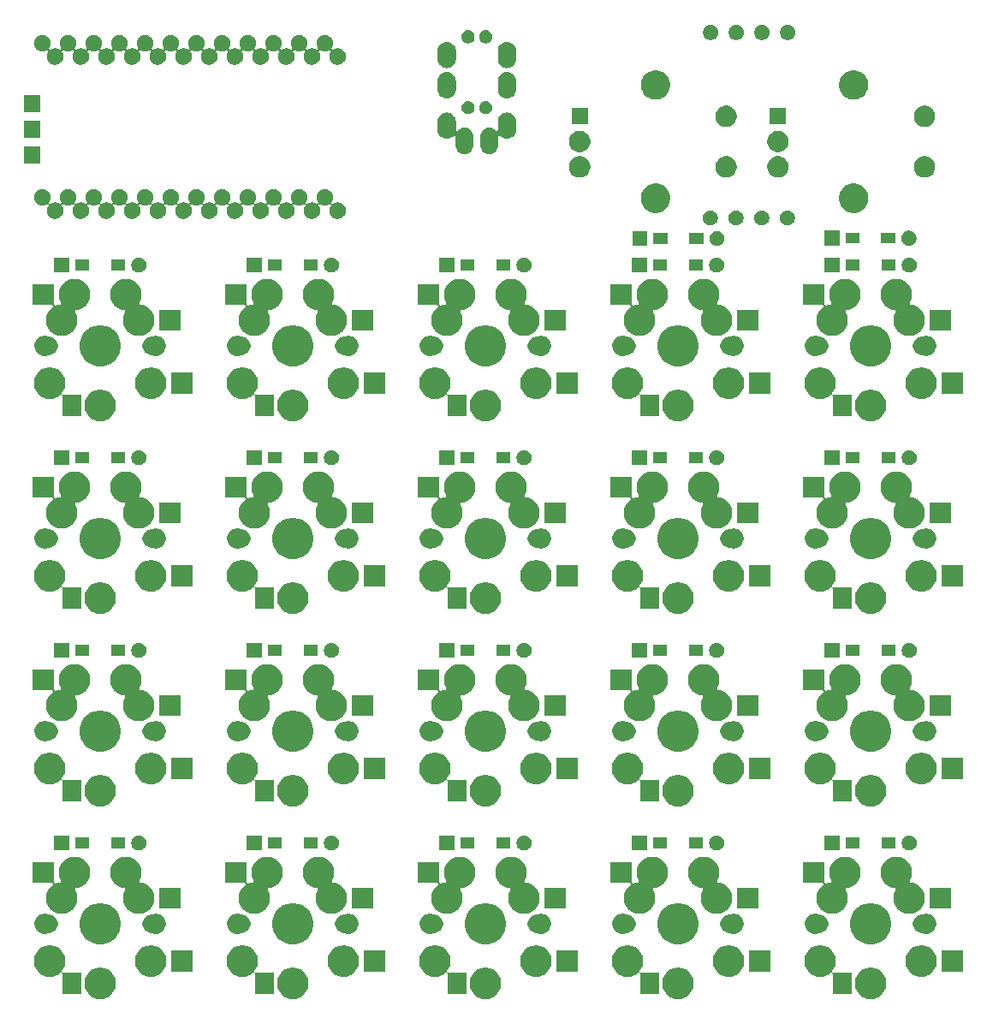
<source format=gbr>
G04 #@! TF.GenerationSoftware,KiCad,Pcbnew,(5.1.6-0-10_14)*
G04 #@! TF.CreationDate,2022-12-11T18:06:32+09:00*
G04 #@! TF.ProjectId,cool644,636f6f6c-3634-4342-9e6b-696361645f70,rev?*
G04 #@! TF.SameCoordinates,Original*
G04 #@! TF.FileFunction,Soldermask,Top*
G04 #@! TF.FilePolarity,Negative*
%FSLAX46Y46*%
G04 Gerber Fmt 4.6, Leading zero omitted, Abs format (unit mm)*
G04 Created by KiCad (PCBNEW (5.1.6-0-10_14)) date 2022-12-11 18:06:32*
%MOMM*%
%LPD*%
G01*
G04 APERTURE LIST*
%ADD10C,0.100000*%
G04 APERTURE END LIST*
D10*
G36*
X76502585Y-61528802D02*
G01*
X76652410Y-61558604D01*
X76934674Y-61675521D01*
X77188705Y-61845259D01*
X77404741Y-62061295D01*
X77574479Y-62315326D01*
X77691396Y-62597590D01*
X77751000Y-62897240D01*
X77751000Y-63202760D01*
X77691396Y-63502410D01*
X77574479Y-63784674D01*
X77404741Y-64038705D01*
X77188705Y-64254741D01*
X76934674Y-64424479D01*
X76652410Y-64541396D01*
X76502585Y-64571198D01*
X76352761Y-64601000D01*
X76047239Y-64601000D01*
X75897415Y-64571198D01*
X75747590Y-64541396D01*
X75465326Y-64424479D01*
X75211295Y-64254741D01*
X74995259Y-64038705D01*
X74825521Y-63784674D01*
X74708604Y-63502410D01*
X74649000Y-63202760D01*
X74649000Y-62897240D01*
X74708604Y-62597590D01*
X74825521Y-62315326D01*
X74995259Y-62061295D01*
X75211295Y-61845259D01*
X75465326Y-61675521D01*
X75747590Y-61558604D01*
X75897415Y-61528802D01*
X76047239Y-61499000D01*
X76352761Y-61499000D01*
X76502585Y-61528802D01*
G37*
G36*
X57452585Y-61528802D02*
G01*
X57602410Y-61558604D01*
X57884674Y-61675521D01*
X58138705Y-61845259D01*
X58354741Y-62061295D01*
X58524479Y-62315326D01*
X58641396Y-62597590D01*
X58701000Y-62897240D01*
X58701000Y-63202760D01*
X58641396Y-63502410D01*
X58524479Y-63784674D01*
X58354741Y-64038705D01*
X58138705Y-64254741D01*
X57884674Y-64424479D01*
X57602410Y-64541396D01*
X57452585Y-64571198D01*
X57302761Y-64601000D01*
X56997239Y-64601000D01*
X56847415Y-64571198D01*
X56697590Y-64541396D01*
X56415326Y-64424479D01*
X56161295Y-64254741D01*
X55945259Y-64038705D01*
X55775521Y-63784674D01*
X55658604Y-63502410D01*
X55599000Y-63202760D01*
X55599000Y-62897240D01*
X55658604Y-62597590D01*
X55775521Y-62315326D01*
X55945259Y-62061295D01*
X56161295Y-61845259D01*
X56415326Y-61675521D01*
X56697590Y-61558604D01*
X56847415Y-61528802D01*
X56997239Y-61499000D01*
X57302761Y-61499000D01*
X57452585Y-61528802D01*
G37*
G36*
X38402585Y-61528802D02*
G01*
X38552410Y-61558604D01*
X38834674Y-61675521D01*
X39088705Y-61845259D01*
X39304741Y-62061295D01*
X39474479Y-62315326D01*
X39591396Y-62597590D01*
X39651000Y-62897240D01*
X39651000Y-63202760D01*
X39591396Y-63502410D01*
X39474479Y-63784674D01*
X39304741Y-64038705D01*
X39088705Y-64254741D01*
X38834674Y-64424479D01*
X38552410Y-64541396D01*
X38402585Y-64571198D01*
X38252761Y-64601000D01*
X37947239Y-64601000D01*
X37797415Y-64571198D01*
X37647590Y-64541396D01*
X37365326Y-64424479D01*
X37111295Y-64254741D01*
X36895259Y-64038705D01*
X36725521Y-63784674D01*
X36608604Y-63502410D01*
X36549000Y-63202760D01*
X36549000Y-62897240D01*
X36608604Y-62597590D01*
X36725521Y-62315326D01*
X36895259Y-62061295D01*
X37111295Y-61845259D01*
X37365326Y-61675521D01*
X37647590Y-61558604D01*
X37797415Y-61528802D01*
X37947239Y-61499000D01*
X38252761Y-61499000D01*
X38402585Y-61528802D01*
G37*
G36*
X19352585Y-61528802D02*
G01*
X19502410Y-61558604D01*
X19784674Y-61675521D01*
X20038705Y-61845259D01*
X20254741Y-62061295D01*
X20424479Y-62315326D01*
X20541396Y-62597590D01*
X20601000Y-62897240D01*
X20601000Y-63202760D01*
X20541396Y-63502410D01*
X20424479Y-63784674D01*
X20254741Y-64038705D01*
X20038705Y-64254741D01*
X19784674Y-64424479D01*
X19502410Y-64541396D01*
X19352585Y-64571198D01*
X19202761Y-64601000D01*
X18897239Y-64601000D01*
X18747415Y-64571198D01*
X18597590Y-64541396D01*
X18315326Y-64424479D01*
X18061295Y-64254741D01*
X17845259Y-64038705D01*
X17675521Y-63784674D01*
X17558604Y-63502410D01*
X17499000Y-63202760D01*
X17499000Y-62897240D01*
X17558604Y-62597590D01*
X17675521Y-62315326D01*
X17845259Y-62061295D01*
X18061295Y-61845259D01*
X18315326Y-61675521D01*
X18597590Y-61558604D01*
X18747415Y-61528802D01*
X18897239Y-61499000D01*
X19202761Y-61499000D01*
X19352585Y-61528802D01*
G37*
G36*
X302585Y-61528802D02*
G01*
X452410Y-61558604D01*
X734674Y-61675521D01*
X988705Y-61845259D01*
X1204741Y-62061295D01*
X1374479Y-62315326D01*
X1491396Y-62597590D01*
X1551000Y-62897240D01*
X1551000Y-63202760D01*
X1491396Y-63502410D01*
X1374479Y-63784674D01*
X1204741Y-64038705D01*
X988705Y-64254741D01*
X734674Y-64424479D01*
X452410Y-64541396D01*
X302585Y-64571198D01*
X152761Y-64601000D01*
X-152761Y-64601000D01*
X-302585Y-64571198D01*
X-452410Y-64541396D01*
X-734674Y-64424479D01*
X-988705Y-64254741D01*
X-1204741Y-64038705D01*
X-1374479Y-63784674D01*
X-1491396Y-63502410D01*
X-1551000Y-63202760D01*
X-1551000Y-62897240D01*
X-1491396Y-62597590D01*
X-1374479Y-62315326D01*
X-1204741Y-62061295D01*
X-988705Y-61845259D01*
X-734674Y-61675521D01*
X-452410Y-61558604D01*
X-302585Y-61528802D01*
X-152761Y-61499000D01*
X152761Y-61499000D01*
X302585Y-61528802D01*
G37*
G36*
X-4697415Y-59328802D02*
G01*
X-4547590Y-59358604D01*
X-4265326Y-59475521D01*
X-4011295Y-59645259D01*
X-3795259Y-59861295D01*
X-3625521Y-60115326D01*
X-3508604Y-60397590D01*
X-3449000Y-60697240D01*
X-3449000Y-61002760D01*
X-3508604Y-61302410D01*
X-3625521Y-61584674D01*
X-3772447Y-61804565D01*
X-3783993Y-61826166D01*
X-3791106Y-61849615D01*
X-3793508Y-61874001D01*
X-3791106Y-61898387D01*
X-3783993Y-61921836D01*
X-3772442Y-61943447D01*
X-3756897Y-61962389D01*
X-3737955Y-61977934D01*
X-3716344Y-61989485D01*
X-3692895Y-61996598D01*
X-3668509Y-61999000D01*
X-1849000Y-61999000D01*
X-1849000Y-64101000D01*
X-3751000Y-64101000D01*
X-3751000Y-62096219D01*
X-3753402Y-62071833D01*
X-3760515Y-62048384D01*
X-3772066Y-62026773D01*
X-3787611Y-62007831D01*
X-3806553Y-61992286D01*
X-3828164Y-61980735D01*
X-3851613Y-61973622D01*
X-3875999Y-61971220D01*
X-3900385Y-61973622D01*
X-3923834Y-61980735D01*
X-3945445Y-61992286D01*
X-3964376Y-62007822D01*
X-4011295Y-62054741D01*
X-4265326Y-62224479D01*
X-4547590Y-62341396D01*
X-4697415Y-62371198D01*
X-4847239Y-62401000D01*
X-5152761Y-62401000D01*
X-5302585Y-62371198D01*
X-5452410Y-62341396D01*
X-5734674Y-62224479D01*
X-5988705Y-62054741D01*
X-6204741Y-61838705D01*
X-6374479Y-61584674D01*
X-6491396Y-61302410D01*
X-6551000Y-61002760D01*
X-6551000Y-60697240D01*
X-6491396Y-60397590D01*
X-6374479Y-60115326D01*
X-6204741Y-59861295D01*
X-5988705Y-59645259D01*
X-5734674Y-59475521D01*
X-5452410Y-59358604D01*
X-5302585Y-59328802D01*
X-5152761Y-59299000D01*
X-4847239Y-59299000D01*
X-4697415Y-59328802D01*
G37*
G36*
X14352585Y-59328802D02*
G01*
X14502410Y-59358604D01*
X14784674Y-59475521D01*
X15038705Y-59645259D01*
X15254741Y-59861295D01*
X15424479Y-60115326D01*
X15541396Y-60397590D01*
X15601000Y-60697240D01*
X15601000Y-61002760D01*
X15541396Y-61302410D01*
X15424479Y-61584674D01*
X15277553Y-61804565D01*
X15266007Y-61826166D01*
X15258894Y-61849615D01*
X15256492Y-61874001D01*
X15258894Y-61898387D01*
X15266007Y-61921836D01*
X15277558Y-61943447D01*
X15293103Y-61962389D01*
X15312045Y-61977934D01*
X15333656Y-61989485D01*
X15357105Y-61996598D01*
X15381491Y-61999000D01*
X17201000Y-61999000D01*
X17201000Y-64101000D01*
X15299000Y-64101000D01*
X15299000Y-62096219D01*
X15296598Y-62071833D01*
X15289485Y-62048384D01*
X15277934Y-62026773D01*
X15262389Y-62007831D01*
X15243447Y-61992286D01*
X15221836Y-61980735D01*
X15198387Y-61973622D01*
X15174001Y-61971220D01*
X15149615Y-61973622D01*
X15126166Y-61980735D01*
X15104555Y-61992286D01*
X15085624Y-62007822D01*
X15038705Y-62054741D01*
X14784674Y-62224479D01*
X14502410Y-62341396D01*
X14352585Y-62371198D01*
X14202761Y-62401000D01*
X13897239Y-62401000D01*
X13747415Y-62371198D01*
X13597590Y-62341396D01*
X13315326Y-62224479D01*
X13061295Y-62054741D01*
X12845259Y-61838705D01*
X12675521Y-61584674D01*
X12558604Y-61302410D01*
X12499000Y-61002760D01*
X12499000Y-60697240D01*
X12558604Y-60397590D01*
X12675521Y-60115326D01*
X12845259Y-59861295D01*
X13061295Y-59645259D01*
X13315326Y-59475521D01*
X13597590Y-59358604D01*
X13747415Y-59328802D01*
X13897239Y-59299000D01*
X14202761Y-59299000D01*
X14352585Y-59328802D01*
G37*
G36*
X71502585Y-59328802D02*
G01*
X71652410Y-59358604D01*
X71934674Y-59475521D01*
X72188705Y-59645259D01*
X72404741Y-59861295D01*
X72574479Y-60115326D01*
X72691396Y-60397590D01*
X72751000Y-60697240D01*
X72751000Y-61002760D01*
X72691396Y-61302410D01*
X72574479Y-61584674D01*
X72427553Y-61804565D01*
X72416007Y-61826166D01*
X72408894Y-61849615D01*
X72406492Y-61874001D01*
X72408894Y-61898387D01*
X72416007Y-61921836D01*
X72427558Y-61943447D01*
X72443103Y-61962389D01*
X72462045Y-61977934D01*
X72483656Y-61989485D01*
X72507105Y-61996598D01*
X72531491Y-61999000D01*
X74351000Y-61999000D01*
X74351000Y-64101000D01*
X72449000Y-64101000D01*
X72449000Y-62096219D01*
X72446598Y-62071833D01*
X72439485Y-62048384D01*
X72427934Y-62026773D01*
X72412389Y-62007831D01*
X72393447Y-61992286D01*
X72371836Y-61980735D01*
X72348387Y-61973622D01*
X72324001Y-61971220D01*
X72299615Y-61973622D01*
X72276166Y-61980735D01*
X72254555Y-61992286D01*
X72235624Y-62007822D01*
X72188705Y-62054741D01*
X71934674Y-62224479D01*
X71652410Y-62341396D01*
X71502585Y-62371198D01*
X71352761Y-62401000D01*
X71047239Y-62401000D01*
X70897415Y-62371198D01*
X70747590Y-62341396D01*
X70465326Y-62224479D01*
X70211295Y-62054741D01*
X69995259Y-61838705D01*
X69825521Y-61584674D01*
X69708604Y-61302410D01*
X69649000Y-61002760D01*
X69649000Y-60697240D01*
X69708604Y-60397590D01*
X69825521Y-60115326D01*
X69995259Y-59861295D01*
X70211295Y-59645259D01*
X70465326Y-59475521D01*
X70747590Y-59358604D01*
X70897415Y-59328802D01*
X71047239Y-59299000D01*
X71352761Y-59299000D01*
X71502585Y-59328802D01*
G37*
G36*
X52452585Y-59328802D02*
G01*
X52602410Y-59358604D01*
X52884674Y-59475521D01*
X53138705Y-59645259D01*
X53354741Y-59861295D01*
X53524479Y-60115326D01*
X53641396Y-60397590D01*
X53701000Y-60697240D01*
X53701000Y-61002760D01*
X53641396Y-61302410D01*
X53524479Y-61584674D01*
X53377553Y-61804565D01*
X53366007Y-61826166D01*
X53358894Y-61849615D01*
X53356492Y-61874001D01*
X53358894Y-61898387D01*
X53366007Y-61921836D01*
X53377558Y-61943447D01*
X53393103Y-61962389D01*
X53412045Y-61977934D01*
X53433656Y-61989485D01*
X53457105Y-61996598D01*
X53481491Y-61999000D01*
X55301000Y-61999000D01*
X55301000Y-64101000D01*
X53399000Y-64101000D01*
X53399000Y-62096219D01*
X53396598Y-62071833D01*
X53389485Y-62048384D01*
X53377934Y-62026773D01*
X53362389Y-62007831D01*
X53343447Y-61992286D01*
X53321836Y-61980735D01*
X53298387Y-61973622D01*
X53274001Y-61971220D01*
X53249615Y-61973622D01*
X53226166Y-61980735D01*
X53204555Y-61992286D01*
X53185624Y-62007822D01*
X53138705Y-62054741D01*
X52884674Y-62224479D01*
X52602410Y-62341396D01*
X52452585Y-62371198D01*
X52302761Y-62401000D01*
X51997239Y-62401000D01*
X51847415Y-62371198D01*
X51697590Y-62341396D01*
X51415326Y-62224479D01*
X51161295Y-62054741D01*
X50945259Y-61838705D01*
X50775521Y-61584674D01*
X50658604Y-61302410D01*
X50599000Y-61002760D01*
X50599000Y-60697240D01*
X50658604Y-60397590D01*
X50775521Y-60115326D01*
X50945259Y-59861295D01*
X51161295Y-59645259D01*
X51415326Y-59475521D01*
X51697590Y-59358604D01*
X51847415Y-59328802D01*
X51997239Y-59299000D01*
X52302761Y-59299000D01*
X52452585Y-59328802D01*
G37*
G36*
X33402585Y-59328802D02*
G01*
X33552410Y-59358604D01*
X33834674Y-59475521D01*
X34088705Y-59645259D01*
X34304741Y-59861295D01*
X34474479Y-60115326D01*
X34591396Y-60397590D01*
X34651000Y-60697240D01*
X34651000Y-61002760D01*
X34591396Y-61302410D01*
X34474479Y-61584674D01*
X34327553Y-61804565D01*
X34316007Y-61826166D01*
X34308894Y-61849615D01*
X34306492Y-61874001D01*
X34308894Y-61898387D01*
X34316007Y-61921836D01*
X34327558Y-61943447D01*
X34343103Y-61962389D01*
X34362045Y-61977934D01*
X34383656Y-61989485D01*
X34407105Y-61996598D01*
X34431491Y-61999000D01*
X36251000Y-61999000D01*
X36251000Y-64101000D01*
X34349000Y-64101000D01*
X34349000Y-62096219D01*
X34346598Y-62071833D01*
X34339485Y-62048384D01*
X34327934Y-62026773D01*
X34312389Y-62007831D01*
X34293447Y-61992286D01*
X34271836Y-61980735D01*
X34248387Y-61973622D01*
X34224001Y-61971220D01*
X34199615Y-61973622D01*
X34176166Y-61980735D01*
X34154555Y-61992286D01*
X34135624Y-62007822D01*
X34088705Y-62054741D01*
X33834674Y-62224479D01*
X33552410Y-62341396D01*
X33402585Y-62371198D01*
X33252761Y-62401000D01*
X32947239Y-62401000D01*
X32797415Y-62371198D01*
X32647590Y-62341396D01*
X32365326Y-62224479D01*
X32111295Y-62054741D01*
X31895259Y-61838705D01*
X31725521Y-61584674D01*
X31608604Y-61302410D01*
X31549000Y-61002760D01*
X31549000Y-60697240D01*
X31608604Y-60397590D01*
X31725521Y-60115326D01*
X31895259Y-59861295D01*
X32111295Y-59645259D01*
X32365326Y-59475521D01*
X32647590Y-59358604D01*
X32797415Y-59328802D01*
X32947239Y-59299000D01*
X33252761Y-59299000D01*
X33402585Y-59328802D01*
G37*
G36*
X43402585Y-59328802D02*
G01*
X43552410Y-59358604D01*
X43834674Y-59475521D01*
X44088705Y-59645259D01*
X44304741Y-59861295D01*
X44474479Y-60115326D01*
X44591396Y-60397590D01*
X44651000Y-60697240D01*
X44651000Y-61002760D01*
X44591396Y-61302410D01*
X44474479Y-61584674D01*
X44304741Y-61838705D01*
X44088705Y-62054741D01*
X43834674Y-62224479D01*
X43552410Y-62341396D01*
X43402585Y-62371198D01*
X43252761Y-62401000D01*
X42947239Y-62401000D01*
X42797415Y-62371198D01*
X42647590Y-62341396D01*
X42365326Y-62224479D01*
X42111295Y-62054741D01*
X41895259Y-61838705D01*
X41725521Y-61584674D01*
X41608604Y-61302410D01*
X41549000Y-61002760D01*
X41549000Y-60697240D01*
X41608604Y-60397590D01*
X41725521Y-60115326D01*
X41895259Y-59861295D01*
X42111295Y-59645259D01*
X42365326Y-59475521D01*
X42647590Y-59358604D01*
X42797415Y-59328802D01*
X42947239Y-59299000D01*
X43252761Y-59299000D01*
X43402585Y-59328802D01*
G37*
G36*
X5302585Y-59328802D02*
G01*
X5452410Y-59358604D01*
X5734674Y-59475521D01*
X5988705Y-59645259D01*
X6204741Y-59861295D01*
X6374479Y-60115326D01*
X6491396Y-60397590D01*
X6551000Y-60697240D01*
X6551000Y-61002760D01*
X6491396Y-61302410D01*
X6374479Y-61584674D01*
X6204741Y-61838705D01*
X5988705Y-62054741D01*
X5734674Y-62224479D01*
X5452410Y-62341396D01*
X5302585Y-62371198D01*
X5152761Y-62401000D01*
X4847239Y-62401000D01*
X4697415Y-62371198D01*
X4547590Y-62341396D01*
X4265326Y-62224479D01*
X4011295Y-62054741D01*
X3795259Y-61838705D01*
X3625521Y-61584674D01*
X3508604Y-61302410D01*
X3449000Y-61002760D01*
X3449000Y-60697240D01*
X3508604Y-60397590D01*
X3625521Y-60115326D01*
X3795259Y-59861295D01*
X4011295Y-59645259D01*
X4265326Y-59475521D01*
X4547590Y-59358604D01*
X4697415Y-59328802D01*
X4847239Y-59299000D01*
X5152761Y-59299000D01*
X5302585Y-59328802D01*
G37*
G36*
X24352585Y-59328802D02*
G01*
X24502410Y-59358604D01*
X24784674Y-59475521D01*
X25038705Y-59645259D01*
X25254741Y-59861295D01*
X25424479Y-60115326D01*
X25541396Y-60397590D01*
X25601000Y-60697240D01*
X25601000Y-61002760D01*
X25541396Y-61302410D01*
X25424479Y-61584674D01*
X25254741Y-61838705D01*
X25038705Y-62054741D01*
X24784674Y-62224479D01*
X24502410Y-62341396D01*
X24352585Y-62371198D01*
X24202761Y-62401000D01*
X23897239Y-62401000D01*
X23747415Y-62371198D01*
X23597590Y-62341396D01*
X23315326Y-62224479D01*
X23061295Y-62054741D01*
X22845259Y-61838705D01*
X22675521Y-61584674D01*
X22558604Y-61302410D01*
X22499000Y-61002760D01*
X22499000Y-60697240D01*
X22558604Y-60397590D01*
X22675521Y-60115326D01*
X22845259Y-59861295D01*
X23061295Y-59645259D01*
X23315326Y-59475521D01*
X23597590Y-59358604D01*
X23747415Y-59328802D01*
X23897239Y-59299000D01*
X24202761Y-59299000D01*
X24352585Y-59328802D01*
G37*
G36*
X62452585Y-59328802D02*
G01*
X62602410Y-59358604D01*
X62884674Y-59475521D01*
X63138705Y-59645259D01*
X63354741Y-59861295D01*
X63524479Y-60115326D01*
X63641396Y-60397590D01*
X63701000Y-60697240D01*
X63701000Y-61002760D01*
X63641396Y-61302410D01*
X63524479Y-61584674D01*
X63354741Y-61838705D01*
X63138705Y-62054741D01*
X62884674Y-62224479D01*
X62602410Y-62341396D01*
X62452585Y-62371198D01*
X62302761Y-62401000D01*
X61997239Y-62401000D01*
X61847415Y-62371198D01*
X61697590Y-62341396D01*
X61415326Y-62224479D01*
X61161295Y-62054741D01*
X60945259Y-61838705D01*
X60775521Y-61584674D01*
X60658604Y-61302410D01*
X60599000Y-61002760D01*
X60599000Y-60697240D01*
X60658604Y-60397590D01*
X60775521Y-60115326D01*
X60945259Y-59861295D01*
X61161295Y-59645259D01*
X61415326Y-59475521D01*
X61697590Y-59358604D01*
X61847415Y-59328802D01*
X61997239Y-59299000D01*
X62302761Y-59299000D01*
X62452585Y-59328802D01*
G37*
G36*
X81502585Y-59328802D02*
G01*
X81652410Y-59358604D01*
X81934674Y-59475521D01*
X82188705Y-59645259D01*
X82404741Y-59861295D01*
X82574479Y-60115326D01*
X82691396Y-60397590D01*
X82751000Y-60697240D01*
X82751000Y-61002760D01*
X82691396Y-61302410D01*
X82574479Y-61584674D01*
X82404741Y-61838705D01*
X82188705Y-62054741D01*
X81934674Y-62224479D01*
X81652410Y-62341396D01*
X81502585Y-62371198D01*
X81352761Y-62401000D01*
X81047239Y-62401000D01*
X80897415Y-62371198D01*
X80747590Y-62341396D01*
X80465326Y-62224479D01*
X80211295Y-62054741D01*
X79995259Y-61838705D01*
X79825521Y-61584674D01*
X79708604Y-61302410D01*
X79649000Y-61002760D01*
X79649000Y-60697240D01*
X79708604Y-60397590D01*
X79825521Y-60115326D01*
X79995259Y-59861295D01*
X80211295Y-59645259D01*
X80465326Y-59475521D01*
X80747590Y-59358604D01*
X80897415Y-59328802D01*
X81047239Y-59299000D01*
X81352761Y-59299000D01*
X81502585Y-59328802D01*
G37*
G36*
X66301000Y-61901000D02*
G01*
X64199000Y-61901000D01*
X64199000Y-59799000D01*
X66301000Y-59799000D01*
X66301000Y-61901000D01*
G37*
G36*
X47251000Y-61901000D02*
G01*
X45149000Y-61901000D01*
X45149000Y-59799000D01*
X47251000Y-59799000D01*
X47251000Y-61901000D01*
G37*
G36*
X28201000Y-61901000D02*
G01*
X26099000Y-61901000D01*
X26099000Y-59799000D01*
X28201000Y-59799000D01*
X28201000Y-61901000D01*
G37*
G36*
X9151000Y-61901000D02*
G01*
X7049000Y-61901000D01*
X7049000Y-59799000D01*
X9151000Y-59799000D01*
X9151000Y-61901000D01*
G37*
G36*
X85351000Y-61901000D02*
G01*
X83249000Y-61901000D01*
X83249000Y-59799000D01*
X85351000Y-59799000D01*
X85351000Y-61901000D01*
G37*
G36*
X19648254Y-55177818D02*
G01*
X20021511Y-55332426D01*
X20021513Y-55332427D01*
X20357436Y-55556884D01*
X20643116Y-55842564D01*
X20855889Y-56161000D01*
X20867574Y-56178489D01*
X21022182Y-56551746D01*
X21101000Y-56947993D01*
X21101000Y-57352007D01*
X21022182Y-57748254D01*
X20892839Y-58060515D01*
X20867573Y-58121513D01*
X20643116Y-58457436D01*
X20357436Y-58743116D01*
X20021513Y-58967573D01*
X20021512Y-58967574D01*
X20021511Y-58967574D01*
X19648254Y-59122182D01*
X19252007Y-59201000D01*
X18847993Y-59201000D01*
X18451746Y-59122182D01*
X18078489Y-58967574D01*
X18078488Y-58967574D01*
X18078487Y-58967573D01*
X17742564Y-58743116D01*
X17456884Y-58457436D01*
X17232427Y-58121513D01*
X17207161Y-58060515D01*
X17077818Y-57748254D01*
X16999000Y-57352007D01*
X16999000Y-56947993D01*
X17077818Y-56551746D01*
X17232426Y-56178489D01*
X17244112Y-56161000D01*
X17456884Y-55842564D01*
X17742564Y-55556884D01*
X18078487Y-55332427D01*
X18078489Y-55332426D01*
X18451746Y-55177818D01*
X18847993Y-55099000D01*
X19252007Y-55099000D01*
X19648254Y-55177818D01*
G37*
G36*
X598254Y-55177818D02*
G01*
X971511Y-55332426D01*
X971513Y-55332427D01*
X1307436Y-55556884D01*
X1593116Y-55842564D01*
X1805889Y-56161000D01*
X1817574Y-56178489D01*
X1972182Y-56551746D01*
X2051000Y-56947993D01*
X2051000Y-57352007D01*
X1972182Y-57748254D01*
X1842839Y-58060515D01*
X1817573Y-58121513D01*
X1593116Y-58457436D01*
X1307436Y-58743116D01*
X971513Y-58967573D01*
X971512Y-58967574D01*
X971511Y-58967574D01*
X598254Y-59122182D01*
X202007Y-59201000D01*
X-202007Y-59201000D01*
X-598254Y-59122182D01*
X-971511Y-58967574D01*
X-971512Y-58967574D01*
X-971513Y-58967573D01*
X-1307436Y-58743116D01*
X-1593116Y-58457436D01*
X-1817573Y-58121513D01*
X-1842839Y-58060515D01*
X-1972182Y-57748254D01*
X-2051000Y-57352007D01*
X-2051000Y-56947993D01*
X-1972182Y-56551746D01*
X-1817574Y-56178489D01*
X-1805888Y-56161000D01*
X-1593116Y-55842564D01*
X-1307436Y-55556884D01*
X-971513Y-55332427D01*
X-971511Y-55332426D01*
X-598254Y-55177818D01*
X-202007Y-55099000D01*
X202007Y-55099000D01*
X598254Y-55177818D01*
G37*
G36*
X38698254Y-55177818D02*
G01*
X39071511Y-55332426D01*
X39071513Y-55332427D01*
X39407436Y-55556884D01*
X39693116Y-55842564D01*
X39905889Y-56161000D01*
X39917574Y-56178489D01*
X40072182Y-56551746D01*
X40151000Y-56947993D01*
X40151000Y-57352007D01*
X40072182Y-57748254D01*
X39942839Y-58060515D01*
X39917573Y-58121513D01*
X39693116Y-58457436D01*
X39407436Y-58743116D01*
X39071513Y-58967573D01*
X39071512Y-58967574D01*
X39071511Y-58967574D01*
X38698254Y-59122182D01*
X38302007Y-59201000D01*
X37897993Y-59201000D01*
X37501746Y-59122182D01*
X37128489Y-58967574D01*
X37128488Y-58967574D01*
X37128487Y-58967573D01*
X36792564Y-58743116D01*
X36506884Y-58457436D01*
X36282427Y-58121513D01*
X36257161Y-58060515D01*
X36127818Y-57748254D01*
X36049000Y-57352007D01*
X36049000Y-56947993D01*
X36127818Y-56551746D01*
X36282426Y-56178489D01*
X36294112Y-56161000D01*
X36506884Y-55842564D01*
X36792564Y-55556884D01*
X37128487Y-55332427D01*
X37128489Y-55332426D01*
X37501746Y-55177818D01*
X37897993Y-55099000D01*
X38302007Y-55099000D01*
X38698254Y-55177818D01*
G37*
G36*
X57748254Y-55177818D02*
G01*
X58121511Y-55332426D01*
X58121513Y-55332427D01*
X58457436Y-55556884D01*
X58743116Y-55842564D01*
X58955889Y-56161000D01*
X58967574Y-56178489D01*
X59122182Y-56551746D01*
X59201000Y-56947993D01*
X59201000Y-57352007D01*
X59122182Y-57748254D01*
X58992839Y-58060515D01*
X58967573Y-58121513D01*
X58743116Y-58457436D01*
X58457436Y-58743116D01*
X58121513Y-58967573D01*
X58121512Y-58967574D01*
X58121511Y-58967574D01*
X57748254Y-59122182D01*
X57352007Y-59201000D01*
X56947993Y-59201000D01*
X56551746Y-59122182D01*
X56178489Y-58967574D01*
X56178488Y-58967574D01*
X56178487Y-58967573D01*
X55842564Y-58743116D01*
X55556884Y-58457436D01*
X55332427Y-58121513D01*
X55307161Y-58060515D01*
X55177818Y-57748254D01*
X55099000Y-57352007D01*
X55099000Y-56947993D01*
X55177818Y-56551746D01*
X55332426Y-56178489D01*
X55344112Y-56161000D01*
X55556884Y-55842564D01*
X55842564Y-55556884D01*
X56178487Y-55332427D01*
X56178489Y-55332426D01*
X56551746Y-55177818D01*
X56947993Y-55099000D01*
X57352007Y-55099000D01*
X57748254Y-55177818D01*
G37*
G36*
X76798254Y-55177818D02*
G01*
X77171511Y-55332426D01*
X77171513Y-55332427D01*
X77507436Y-55556884D01*
X77793116Y-55842564D01*
X78005889Y-56161000D01*
X78017574Y-56178489D01*
X78172182Y-56551746D01*
X78251000Y-56947993D01*
X78251000Y-57352007D01*
X78172182Y-57748254D01*
X78042839Y-58060515D01*
X78017573Y-58121513D01*
X77793116Y-58457436D01*
X77507436Y-58743116D01*
X77171513Y-58967573D01*
X77171512Y-58967574D01*
X77171511Y-58967574D01*
X76798254Y-59122182D01*
X76402007Y-59201000D01*
X75997993Y-59201000D01*
X75601746Y-59122182D01*
X75228489Y-58967574D01*
X75228488Y-58967574D01*
X75228487Y-58967573D01*
X74892564Y-58743116D01*
X74606884Y-58457436D01*
X74382427Y-58121513D01*
X74357161Y-58060515D01*
X74227818Y-57748254D01*
X74149000Y-57352007D01*
X74149000Y-56947993D01*
X74227818Y-56551746D01*
X74382426Y-56178489D01*
X74394112Y-56161000D01*
X74606884Y-55842564D01*
X74892564Y-55556884D01*
X75228487Y-55332427D01*
X75228489Y-55332426D01*
X75601746Y-55177818D01*
X75997993Y-55099000D01*
X76402007Y-55099000D01*
X76798254Y-55177818D01*
G37*
G36*
X-5341082Y-56161000D02*
G01*
X-5208019Y-56187468D01*
X-5087690Y-56237311D01*
X-5082440Y-56239485D01*
X-5058991Y-56246598D01*
X-5034605Y-56249000D01*
X-4991258Y-56249000D01*
X-4966488Y-56253927D01*
X-4817188Y-56283624D01*
X-4653216Y-56351544D01*
X-4505646Y-56450147D01*
X-4380147Y-56575646D01*
X-4281544Y-56723216D01*
X-4213624Y-56887188D01*
X-4179000Y-57061259D01*
X-4179000Y-57238741D01*
X-4213624Y-57412812D01*
X-4281544Y-57576784D01*
X-4380147Y-57724354D01*
X-4505646Y-57849853D01*
X-4653216Y-57948456D01*
X-4817188Y-58016376D01*
X-4966488Y-58046073D01*
X-4991258Y-58051000D01*
X-5034605Y-58051000D01*
X-5058991Y-58053402D01*
X-5082440Y-58060515D01*
X-5208019Y-58112532D01*
X-5304715Y-58131766D01*
X-5401409Y-58151000D01*
X-5598591Y-58151000D01*
X-5695285Y-58131766D01*
X-5791981Y-58112532D01*
X-5974151Y-58037074D01*
X-6138100Y-57927527D01*
X-6277527Y-57788100D01*
X-6387074Y-57624151D01*
X-6462532Y-57441981D01*
X-6501000Y-57248590D01*
X-6501000Y-57051410D01*
X-6462532Y-56858019D01*
X-6387074Y-56675849D01*
X-6277527Y-56511900D01*
X-6138100Y-56372473D01*
X-5974151Y-56262926D01*
X-5791981Y-56187468D01*
X-5658918Y-56161000D01*
X-5598591Y-56149000D01*
X-5401409Y-56149000D01*
X-5341082Y-56161000D01*
G37*
G36*
X81858918Y-56161000D02*
G01*
X81991981Y-56187468D01*
X82174151Y-56262926D01*
X82338100Y-56372473D01*
X82477527Y-56511900D01*
X82587074Y-56675849D01*
X82662532Y-56858019D01*
X82701000Y-57051410D01*
X82701000Y-57248590D01*
X82662532Y-57441981D01*
X82587074Y-57624151D01*
X82477527Y-57788100D01*
X82338100Y-57927527D01*
X82174151Y-58037074D01*
X81991981Y-58112532D01*
X81895285Y-58131766D01*
X81798591Y-58151000D01*
X81601409Y-58151000D01*
X81504715Y-58131766D01*
X81408019Y-58112532D01*
X81282440Y-58060515D01*
X81258991Y-58053402D01*
X81234605Y-58051000D01*
X81191258Y-58051000D01*
X81166488Y-58046073D01*
X81017188Y-58016376D01*
X80853216Y-57948456D01*
X80705646Y-57849853D01*
X80580147Y-57724354D01*
X80481544Y-57576784D01*
X80413624Y-57412812D01*
X80379000Y-57238741D01*
X80379000Y-57061259D01*
X80413624Y-56887188D01*
X80481544Y-56723216D01*
X80580147Y-56575646D01*
X80705646Y-56450147D01*
X80853216Y-56351544D01*
X81017188Y-56283624D01*
X81166488Y-56253927D01*
X81191258Y-56249000D01*
X81234605Y-56249000D01*
X81258991Y-56246598D01*
X81282440Y-56239485D01*
X81287690Y-56237311D01*
X81408019Y-56187468D01*
X81541082Y-56161000D01*
X81601409Y-56149000D01*
X81798591Y-56149000D01*
X81858918Y-56161000D01*
G37*
G36*
X70858918Y-56161000D02*
G01*
X70991981Y-56187468D01*
X71112310Y-56237311D01*
X71117560Y-56239485D01*
X71141009Y-56246598D01*
X71165395Y-56249000D01*
X71208742Y-56249000D01*
X71233512Y-56253927D01*
X71382812Y-56283624D01*
X71546784Y-56351544D01*
X71694354Y-56450147D01*
X71819853Y-56575646D01*
X71918456Y-56723216D01*
X71986376Y-56887188D01*
X72021000Y-57061259D01*
X72021000Y-57238741D01*
X71986376Y-57412812D01*
X71918456Y-57576784D01*
X71819853Y-57724354D01*
X71694354Y-57849853D01*
X71546784Y-57948456D01*
X71382812Y-58016376D01*
X71233512Y-58046073D01*
X71208742Y-58051000D01*
X71165395Y-58051000D01*
X71141009Y-58053402D01*
X71117560Y-58060515D01*
X70991981Y-58112532D01*
X70895285Y-58131766D01*
X70798591Y-58151000D01*
X70601409Y-58151000D01*
X70504715Y-58131766D01*
X70408019Y-58112532D01*
X70225849Y-58037074D01*
X70061900Y-57927527D01*
X69922473Y-57788100D01*
X69812926Y-57624151D01*
X69737468Y-57441981D01*
X69699000Y-57248590D01*
X69699000Y-57051410D01*
X69737468Y-56858019D01*
X69812926Y-56675849D01*
X69922473Y-56511900D01*
X70061900Y-56372473D01*
X70225849Y-56262926D01*
X70408019Y-56187468D01*
X70541082Y-56161000D01*
X70601409Y-56149000D01*
X70798591Y-56149000D01*
X70858918Y-56161000D01*
G37*
G36*
X62808918Y-56161000D02*
G01*
X62941981Y-56187468D01*
X63124151Y-56262926D01*
X63288100Y-56372473D01*
X63427527Y-56511900D01*
X63537074Y-56675849D01*
X63612532Y-56858019D01*
X63651000Y-57051410D01*
X63651000Y-57248590D01*
X63612532Y-57441981D01*
X63537074Y-57624151D01*
X63427527Y-57788100D01*
X63288100Y-57927527D01*
X63124151Y-58037074D01*
X62941981Y-58112532D01*
X62845285Y-58131766D01*
X62748591Y-58151000D01*
X62551409Y-58151000D01*
X62454715Y-58131766D01*
X62358019Y-58112532D01*
X62232440Y-58060515D01*
X62208991Y-58053402D01*
X62184605Y-58051000D01*
X62141258Y-58051000D01*
X62116488Y-58046073D01*
X61967188Y-58016376D01*
X61803216Y-57948456D01*
X61655646Y-57849853D01*
X61530147Y-57724354D01*
X61431544Y-57576784D01*
X61363624Y-57412812D01*
X61329000Y-57238741D01*
X61329000Y-57061259D01*
X61363624Y-56887188D01*
X61431544Y-56723216D01*
X61530147Y-56575646D01*
X61655646Y-56450147D01*
X61803216Y-56351544D01*
X61967188Y-56283624D01*
X62116488Y-56253927D01*
X62141258Y-56249000D01*
X62184605Y-56249000D01*
X62208991Y-56246598D01*
X62232440Y-56239485D01*
X62237690Y-56237311D01*
X62358019Y-56187468D01*
X62491082Y-56161000D01*
X62551409Y-56149000D01*
X62748591Y-56149000D01*
X62808918Y-56161000D01*
G37*
G36*
X24708918Y-56161000D02*
G01*
X24841981Y-56187468D01*
X25024151Y-56262926D01*
X25188100Y-56372473D01*
X25327527Y-56511900D01*
X25437074Y-56675849D01*
X25512532Y-56858019D01*
X25551000Y-57051410D01*
X25551000Y-57248590D01*
X25512532Y-57441981D01*
X25437074Y-57624151D01*
X25327527Y-57788100D01*
X25188100Y-57927527D01*
X25024151Y-58037074D01*
X24841981Y-58112532D01*
X24745285Y-58131766D01*
X24648591Y-58151000D01*
X24451409Y-58151000D01*
X24354715Y-58131766D01*
X24258019Y-58112532D01*
X24132440Y-58060515D01*
X24108991Y-58053402D01*
X24084605Y-58051000D01*
X24041258Y-58051000D01*
X24016488Y-58046073D01*
X23867188Y-58016376D01*
X23703216Y-57948456D01*
X23555646Y-57849853D01*
X23430147Y-57724354D01*
X23331544Y-57576784D01*
X23263624Y-57412812D01*
X23229000Y-57238741D01*
X23229000Y-57061259D01*
X23263624Y-56887188D01*
X23331544Y-56723216D01*
X23430147Y-56575646D01*
X23555646Y-56450147D01*
X23703216Y-56351544D01*
X23867188Y-56283624D01*
X24016488Y-56253927D01*
X24041258Y-56249000D01*
X24084605Y-56249000D01*
X24108991Y-56246598D01*
X24132440Y-56239485D01*
X24137690Y-56237311D01*
X24258019Y-56187468D01*
X24391082Y-56161000D01*
X24451409Y-56149000D01*
X24648591Y-56149000D01*
X24708918Y-56161000D01*
G37*
G36*
X13708918Y-56161000D02*
G01*
X13841981Y-56187468D01*
X13962310Y-56237311D01*
X13967560Y-56239485D01*
X13991009Y-56246598D01*
X14015395Y-56249000D01*
X14058742Y-56249000D01*
X14083512Y-56253927D01*
X14232812Y-56283624D01*
X14396784Y-56351544D01*
X14544354Y-56450147D01*
X14669853Y-56575646D01*
X14768456Y-56723216D01*
X14836376Y-56887188D01*
X14871000Y-57061259D01*
X14871000Y-57238741D01*
X14836376Y-57412812D01*
X14768456Y-57576784D01*
X14669853Y-57724354D01*
X14544354Y-57849853D01*
X14396784Y-57948456D01*
X14232812Y-58016376D01*
X14083512Y-58046073D01*
X14058742Y-58051000D01*
X14015395Y-58051000D01*
X13991009Y-58053402D01*
X13967560Y-58060515D01*
X13841981Y-58112532D01*
X13745285Y-58131766D01*
X13648591Y-58151000D01*
X13451409Y-58151000D01*
X13354715Y-58131766D01*
X13258019Y-58112532D01*
X13075849Y-58037074D01*
X12911900Y-57927527D01*
X12772473Y-57788100D01*
X12662926Y-57624151D01*
X12587468Y-57441981D01*
X12549000Y-57248590D01*
X12549000Y-57051410D01*
X12587468Y-56858019D01*
X12662926Y-56675849D01*
X12772473Y-56511900D01*
X12911900Y-56372473D01*
X13075849Y-56262926D01*
X13258019Y-56187468D01*
X13391082Y-56161000D01*
X13451409Y-56149000D01*
X13648591Y-56149000D01*
X13708918Y-56161000D01*
G37*
G36*
X51808918Y-56161000D02*
G01*
X51941981Y-56187468D01*
X52062310Y-56237311D01*
X52067560Y-56239485D01*
X52091009Y-56246598D01*
X52115395Y-56249000D01*
X52158742Y-56249000D01*
X52183512Y-56253927D01*
X52332812Y-56283624D01*
X52496784Y-56351544D01*
X52644354Y-56450147D01*
X52769853Y-56575646D01*
X52868456Y-56723216D01*
X52936376Y-56887188D01*
X52971000Y-57061259D01*
X52971000Y-57238741D01*
X52936376Y-57412812D01*
X52868456Y-57576784D01*
X52769853Y-57724354D01*
X52644354Y-57849853D01*
X52496784Y-57948456D01*
X52332812Y-58016376D01*
X52183512Y-58046073D01*
X52158742Y-58051000D01*
X52115395Y-58051000D01*
X52091009Y-58053402D01*
X52067560Y-58060515D01*
X51941981Y-58112532D01*
X51845285Y-58131766D01*
X51748591Y-58151000D01*
X51551409Y-58151000D01*
X51454715Y-58131766D01*
X51358019Y-58112532D01*
X51175849Y-58037074D01*
X51011900Y-57927527D01*
X50872473Y-57788100D01*
X50762926Y-57624151D01*
X50687468Y-57441981D01*
X50649000Y-57248590D01*
X50649000Y-57051410D01*
X50687468Y-56858019D01*
X50762926Y-56675849D01*
X50872473Y-56511900D01*
X51011900Y-56372473D01*
X51175849Y-56262926D01*
X51358019Y-56187468D01*
X51491082Y-56161000D01*
X51551409Y-56149000D01*
X51748591Y-56149000D01*
X51808918Y-56161000D01*
G37*
G36*
X43758918Y-56161000D02*
G01*
X43891981Y-56187468D01*
X44074151Y-56262926D01*
X44238100Y-56372473D01*
X44377527Y-56511900D01*
X44487074Y-56675849D01*
X44562532Y-56858019D01*
X44601000Y-57051410D01*
X44601000Y-57248590D01*
X44562532Y-57441981D01*
X44487074Y-57624151D01*
X44377527Y-57788100D01*
X44238100Y-57927527D01*
X44074151Y-58037074D01*
X43891981Y-58112532D01*
X43795285Y-58131766D01*
X43698591Y-58151000D01*
X43501409Y-58151000D01*
X43404715Y-58131766D01*
X43308019Y-58112532D01*
X43182440Y-58060515D01*
X43158991Y-58053402D01*
X43134605Y-58051000D01*
X43091258Y-58051000D01*
X43066488Y-58046073D01*
X42917188Y-58016376D01*
X42753216Y-57948456D01*
X42605646Y-57849853D01*
X42480147Y-57724354D01*
X42381544Y-57576784D01*
X42313624Y-57412812D01*
X42279000Y-57238741D01*
X42279000Y-57061259D01*
X42313624Y-56887188D01*
X42381544Y-56723216D01*
X42480147Y-56575646D01*
X42605646Y-56450147D01*
X42753216Y-56351544D01*
X42917188Y-56283624D01*
X43066488Y-56253927D01*
X43091258Y-56249000D01*
X43134605Y-56249000D01*
X43158991Y-56246598D01*
X43182440Y-56239485D01*
X43187690Y-56237311D01*
X43308019Y-56187468D01*
X43441082Y-56161000D01*
X43501409Y-56149000D01*
X43698591Y-56149000D01*
X43758918Y-56161000D01*
G37*
G36*
X32758918Y-56161000D02*
G01*
X32891981Y-56187468D01*
X33012310Y-56237311D01*
X33017560Y-56239485D01*
X33041009Y-56246598D01*
X33065395Y-56249000D01*
X33108742Y-56249000D01*
X33133512Y-56253927D01*
X33282812Y-56283624D01*
X33446784Y-56351544D01*
X33594354Y-56450147D01*
X33719853Y-56575646D01*
X33818456Y-56723216D01*
X33886376Y-56887188D01*
X33921000Y-57061259D01*
X33921000Y-57238741D01*
X33886376Y-57412812D01*
X33818456Y-57576784D01*
X33719853Y-57724354D01*
X33594354Y-57849853D01*
X33446784Y-57948456D01*
X33282812Y-58016376D01*
X33133512Y-58046073D01*
X33108742Y-58051000D01*
X33065395Y-58051000D01*
X33041009Y-58053402D01*
X33017560Y-58060515D01*
X32891981Y-58112532D01*
X32795285Y-58131766D01*
X32698591Y-58151000D01*
X32501409Y-58151000D01*
X32404715Y-58131766D01*
X32308019Y-58112532D01*
X32125849Y-58037074D01*
X31961900Y-57927527D01*
X31822473Y-57788100D01*
X31712926Y-57624151D01*
X31637468Y-57441981D01*
X31599000Y-57248590D01*
X31599000Y-57051410D01*
X31637468Y-56858019D01*
X31712926Y-56675849D01*
X31822473Y-56511900D01*
X31961900Y-56372473D01*
X32125849Y-56262926D01*
X32308019Y-56187468D01*
X32441082Y-56161000D01*
X32501409Y-56149000D01*
X32698591Y-56149000D01*
X32758918Y-56161000D01*
G37*
G36*
X5658918Y-56161000D02*
G01*
X5791981Y-56187468D01*
X5974151Y-56262926D01*
X6138100Y-56372473D01*
X6277527Y-56511900D01*
X6387074Y-56675849D01*
X6462532Y-56858019D01*
X6501000Y-57051410D01*
X6501000Y-57248590D01*
X6462532Y-57441981D01*
X6387074Y-57624151D01*
X6277527Y-57788100D01*
X6138100Y-57927527D01*
X5974151Y-58037074D01*
X5791981Y-58112532D01*
X5695285Y-58131766D01*
X5598591Y-58151000D01*
X5401409Y-58151000D01*
X5304715Y-58131766D01*
X5208019Y-58112532D01*
X5082440Y-58060515D01*
X5058991Y-58053402D01*
X5034605Y-58051000D01*
X4991258Y-58051000D01*
X4966488Y-58046073D01*
X4817188Y-58016376D01*
X4653216Y-57948456D01*
X4505646Y-57849853D01*
X4380147Y-57724354D01*
X4281544Y-57576784D01*
X4213624Y-57412812D01*
X4179000Y-57238741D01*
X4179000Y-57061259D01*
X4213624Y-56887188D01*
X4281544Y-56723216D01*
X4380147Y-56575646D01*
X4505646Y-56450147D01*
X4653216Y-56351544D01*
X4817188Y-56283624D01*
X4966488Y-56253927D01*
X4991258Y-56249000D01*
X5034605Y-56249000D01*
X5058991Y-56246598D01*
X5082440Y-56239485D01*
X5087690Y-56237311D01*
X5208019Y-56187468D01*
X5341082Y-56161000D01*
X5401409Y-56149000D01*
X5598591Y-56149000D01*
X5658918Y-56161000D01*
G37*
G36*
X54912585Y-50548802D02*
G01*
X55062410Y-50578604D01*
X55344674Y-50695521D01*
X55598705Y-50865259D01*
X55814741Y-51081295D01*
X55984479Y-51335326D01*
X56101396Y-51617590D01*
X56161000Y-51917240D01*
X56161000Y-52222760D01*
X56101396Y-52522410D01*
X55984479Y-52804674D01*
X55814741Y-53058705D01*
X55598705Y-53274741D01*
X55344674Y-53444479D01*
X55062410Y-53561396D01*
X54979338Y-53577920D01*
X54753623Y-53622818D01*
X54730174Y-53629931D01*
X54708563Y-53641482D01*
X54689621Y-53657028D01*
X54674076Y-53675969D01*
X54662525Y-53697580D01*
X54655412Y-53721029D01*
X54653010Y-53745415D01*
X54655412Y-53769801D01*
X54662525Y-53793250D01*
X54674070Y-53814849D01*
X54714479Y-53875326D01*
X54831396Y-54157590D01*
X54891000Y-54457240D01*
X54891000Y-54762760D01*
X54831396Y-55062410D01*
X54714479Y-55344674D01*
X54544741Y-55598705D01*
X54328705Y-55814741D01*
X54074674Y-55984479D01*
X53792410Y-56101396D01*
X53642585Y-56131198D01*
X53492761Y-56161000D01*
X53187239Y-56161000D01*
X53037415Y-56131198D01*
X52887590Y-56101396D01*
X52605326Y-55984479D01*
X52351295Y-55814741D01*
X52135259Y-55598705D01*
X51965521Y-55344674D01*
X51848604Y-55062410D01*
X51789000Y-54762760D01*
X51789000Y-54457240D01*
X51848604Y-54157590D01*
X51965521Y-53875326D01*
X52135259Y-53621295D01*
X52351295Y-53405259D01*
X52434110Y-53349924D01*
X52453042Y-53334387D01*
X52468587Y-53315445D01*
X52480138Y-53293834D01*
X52487251Y-53270385D01*
X52489653Y-53245999D01*
X52487251Y-53221613D01*
X52480138Y-53198164D01*
X52468587Y-53176553D01*
X52453042Y-53157611D01*
X52434100Y-53142066D01*
X52412489Y-53130515D01*
X52389040Y-53123402D01*
X52364654Y-53121000D01*
X50499000Y-53121000D01*
X50499000Y-51019000D01*
X52601000Y-51019000D01*
X52601000Y-53050239D01*
X52603402Y-53074625D01*
X52610515Y-53098074D01*
X52622066Y-53119685D01*
X52637611Y-53138627D01*
X52656553Y-53154172D01*
X52678164Y-53165723D01*
X52701613Y-53172836D01*
X52725999Y-53175238D01*
X52750385Y-53172836D01*
X52773834Y-53165723D01*
X52887590Y-53118604D01*
X53196377Y-53057182D01*
X53219826Y-53050069D01*
X53241437Y-53038518D01*
X53260379Y-53022972D01*
X53275924Y-53004031D01*
X53287475Y-52982420D01*
X53294588Y-52958971D01*
X53296990Y-52934585D01*
X53294588Y-52910199D01*
X53287475Y-52886750D01*
X53275930Y-52865151D01*
X53235521Y-52804674D01*
X53118604Y-52522410D01*
X53059000Y-52222760D01*
X53059000Y-51917240D01*
X53118604Y-51617590D01*
X53235521Y-51335326D01*
X53405259Y-51081295D01*
X53621295Y-50865259D01*
X53875326Y-50695521D01*
X54157590Y-50578604D01*
X54307415Y-50548802D01*
X54457239Y-50519000D01*
X54762761Y-50519000D01*
X54912585Y-50548802D01*
G37*
G36*
X21892585Y-50548802D02*
G01*
X22042410Y-50578604D01*
X22324674Y-50695521D01*
X22578705Y-50865259D01*
X22794741Y-51081295D01*
X22964479Y-51335326D01*
X23081396Y-51617590D01*
X23141000Y-51917240D01*
X23141000Y-52222760D01*
X23081396Y-52522410D01*
X22964479Y-52804674D01*
X22924070Y-52865151D01*
X22912525Y-52886749D01*
X22905412Y-52910198D01*
X22903010Y-52934584D01*
X22905412Y-52958971D01*
X22912525Y-52982420D01*
X22924076Y-53004030D01*
X22939621Y-53022972D01*
X22958563Y-53038518D01*
X22980173Y-53050069D01*
X23003623Y-53057182D01*
X23209199Y-53098074D01*
X23312410Y-53118604D01*
X23594674Y-53235521D01*
X23848705Y-53405259D01*
X24064741Y-53621295D01*
X24234479Y-53875326D01*
X24351396Y-54157590D01*
X24411000Y-54457240D01*
X24411000Y-54762760D01*
X24351396Y-55062410D01*
X24234479Y-55344674D01*
X24064741Y-55598705D01*
X23848705Y-55814741D01*
X23594674Y-55984479D01*
X23312410Y-56101396D01*
X23162585Y-56131198D01*
X23012761Y-56161000D01*
X22707239Y-56161000D01*
X22557415Y-56131198D01*
X22407590Y-56101396D01*
X22125326Y-55984479D01*
X21871295Y-55814741D01*
X21655259Y-55598705D01*
X21485521Y-55344674D01*
X21368604Y-55062410D01*
X21309000Y-54762760D01*
X21309000Y-54457240D01*
X21368604Y-54157590D01*
X21485521Y-53875326D01*
X21525930Y-53814849D01*
X21537475Y-53793251D01*
X21544588Y-53769802D01*
X21546990Y-53745416D01*
X21544588Y-53721029D01*
X21537475Y-53697580D01*
X21525924Y-53675970D01*
X21510379Y-53657028D01*
X21491437Y-53641482D01*
X21469827Y-53629931D01*
X21446377Y-53622818D01*
X21220662Y-53577920D01*
X21137590Y-53561396D01*
X20855326Y-53444479D01*
X20601295Y-53274741D01*
X20385259Y-53058705D01*
X20215521Y-52804674D01*
X20098604Y-52522410D01*
X20039000Y-52222760D01*
X20039000Y-51917240D01*
X20098604Y-51617590D01*
X20215521Y-51335326D01*
X20385259Y-51081295D01*
X20601295Y-50865259D01*
X20855326Y-50695521D01*
X21137590Y-50578604D01*
X21287415Y-50548802D01*
X21437239Y-50519000D01*
X21742761Y-50519000D01*
X21892585Y-50548802D01*
G37*
G36*
X73962585Y-50548802D02*
G01*
X74112410Y-50578604D01*
X74394674Y-50695521D01*
X74648705Y-50865259D01*
X74864741Y-51081295D01*
X75034479Y-51335326D01*
X75151396Y-51617590D01*
X75211000Y-51917240D01*
X75211000Y-52222760D01*
X75151396Y-52522410D01*
X75034479Y-52804674D01*
X74864741Y-53058705D01*
X74648705Y-53274741D01*
X74394674Y-53444479D01*
X74112410Y-53561396D01*
X74029338Y-53577920D01*
X73803623Y-53622818D01*
X73780174Y-53629931D01*
X73758563Y-53641482D01*
X73739621Y-53657028D01*
X73724076Y-53675969D01*
X73712525Y-53697580D01*
X73705412Y-53721029D01*
X73703010Y-53745415D01*
X73705412Y-53769801D01*
X73712525Y-53793250D01*
X73724070Y-53814849D01*
X73764479Y-53875326D01*
X73881396Y-54157590D01*
X73941000Y-54457240D01*
X73941000Y-54762760D01*
X73881396Y-55062410D01*
X73764479Y-55344674D01*
X73594741Y-55598705D01*
X73378705Y-55814741D01*
X73124674Y-55984479D01*
X72842410Y-56101396D01*
X72692585Y-56131198D01*
X72542761Y-56161000D01*
X72237239Y-56161000D01*
X72087415Y-56131198D01*
X71937590Y-56101396D01*
X71655326Y-55984479D01*
X71401295Y-55814741D01*
X71185259Y-55598705D01*
X71015521Y-55344674D01*
X70898604Y-55062410D01*
X70839000Y-54762760D01*
X70839000Y-54457240D01*
X70898604Y-54157590D01*
X71015521Y-53875326D01*
X71185259Y-53621295D01*
X71401295Y-53405259D01*
X71484110Y-53349924D01*
X71503042Y-53334387D01*
X71518587Y-53315445D01*
X71530138Y-53293834D01*
X71537251Y-53270385D01*
X71539653Y-53245999D01*
X71537251Y-53221613D01*
X71530138Y-53198164D01*
X71518587Y-53176553D01*
X71503042Y-53157611D01*
X71484100Y-53142066D01*
X71462489Y-53130515D01*
X71439040Y-53123402D01*
X71414654Y-53121000D01*
X69549000Y-53121000D01*
X69549000Y-51019000D01*
X71651000Y-51019000D01*
X71651000Y-53050239D01*
X71653402Y-53074625D01*
X71660515Y-53098074D01*
X71672066Y-53119685D01*
X71687611Y-53138627D01*
X71706553Y-53154172D01*
X71728164Y-53165723D01*
X71751613Y-53172836D01*
X71775999Y-53175238D01*
X71800385Y-53172836D01*
X71823834Y-53165723D01*
X71937590Y-53118604D01*
X72246377Y-53057182D01*
X72269826Y-53050069D01*
X72291437Y-53038518D01*
X72310379Y-53022972D01*
X72325924Y-53004031D01*
X72337475Y-52982420D01*
X72344588Y-52958971D01*
X72346990Y-52934585D01*
X72344588Y-52910199D01*
X72337475Y-52886750D01*
X72325930Y-52865151D01*
X72285521Y-52804674D01*
X72168604Y-52522410D01*
X72109000Y-52222760D01*
X72109000Y-51917240D01*
X72168604Y-51617590D01*
X72285521Y-51335326D01*
X72455259Y-51081295D01*
X72671295Y-50865259D01*
X72925326Y-50695521D01*
X73207590Y-50578604D01*
X73357415Y-50548802D01*
X73507239Y-50519000D01*
X73812761Y-50519000D01*
X73962585Y-50548802D01*
G37*
G36*
X2842585Y-50548802D02*
G01*
X2992410Y-50578604D01*
X3274674Y-50695521D01*
X3528705Y-50865259D01*
X3744741Y-51081295D01*
X3914479Y-51335326D01*
X4031396Y-51617590D01*
X4091000Y-51917240D01*
X4091000Y-52222760D01*
X4031396Y-52522410D01*
X3914479Y-52804674D01*
X3874070Y-52865151D01*
X3862525Y-52886749D01*
X3855412Y-52910198D01*
X3853010Y-52934584D01*
X3855412Y-52958971D01*
X3862525Y-52982420D01*
X3874076Y-53004030D01*
X3889621Y-53022972D01*
X3908563Y-53038518D01*
X3930173Y-53050069D01*
X3953623Y-53057182D01*
X4159199Y-53098074D01*
X4262410Y-53118604D01*
X4544674Y-53235521D01*
X4798705Y-53405259D01*
X5014741Y-53621295D01*
X5184479Y-53875326D01*
X5301396Y-54157590D01*
X5361000Y-54457240D01*
X5361000Y-54762760D01*
X5301396Y-55062410D01*
X5184479Y-55344674D01*
X5014741Y-55598705D01*
X4798705Y-55814741D01*
X4544674Y-55984479D01*
X4262410Y-56101396D01*
X4112585Y-56131198D01*
X3962761Y-56161000D01*
X3657239Y-56161000D01*
X3507415Y-56131198D01*
X3357590Y-56101396D01*
X3075326Y-55984479D01*
X2821295Y-55814741D01*
X2605259Y-55598705D01*
X2435521Y-55344674D01*
X2318604Y-55062410D01*
X2259000Y-54762760D01*
X2259000Y-54457240D01*
X2318604Y-54157590D01*
X2435521Y-53875326D01*
X2475930Y-53814849D01*
X2487475Y-53793251D01*
X2494588Y-53769802D01*
X2496990Y-53745416D01*
X2494588Y-53721029D01*
X2487475Y-53697580D01*
X2475924Y-53675970D01*
X2460379Y-53657028D01*
X2441437Y-53641482D01*
X2419827Y-53629931D01*
X2396377Y-53622818D01*
X2170662Y-53577920D01*
X2087590Y-53561396D01*
X1805326Y-53444479D01*
X1551295Y-53274741D01*
X1335259Y-53058705D01*
X1165521Y-52804674D01*
X1048604Y-52522410D01*
X989000Y-52222760D01*
X989000Y-51917240D01*
X1048604Y-51617590D01*
X1165521Y-51335326D01*
X1335259Y-51081295D01*
X1551295Y-50865259D01*
X1805326Y-50695521D01*
X2087590Y-50578604D01*
X2237415Y-50548802D01*
X2387239Y-50519000D01*
X2692761Y-50519000D01*
X2842585Y-50548802D01*
G37*
G36*
X-2237415Y-50548802D02*
G01*
X-2087590Y-50578604D01*
X-1805326Y-50695521D01*
X-1551295Y-50865259D01*
X-1335259Y-51081295D01*
X-1165521Y-51335326D01*
X-1048604Y-51617590D01*
X-989000Y-51917240D01*
X-989000Y-52222760D01*
X-1048604Y-52522410D01*
X-1165521Y-52804674D01*
X-1335259Y-53058705D01*
X-1551295Y-53274741D01*
X-1805326Y-53444479D01*
X-2087590Y-53561396D01*
X-2170662Y-53577920D01*
X-2396377Y-53622818D01*
X-2419826Y-53629931D01*
X-2441437Y-53641482D01*
X-2460379Y-53657028D01*
X-2475924Y-53675969D01*
X-2487475Y-53697580D01*
X-2494588Y-53721029D01*
X-2496990Y-53745415D01*
X-2494588Y-53769801D01*
X-2487475Y-53793250D01*
X-2475930Y-53814849D01*
X-2435521Y-53875326D01*
X-2318604Y-54157590D01*
X-2259000Y-54457240D01*
X-2259000Y-54762760D01*
X-2318604Y-55062410D01*
X-2435521Y-55344674D01*
X-2605259Y-55598705D01*
X-2821295Y-55814741D01*
X-3075326Y-55984479D01*
X-3357590Y-56101396D01*
X-3507415Y-56131198D01*
X-3657239Y-56161000D01*
X-3962761Y-56161000D01*
X-4112585Y-56131198D01*
X-4262410Y-56101396D01*
X-4544674Y-55984479D01*
X-4798705Y-55814741D01*
X-5014741Y-55598705D01*
X-5184479Y-55344674D01*
X-5301396Y-55062410D01*
X-5361000Y-54762760D01*
X-5361000Y-54457240D01*
X-5301396Y-54157590D01*
X-5184479Y-53875326D01*
X-5014741Y-53621295D01*
X-4798705Y-53405259D01*
X-4715890Y-53349924D01*
X-4696958Y-53334387D01*
X-4681413Y-53315445D01*
X-4669862Y-53293834D01*
X-4662749Y-53270385D01*
X-4660347Y-53245999D01*
X-4662749Y-53221613D01*
X-4669862Y-53198164D01*
X-4681413Y-53176553D01*
X-4696958Y-53157611D01*
X-4715900Y-53142066D01*
X-4737511Y-53130515D01*
X-4760960Y-53123402D01*
X-4785346Y-53121000D01*
X-6651000Y-53121000D01*
X-6651000Y-51019000D01*
X-4549000Y-51019000D01*
X-4549000Y-53050239D01*
X-4546598Y-53074625D01*
X-4539485Y-53098074D01*
X-4527934Y-53119685D01*
X-4512389Y-53138627D01*
X-4493447Y-53154172D01*
X-4471836Y-53165723D01*
X-4448387Y-53172836D01*
X-4424001Y-53175238D01*
X-4399615Y-53172836D01*
X-4376166Y-53165723D01*
X-4262410Y-53118604D01*
X-3953623Y-53057182D01*
X-3930174Y-53050069D01*
X-3908563Y-53038518D01*
X-3889621Y-53022972D01*
X-3874076Y-53004031D01*
X-3862525Y-52982420D01*
X-3855412Y-52958971D01*
X-3853010Y-52934585D01*
X-3855412Y-52910199D01*
X-3862525Y-52886750D01*
X-3874070Y-52865151D01*
X-3914479Y-52804674D01*
X-4031396Y-52522410D01*
X-4091000Y-52222760D01*
X-4091000Y-51917240D01*
X-4031396Y-51617590D01*
X-3914479Y-51335326D01*
X-3744741Y-51081295D01*
X-3528705Y-50865259D01*
X-3274674Y-50695521D01*
X-2992410Y-50578604D01*
X-2842585Y-50548802D01*
X-2692761Y-50519000D01*
X-2387239Y-50519000D01*
X-2237415Y-50548802D01*
G37*
G36*
X59992585Y-50548802D02*
G01*
X60142410Y-50578604D01*
X60424674Y-50695521D01*
X60678705Y-50865259D01*
X60894741Y-51081295D01*
X61064479Y-51335326D01*
X61181396Y-51617590D01*
X61241000Y-51917240D01*
X61241000Y-52222760D01*
X61181396Y-52522410D01*
X61064479Y-52804674D01*
X61024070Y-52865151D01*
X61012525Y-52886749D01*
X61005412Y-52910198D01*
X61003010Y-52934584D01*
X61005412Y-52958971D01*
X61012525Y-52982420D01*
X61024076Y-53004030D01*
X61039621Y-53022972D01*
X61058563Y-53038518D01*
X61080173Y-53050069D01*
X61103623Y-53057182D01*
X61309199Y-53098074D01*
X61412410Y-53118604D01*
X61694674Y-53235521D01*
X61948705Y-53405259D01*
X62164741Y-53621295D01*
X62334479Y-53875326D01*
X62451396Y-54157590D01*
X62511000Y-54457240D01*
X62511000Y-54762760D01*
X62451396Y-55062410D01*
X62334479Y-55344674D01*
X62164741Y-55598705D01*
X61948705Y-55814741D01*
X61694674Y-55984479D01*
X61412410Y-56101396D01*
X61262585Y-56131198D01*
X61112761Y-56161000D01*
X60807239Y-56161000D01*
X60657415Y-56131198D01*
X60507590Y-56101396D01*
X60225326Y-55984479D01*
X59971295Y-55814741D01*
X59755259Y-55598705D01*
X59585521Y-55344674D01*
X59468604Y-55062410D01*
X59409000Y-54762760D01*
X59409000Y-54457240D01*
X59468604Y-54157590D01*
X59585521Y-53875326D01*
X59625930Y-53814849D01*
X59637475Y-53793251D01*
X59644588Y-53769802D01*
X59646990Y-53745416D01*
X59644588Y-53721029D01*
X59637475Y-53697580D01*
X59625924Y-53675970D01*
X59610379Y-53657028D01*
X59591437Y-53641482D01*
X59569827Y-53629931D01*
X59546377Y-53622818D01*
X59320662Y-53577920D01*
X59237590Y-53561396D01*
X58955326Y-53444479D01*
X58701295Y-53274741D01*
X58485259Y-53058705D01*
X58315521Y-52804674D01*
X58198604Y-52522410D01*
X58139000Y-52222760D01*
X58139000Y-51917240D01*
X58198604Y-51617590D01*
X58315521Y-51335326D01*
X58485259Y-51081295D01*
X58701295Y-50865259D01*
X58955326Y-50695521D01*
X59237590Y-50578604D01*
X59387415Y-50548802D01*
X59537239Y-50519000D01*
X59842761Y-50519000D01*
X59992585Y-50548802D01*
G37*
G36*
X79042585Y-50548802D02*
G01*
X79192410Y-50578604D01*
X79474674Y-50695521D01*
X79728705Y-50865259D01*
X79944741Y-51081295D01*
X80114479Y-51335326D01*
X80231396Y-51617590D01*
X80291000Y-51917240D01*
X80291000Y-52222760D01*
X80231396Y-52522410D01*
X80114479Y-52804674D01*
X80074070Y-52865151D01*
X80062525Y-52886749D01*
X80055412Y-52910198D01*
X80053010Y-52934584D01*
X80055412Y-52958971D01*
X80062525Y-52982420D01*
X80074076Y-53004030D01*
X80089621Y-53022972D01*
X80108563Y-53038518D01*
X80130173Y-53050069D01*
X80153623Y-53057182D01*
X80359199Y-53098074D01*
X80462410Y-53118604D01*
X80744674Y-53235521D01*
X80998705Y-53405259D01*
X81214741Y-53621295D01*
X81384479Y-53875326D01*
X81501396Y-54157590D01*
X81561000Y-54457240D01*
X81561000Y-54762760D01*
X81501396Y-55062410D01*
X81384479Y-55344674D01*
X81214741Y-55598705D01*
X80998705Y-55814741D01*
X80744674Y-55984479D01*
X80462410Y-56101396D01*
X80312585Y-56131198D01*
X80162761Y-56161000D01*
X79857239Y-56161000D01*
X79707415Y-56131198D01*
X79557590Y-56101396D01*
X79275326Y-55984479D01*
X79021295Y-55814741D01*
X78805259Y-55598705D01*
X78635521Y-55344674D01*
X78518604Y-55062410D01*
X78459000Y-54762760D01*
X78459000Y-54457240D01*
X78518604Y-54157590D01*
X78635521Y-53875326D01*
X78675930Y-53814849D01*
X78687475Y-53793251D01*
X78694588Y-53769802D01*
X78696990Y-53745416D01*
X78694588Y-53721029D01*
X78687475Y-53697580D01*
X78675924Y-53675970D01*
X78660379Y-53657028D01*
X78641437Y-53641482D01*
X78619827Y-53629931D01*
X78596377Y-53622818D01*
X78370662Y-53577920D01*
X78287590Y-53561396D01*
X78005326Y-53444479D01*
X77751295Y-53274741D01*
X77535259Y-53058705D01*
X77365521Y-52804674D01*
X77248604Y-52522410D01*
X77189000Y-52222760D01*
X77189000Y-51917240D01*
X77248604Y-51617590D01*
X77365521Y-51335326D01*
X77535259Y-51081295D01*
X77751295Y-50865259D01*
X78005326Y-50695521D01*
X78287590Y-50578604D01*
X78437415Y-50548802D01*
X78587239Y-50519000D01*
X78892761Y-50519000D01*
X79042585Y-50548802D01*
G37*
G36*
X35862585Y-50548802D02*
G01*
X36012410Y-50578604D01*
X36294674Y-50695521D01*
X36548705Y-50865259D01*
X36764741Y-51081295D01*
X36934479Y-51335326D01*
X37051396Y-51617590D01*
X37111000Y-51917240D01*
X37111000Y-52222760D01*
X37051396Y-52522410D01*
X36934479Y-52804674D01*
X36764741Y-53058705D01*
X36548705Y-53274741D01*
X36294674Y-53444479D01*
X36012410Y-53561396D01*
X35929338Y-53577920D01*
X35703623Y-53622818D01*
X35680174Y-53629931D01*
X35658563Y-53641482D01*
X35639621Y-53657028D01*
X35624076Y-53675969D01*
X35612525Y-53697580D01*
X35605412Y-53721029D01*
X35603010Y-53745415D01*
X35605412Y-53769801D01*
X35612525Y-53793250D01*
X35624070Y-53814849D01*
X35664479Y-53875326D01*
X35781396Y-54157590D01*
X35841000Y-54457240D01*
X35841000Y-54762760D01*
X35781396Y-55062410D01*
X35664479Y-55344674D01*
X35494741Y-55598705D01*
X35278705Y-55814741D01*
X35024674Y-55984479D01*
X34742410Y-56101396D01*
X34592585Y-56131198D01*
X34442761Y-56161000D01*
X34137239Y-56161000D01*
X33987415Y-56131198D01*
X33837590Y-56101396D01*
X33555326Y-55984479D01*
X33301295Y-55814741D01*
X33085259Y-55598705D01*
X32915521Y-55344674D01*
X32798604Y-55062410D01*
X32739000Y-54762760D01*
X32739000Y-54457240D01*
X32798604Y-54157590D01*
X32915521Y-53875326D01*
X33085259Y-53621295D01*
X33301295Y-53405259D01*
X33384110Y-53349924D01*
X33403042Y-53334387D01*
X33418587Y-53315445D01*
X33430138Y-53293834D01*
X33437251Y-53270385D01*
X33439653Y-53245999D01*
X33437251Y-53221613D01*
X33430138Y-53198164D01*
X33418587Y-53176553D01*
X33403042Y-53157611D01*
X33384100Y-53142066D01*
X33362489Y-53130515D01*
X33339040Y-53123402D01*
X33314654Y-53121000D01*
X31449000Y-53121000D01*
X31449000Y-51019000D01*
X33551000Y-51019000D01*
X33551000Y-53050239D01*
X33553402Y-53074625D01*
X33560515Y-53098074D01*
X33572066Y-53119685D01*
X33587611Y-53138627D01*
X33606553Y-53154172D01*
X33628164Y-53165723D01*
X33651613Y-53172836D01*
X33675999Y-53175238D01*
X33700385Y-53172836D01*
X33723834Y-53165723D01*
X33837590Y-53118604D01*
X34146377Y-53057182D01*
X34169826Y-53050069D01*
X34191437Y-53038518D01*
X34210379Y-53022972D01*
X34225924Y-53004031D01*
X34237475Y-52982420D01*
X34244588Y-52958971D01*
X34246990Y-52934585D01*
X34244588Y-52910199D01*
X34237475Y-52886750D01*
X34225930Y-52865151D01*
X34185521Y-52804674D01*
X34068604Y-52522410D01*
X34009000Y-52222760D01*
X34009000Y-51917240D01*
X34068604Y-51617590D01*
X34185521Y-51335326D01*
X34355259Y-51081295D01*
X34571295Y-50865259D01*
X34825326Y-50695521D01*
X35107590Y-50578604D01*
X35257415Y-50548802D01*
X35407239Y-50519000D01*
X35712761Y-50519000D01*
X35862585Y-50548802D01*
G37*
G36*
X16812585Y-50548802D02*
G01*
X16962410Y-50578604D01*
X17244674Y-50695521D01*
X17498705Y-50865259D01*
X17714741Y-51081295D01*
X17884479Y-51335326D01*
X18001396Y-51617590D01*
X18061000Y-51917240D01*
X18061000Y-52222760D01*
X18001396Y-52522410D01*
X17884479Y-52804674D01*
X17714741Y-53058705D01*
X17498705Y-53274741D01*
X17244674Y-53444479D01*
X16962410Y-53561396D01*
X16879338Y-53577920D01*
X16653623Y-53622818D01*
X16630174Y-53629931D01*
X16608563Y-53641482D01*
X16589621Y-53657028D01*
X16574076Y-53675969D01*
X16562525Y-53697580D01*
X16555412Y-53721029D01*
X16553010Y-53745415D01*
X16555412Y-53769801D01*
X16562525Y-53793250D01*
X16574070Y-53814849D01*
X16614479Y-53875326D01*
X16731396Y-54157590D01*
X16791000Y-54457240D01*
X16791000Y-54762760D01*
X16731396Y-55062410D01*
X16614479Y-55344674D01*
X16444741Y-55598705D01*
X16228705Y-55814741D01*
X15974674Y-55984479D01*
X15692410Y-56101396D01*
X15542585Y-56131198D01*
X15392761Y-56161000D01*
X15087239Y-56161000D01*
X14937415Y-56131198D01*
X14787590Y-56101396D01*
X14505326Y-55984479D01*
X14251295Y-55814741D01*
X14035259Y-55598705D01*
X13865521Y-55344674D01*
X13748604Y-55062410D01*
X13689000Y-54762760D01*
X13689000Y-54457240D01*
X13748604Y-54157590D01*
X13865521Y-53875326D01*
X14035259Y-53621295D01*
X14251295Y-53405259D01*
X14334110Y-53349924D01*
X14353042Y-53334387D01*
X14368587Y-53315445D01*
X14380138Y-53293834D01*
X14387251Y-53270385D01*
X14389653Y-53245999D01*
X14387251Y-53221613D01*
X14380138Y-53198164D01*
X14368587Y-53176553D01*
X14353042Y-53157611D01*
X14334100Y-53142066D01*
X14312489Y-53130515D01*
X14289040Y-53123402D01*
X14264654Y-53121000D01*
X12399000Y-53121000D01*
X12399000Y-51019000D01*
X14501000Y-51019000D01*
X14501000Y-53050239D01*
X14503402Y-53074625D01*
X14510515Y-53098074D01*
X14522066Y-53119685D01*
X14537611Y-53138627D01*
X14556553Y-53154172D01*
X14578164Y-53165723D01*
X14601613Y-53172836D01*
X14625999Y-53175238D01*
X14650385Y-53172836D01*
X14673834Y-53165723D01*
X14787590Y-53118604D01*
X15096377Y-53057182D01*
X15119826Y-53050069D01*
X15141437Y-53038518D01*
X15160379Y-53022972D01*
X15175924Y-53004031D01*
X15187475Y-52982420D01*
X15194588Y-52958971D01*
X15196990Y-52934585D01*
X15194588Y-52910199D01*
X15187475Y-52886750D01*
X15175930Y-52865151D01*
X15135521Y-52804674D01*
X15018604Y-52522410D01*
X14959000Y-52222760D01*
X14959000Y-51917240D01*
X15018604Y-51617590D01*
X15135521Y-51335326D01*
X15305259Y-51081295D01*
X15521295Y-50865259D01*
X15775326Y-50695521D01*
X16057590Y-50578604D01*
X16207415Y-50548802D01*
X16357239Y-50519000D01*
X16662761Y-50519000D01*
X16812585Y-50548802D01*
G37*
G36*
X40942585Y-50548802D02*
G01*
X41092410Y-50578604D01*
X41374674Y-50695521D01*
X41628705Y-50865259D01*
X41844741Y-51081295D01*
X42014479Y-51335326D01*
X42131396Y-51617590D01*
X42191000Y-51917240D01*
X42191000Y-52222760D01*
X42131396Y-52522410D01*
X42014479Y-52804674D01*
X41974070Y-52865151D01*
X41962525Y-52886749D01*
X41955412Y-52910198D01*
X41953010Y-52934584D01*
X41955412Y-52958971D01*
X41962525Y-52982420D01*
X41974076Y-53004030D01*
X41989621Y-53022972D01*
X42008563Y-53038518D01*
X42030173Y-53050069D01*
X42053623Y-53057182D01*
X42259199Y-53098074D01*
X42362410Y-53118604D01*
X42644674Y-53235521D01*
X42898705Y-53405259D01*
X43114741Y-53621295D01*
X43284479Y-53875326D01*
X43401396Y-54157590D01*
X43461000Y-54457240D01*
X43461000Y-54762760D01*
X43401396Y-55062410D01*
X43284479Y-55344674D01*
X43114741Y-55598705D01*
X42898705Y-55814741D01*
X42644674Y-55984479D01*
X42362410Y-56101396D01*
X42212585Y-56131198D01*
X42062761Y-56161000D01*
X41757239Y-56161000D01*
X41607415Y-56131198D01*
X41457590Y-56101396D01*
X41175326Y-55984479D01*
X40921295Y-55814741D01*
X40705259Y-55598705D01*
X40535521Y-55344674D01*
X40418604Y-55062410D01*
X40359000Y-54762760D01*
X40359000Y-54457240D01*
X40418604Y-54157590D01*
X40535521Y-53875326D01*
X40575930Y-53814849D01*
X40587475Y-53793251D01*
X40594588Y-53769802D01*
X40596990Y-53745416D01*
X40594588Y-53721029D01*
X40587475Y-53697580D01*
X40575924Y-53675970D01*
X40560379Y-53657028D01*
X40541437Y-53641482D01*
X40519827Y-53629931D01*
X40496377Y-53622818D01*
X40270662Y-53577920D01*
X40187590Y-53561396D01*
X39905326Y-53444479D01*
X39651295Y-53274741D01*
X39435259Y-53058705D01*
X39265521Y-52804674D01*
X39148604Y-52522410D01*
X39089000Y-52222760D01*
X39089000Y-51917240D01*
X39148604Y-51617590D01*
X39265521Y-51335326D01*
X39435259Y-51081295D01*
X39651295Y-50865259D01*
X39905326Y-50695521D01*
X40187590Y-50578604D01*
X40337415Y-50548802D01*
X40487239Y-50519000D01*
X40792761Y-50519000D01*
X40942585Y-50548802D01*
G37*
G36*
X65101000Y-55661000D02*
G01*
X62999000Y-55661000D01*
X62999000Y-53559000D01*
X65101000Y-53559000D01*
X65101000Y-55661000D01*
G37*
G36*
X27001000Y-55661000D02*
G01*
X24899000Y-55661000D01*
X24899000Y-53559000D01*
X27001000Y-53559000D01*
X27001000Y-55661000D01*
G37*
G36*
X46051000Y-55661000D02*
G01*
X43949000Y-55661000D01*
X43949000Y-53559000D01*
X46051000Y-53559000D01*
X46051000Y-55661000D01*
G37*
G36*
X7951000Y-55661000D02*
G01*
X5849000Y-55661000D01*
X5849000Y-53559000D01*
X7951000Y-53559000D01*
X7951000Y-55661000D01*
G37*
G36*
X84151000Y-55661000D02*
G01*
X82049000Y-55661000D01*
X82049000Y-53559000D01*
X84151000Y-53559000D01*
X84151000Y-55661000D01*
G37*
G36*
X-3060500Y-49899500D02*
G01*
X-4559500Y-49899500D01*
X-4559500Y-48400500D01*
X-3060500Y-48400500D01*
X-3060500Y-49899500D01*
G37*
G36*
X3904425Y-48404599D02*
G01*
X4028621Y-48429302D01*
X4165022Y-48485801D01*
X4287779Y-48567825D01*
X4392175Y-48672221D01*
X4474199Y-48794978D01*
X4530698Y-48931379D01*
X4559500Y-49076181D01*
X4559500Y-49223819D01*
X4530698Y-49368621D01*
X4474199Y-49505022D01*
X4392175Y-49627779D01*
X4287779Y-49732175D01*
X4165022Y-49814199D01*
X4028621Y-49870698D01*
X3904425Y-49895401D01*
X3883820Y-49899500D01*
X3736180Y-49899500D01*
X3715575Y-49895401D01*
X3591379Y-49870698D01*
X3454978Y-49814199D01*
X3332221Y-49732175D01*
X3227825Y-49627779D01*
X3145801Y-49505022D01*
X3089302Y-49368621D01*
X3060500Y-49223819D01*
X3060500Y-49076181D01*
X3089302Y-48931379D01*
X3145801Y-48794978D01*
X3227825Y-48672221D01*
X3332221Y-48567825D01*
X3454978Y-48485801D01*
X3591379Y-48429302D01*
X3715575Y-48404599D01*
X3736180Y-48400500D01*
X3883820Y-48400500D01*
X3904425Y-48404599D01*
G37*
G36*
X73139500Y-49899500D02*
G01*
X71640500Y-49899500D01*
X71640500Y-48400500D01*
X73139500Y-48400500D01*
X73139500Y-49899500D01*
G37*
G36*
X80104425Y-48404599D02*
G01*
X80228621Y-48429302D01*
X80365022Y-48485801D01*
X80487779Y-48567825D01*
X80592175Y-48672221D01*
X80674199Y-48794978D01*
X80730698Y-48931379D01*
X80759500Y-49076181D01*
X80759500Y-49223819D01*
X80730698Y-49368621D01*
X80674199Y-49505022D01*
X80592175Y-49627779D01*
X80487779Y-49732175D01*
X80365022Y-49814199D01*
X80228621Y-49870698D01*
X80104425Y-49895401D01*
X80083820Y-49899500D01*
X79936180Y-49899500D01*
X79915575Y-49895401D01*
X79791379Y-49870698D01*
X79654978Y-49814199D01*
X79532221Y-49732175D01*
X79427825Y-49627779D01*
X79345801Y-49505022D01*
X79289302Y-49368621D01*
X79260500Y-49223819D01*
X79260500Y-49076181D01*
X79289302Y-48931379D01*
X79345801Y-48794978D01*
X79427825Y-48672221D01*
X79532221Y-48567825D01*
X79654978Y-48485801D01*
X79791379Y-48429302D01*
X79915575Y-48404599D01*
X79936180Y-48400500D01*
X80083820Y-48400500D01*
X80104425Y-48404599D01*
G37*
G36*
X61054425Y-48404599D02*
G01*
X61178621Y-48429302D01*
X61315022Y-48485801D01*
X61437779Y-48567825D01*
X61542175Y-48672221D01*
X61624199Y-48794978D01*
X61680698Y-48931379D01*
X61709500Y-49076181D01*
X61709500Y-49223819D01*
X61680698Y-49368621D01*
X61624199Y-49505022D01*
X61542175Y-49627779D01*
X61437779Y-49732175D01*
X61315022Y-49814199D01*
X61178621Y-49870698D01*
X61054425Y-49895401D01*
X61033820Y-49899500D01*
X60886180Y-49899500D01*
X60865575Y-49895401D01*
X60741379Y-49870698D01*
X60604978Y-49814199D01*
X60482221Y-49732175D01*
X60377825Y-49627779D01*
X60295801Y-49505022D01*
X60239302Y-49368621D01*
X60210500Y-49223819D01*
X60210500Y-49076181D01*
X60239302Y-48931379D01*
X60295801Y-48794978D01*
X60377825Y-48672221D01*
X60482221Y-48567825D01*
X60604978Y-48485801D01*
X60741379Y-48429302D01*
X60865575Y-48404599D01*
X60886180Y-48400500D01*
X61033820Y-48400500D01*
X61054425Y-48404599D01*
G37*
G36*
X54089500Y-49899500D02*
G01*
X52590500Y-49899500D01*
X52590500Y-48400500D01*
X54089500Y-48400500D01*
X54089500Y-49899500D01*
G37*
G36*
X42004425Y-48404599D02*
G01*
X42128621Y-48429302D01*
X42265022Y-48485801D01*
X42387779Y-48567825D01*
X42492175Y-48672221D01*
X42574199Y-48794978D01*
X42630698Y-48931379D01*
X42659500Y-49076181D01*
X42659500Y-49223819D01*
X42630698Y-49368621D01*
X42574199Y-49505022D01*
X42492175Y-49627779D01*
X42387779Y-49732175D01*
X42265022Y-49814199D01*
X42128621Y-49870698D01*
X42004425Y-49895401D01*
X41983820Y-49899500D01*
X41836180Y-49899500D01*
X41815575Y-49895401D01*
X41691379Y-49870698D01*
X41554978Y-49814199D01*
X41432221Y-49732175D01*
X41327825Y-49627779D01*
X41245801Y-49505022D01*
X41189302Y-49368621D01*
X41160500Y-49223819D01*
X41160500Y-49076181D01*
X41189302Y-48931379D01*
X41245801Y-48794978D01*
X41327825Y-48672221D01*
X41432221Y-48567825D01*
X41554978Y-48485801D01*
X41691379Y-48429302D01*
X41815575Y-48404599D01*
X41836180Y-48400500D01*
X41983820Y-48400500D01*
X42004425Y-48404599D01*
G37*
G36*
X35039500Y-49899500D02*
G01*
X33540500Y-49899500D01*
X33540500Y-48400500D01*
X35039500Y-48400500D01*
X35039500Y-49899500D01*
G37*
G36*
X22954425Y-48404599D02*
G01*
X23078621Y-48429302D01*
X23215022Y-48485801D01*
X23337779Y-48567825D01*
X23442175Y-48672221D01*
X23524199Y-48794978D01*
X23580698Y-48931379D01*
X23609500Y-49076181D01*
X23609500Y-49223819D01*
X23580698Y-49368621D01*
X23524199Y-49505022D01*
X23442175Y-49627779D01*
X23337779Y-49732175D01*
X23215022Y-49814199D01*
X23078621Y-49870698D01*
X22954425Y-49895401D01*
X22933820Y-49899500D01*
X22786180Y-49899500D01*
X22765575Y-49895401D01*
X22641379Y-49870698D01*
X22504978Y-49814199D01*
X22382221Y-49732175D01*
X22277825Y-49627779D01*
X22195801Y-49505022D01*
X22139302Y-49368621D01*
X22110500Y-49223819D01*
X22110500Y-49076181D01*
X22139302Y-48931379D01*
X22195801Y-48794978D01*
X22277825Y-48672221D01*
X22382221Y-48567825D01*
X22504978Y-48485801D01*
X22641379Y-48429302D01*
X22765575Y-48404599D01*
X22786180Y-48400500D01*
X22933820Y-48400500D01*
X22954425Y-48404599D01*
G37*
G36*
X15989500Y-49899500D02*
G01*
X14490500Y-49899500D01*
X14490500Y-48400500D01*
X15989500Y-48400500D01*
X15989500Y-49899500D01*
G37*
G36*
X2476000Y-49676000D02*
G01*
X1074000Y-49676000D01*
X1074000Y-48624000D01*
X2476000Y-48624000D01*
X2476000Y-49676000D01*
G37*
G36*
X-1074000Y-49676000D02*
G01*
X-2476000Y-49676000D01*
X-2476000Y-48624000D01*
X-1074000Y-48624000D01*
X-1074000Y-49676000D01*
G37*
G36*
X75126000Y-49676000D02*
G01*
X73724000Y-49676000D01*
X73724000Y-48624000D01*
X75126000Y-48624000D01*
X75126000Y-49676000D01*
G37*
G36*
X78676000Y-49676000D02*
G01*
X77274000Y-49676000D01*
X77274000Y-48624000D01*
X78676000Y-48624000D01*
X78676000Y-49676000D01*
G37*
G36*
X56076000Y-49676000D02*
G01*
X54674000Y-49676000D01*
X54674000Y-48624000D01*
X56076000Y-48624000D01*
X56076000Y-49676000D01*
G37*
G36*
X59626000Y-49676000D02*
G01*
X58224000Y-49676000D01*
X58224000Y-48624000D01*
X59626000Y-48624000D01*
X59626000Y-49676000D01*
G37*
G36*
X37026000Y-49676000D02*
G01*
X35624000Y-49676000D01*
X35624000Y-48624000D01*
X37026000Y-48624000D01*
X37026000Y-49676000D01*
G37*
G36*
X40576000Y-49676000D02*
G01*
X39174000Y-49676000D01*
X39174000Y-48624000D01*
X40576000Y-48624000D01*
X40576000Y-49676000D01*
G37*
G36*
X17976000Y-49676000D02*
G01*
X16574000Y-49676000D01*
X16574000Y-48624000D01*
X17976000Y-48624000D01*
X17976000Y-49676000D01*
G37*
G36*
X21526000Y-49676000D02*
G01*
X20124000Y-49676000D01*
X20124000Y-48624000D01*
X21526000Y-48624000D01*
X21526000Y-49676000D01*
G37*
G36*
X76502585Y-42478802D02*
G01*
X76652410Y-42508604D01*
X76934674Y-42625521D01*
X77188705Y-42795259D01*
X77404741Y-43011295D01*
X77574479Y-43265326D01*
X77691396Y-43547590D01*
X77751000Y-43847240D01*
X77751000Y-44152760D01*
X77691396Y-44452410D01*
X77574479Y-44734674D01*
X77404741Y-44988705D01*
X77188705Y-45204741D01*
X76934674Y-45374479D01*
X76652410Y-45491396D01*
X76502585Y-45521198D01*
X76352761Y-45551000D01*
X76047239Y-45551000D01*
X75897415Y-45521198D01*
X75747590Y-45491396D01*
X75465326Y-45374479D01*
X75211295Y-45204741D01*
X74995259Y-44988705D01*
X74825521Y-44734674D01*
X74708604Y-44452410D01*
X74649000Y-44152760D01*
X74649000Y-43847240D01*
X74708604Y-43547590D01*
X74825521Y-43265326D01*
X74995259Y-43011295D01*
X75211295Y-42795259D01*
X75465326Y-42625521D01*
X75747590Y-42508604D01*
X75897415Y-42478802D01*
X76047239Y-42449000D01*
X76352761Y-42449000D01*
X76502585Y-42478802D01*
G37*
G36*
X302585Y-42478802D02*
G01*
X452410Y-42508604D01*
X734674Y-42625521D01*
X988705Y-42795259D01*
X1204741Y-43011295D01*
X1374479Y-43265326D01*
X1491396Y-43547590D01*
X1551000Y-43847240D01*
X1551000Y-44152760D01*
X1491396Y-44452410D01*
X1374479Y-44734674D01*
X1204741Y-44988705D01*
X988705Y-45204741D01*
X734674Y-45374479D01*
X452410Y-45491396D01*
X302585Y-45521198D01*
X152761Y-45551000D01*
X-152761Y-45551000D01*
X-302585Y-45521198D01*
X-452410Y-45491396D01*
X-734674Y-45374479D01*
X-988705Y-45204741D01*
X-1204741Y-44988705D01*
X-1374479Y-44734674D01*
X-1491396Y-44452410D01*
X-1551000Y-44152760D01*
X-1551000Y-43847240D01*
X-1491396Y-43547590D01*
X-1374479Y-43265326D01*
X-1204741Y-43011295D01*
X-988705Y-42795259D01*
X-734674Y-42625521D01*
X-452410Y-42508604D01*
X-302585Y-42478802D01*
X-152761Y-42449000D01*
X152761Y-42449000D01*
X302585Y-42478802D01*
G37*
G36*
X19352585Y-42478802D02*
G01*
X19502410Y-42508604D01*
X19784674Y-42625521D01*
X20038705Y-42795259D01*
X20254741Y-43011295D01*
X20424479Y-43265326D01*
X20541396Y-43547590D01*
X20601000Y-43847240D01*
X20601000Y-44152760D01*
X20541396Y-44452410D01*
X20424479Y-44734674D01*
X20254741Y-44988705D01*
X20038705Y-45204741D01*
X19784674Y-45374479D01*
X19502410Y-45491396D01*
X19352585Y-45521198D01*
X19202761Y-45551000D01*
X18897239Y-45551000D01*
X18747415Y-45521198D01*
X18597590Y-45491396D01*
X18315326Y-45374479D01*
X18061295Y-45204741D01*
X17845259Y-44988705D01*
X17675521Y-44734674D01*
X17558604Y-44452410D01*
X17499000Y-44152760D01*
X17499000Y-43847240D01*
X17558604Y-43547590D01*
X17675521Y-43265326D01*
X17845259Y-43011295D01*
X18061295Y-42795259D01*
X18315326Y-42625521D01*
X18597590Y-42508604D01*
X18747415Y-42478802D01*
X18897239Y-42449000D01*
X19202761Y-42449000D01*
X19352585Y-42478802D01*
G37*
G36*
X38402585Y-42478802D02*
G01*
X38552410Y-42508604D01*
X38834674Y-42625521D01*
X39088705Y-42795259D01*
X39304741Y-43011295D01*
X39474479Y-43265326D01*
X39591396Y-43547590D01*
X39651000Y-43847240D01*
X39651000Y-44152760D01*
X39591396Y-44452410D01*
X39474479Y-44734674D01*
X39304741Y-44988705D01*
X39088705Y-45204741D01*
X38834674Y-45374479D01*
X38552410Y-45491396D01*
X38402585Y-45521198D01*
X38252761Y-45551000D01*
X37947239Y-45551000D01*
X37797415Y-45521198D01*
X37647590Y-45491396D01*
X37365326Y-45374479D01*
X37111295Y-45204741D01*
X36895259Y-44988705D01*
X36725521Y-44734674D01*
X36608604Y-44452410D01*
X36549000Y-44152760D01*
X36549000Y-43847240D01*
X36608604Y-43547590D01*
X36725521Y-43265326D01*
X36895259Y-43011295D01*
X37111295Y-42795259D01*
X37365326Y-42625521D01*
X37647590Y-42508604D01*
X37797415Y-42478802D01*
X37947239Y-42449000D01*
X38252761Y-42449000D01*
X38402585Y-42478802D01*
G37*
G36*
X57452585Y-42478802D02*
G01*
X57602410Y-42508604D01*
X57884674Y-42625521D01*
X58138705Y-42795259D01*
X58354741Y-43011295D01*
X58524479Y-43265326D01*
X58641396Y-43547590D01*
X58701000Y-43847240D01*
X58701000Y-44152760D01*
X58641396Y-44452410D01*
X58524479Y-44734674D01*
X58354741Y-44988705D01*
X58138705Y-45204741D01*
X57884674Y-45374479D01*
X57602410Y-45491396D01*
X57452585Y-45521198D01*
X57302761Y-45551000D01*
X56997239Y-45551000D01*
X56847415Y-45521198D01*
X56697590Y-45491396D01*
X56415326Y-45374479D01*
X56161295Y-45204741D01*
X55945259Y-44988705D01*
X55775521Y-44734674D01*
X55658604Y-44452410D01*
X55599000Y-44152760D01*
X55599000Y-43847240D01*
X55658604Y-43547590D01*
X55775521Y-43265326D01*
X55945259Y-43011295D01*
X56161295Y-42795259D01*
X56415326Y-42625521D01*
X56697590Y-42508604D01*
X56847415Y-42478802D01*
X56997239Y-42449000D01*
X57302761Y-42449000D01*
X57452585Y-42478802D01*
G37*
G36*
X52452585Y-40278802D02*
G01*
X52602410Y-40308604D01*
X52884674Y-40425521D01*
X53138705Y-40595259D01*
X53354741Y-40811295D01*
X53524479Y-41065326D01*
X53641396Y-41347590D01*
X53701000Y-41647240D01*
X53701000Y-41952760D01*
X53641396Y-42252410D01*
X53524479Y-42534674D01*
X53377553Y-42754565D01*
X53366007Y-42776166D01*
X53358894Y-42799615D01*
X53356492Y-42824001D01*
X53358894Y-42848387D01*
X53366007Y-42871836D01*
X53377558Y-42893447D01*
X53393103Y-42912389D01*
X53412045Y-42927934D01*
X53433656Y-42939485D01*
X53457105Y-42946598D01*
X53481491Y-42949000D01*
X55301000Y-42949000D01*
X55301000Y-45051000D01*
X53399000Y-45051000D01*
X53399000Y-43046219D01*
X53396598Y-43021833D01*
X53389485Y-42998384D01*
X53377934Y-42976773D01*
X53362389Y-42957831D01*
X53343447Y-42942286D01*
X53321836Y-42930735D01*
X53298387Y-42923622D01*
X53274001Y-42921220D01*
X53249615Y-42923622D01*
X53226166Y-42930735D01*
X53204555Y-42942286D01*
X53185624Y-42957822D01*
X53138705Y-43004741D01*
X52884674Y-43174479D01*
X52602410Y-43291396D01*
X52452585Y-43321198D01*
X52302761Y-43351000D01*
X51997239Y-43351000D01*
X51847415Y-43321198D01*
X51697590Y-43291396D01*
X51415326Y-43174479D01*
X51161295Y-43004741D01*
X50945259Y-42788705D01*
X50775521Y-42534674D01*
X50658604Y-42252410D01*
X50599000Y-41952760D01*
X50599000Y-41647240D01*
X50658604Y-41347590D01*
X50775521Y-41065326D01*
X50945259Y-40811295D01*
X51161295Y-40595259D01*
X51415326Y-40425521D01*
X51697590Y-40308604D01*
X51847415Y-40278802D01*
X51997239Y-40249000D01*
X52302761Y-40249000D01*
X52452585Y-40278802D01*
G37*
G36*
X71502585Y-40278802D02*
G01*
X71652410Y-40308604D01*
X71934674Y-40425521D01*
X72188705Y-40595259D01*
X72404741Y-40811295D01*
X72574479Y-41065326D01*
X72691396Y-41347590D01*
X72751000Y-41647240D01*
X72751000Y-41952760D01*
X72691396Y-42252410D01*
X72574479Y-42534674D01*
X72427553Y-42754565D01*
X72416007Y-42776166D01*
X72408894Y-42799615D01*
X72406492Y-42824001D01*
X72408894Y-42848387D01*
X72416007Y-42871836D01*
X72427558Y-42893447D01*
X72443103Y-42912389D01*
X72462045Y-42927934D01*
X72483656Y-42939485D01*
X72507105Y-42946598D01*
X72531491Y-42949000D01*
X74351000Y-42949000D01*
X74351000Y-45051000D01*
X72449000Y-45051000D01*
X72449000Y-43046219D01*
X72446598Y-43021833D01*
X72439485Y-42998384D01*
X72427934Y-42976773D01*
X72412389Y-42957831D01*
X72393447Y-42942286D01*
X72371836Y-42930735D01*
X72348387Y-42923622D01*
X72324001Y-42921220D01*
X72299615Y-42923622D01*
X72276166Y-42930735D01*
X72254555Y-42942286D01*
X72235624Y-42957822D01*
X72188705Y-43004741D01*
X71934674Y-43174479D01*
X71652410Y-43291396D01*
X71502585Y-43321198D01*
X71352761Y-43351000D01*
X71047239Y-43351000D01*
X70897415Y-43321198D01*
X70747590Y-43291396D01*
X70465326Y-43174479D01*
X70211295Y-43004741D01*
X69995259Y-42788705D01*
X69825521Y-42534674D01*
X69708604Y-42252410D01*
X69649000Y-41952760D01*
X69649000Y-41647240D01*
X69708604Y-41347590D01*
X69825521Y-41065326D01*
X69995259Y-40811295D01*
X70211295Y-40595259D01*
X70465326Y-40425521D01*
X70747590Y-40308604D01*
X70897415Y-40278802D01*
X71047239Y-40249000D01*
X71352761Y-40249000D01*
X71502585Y-40278802D01*
G37*
G36*
X33402585Y-40278802D02*
G01*
X33552410Y-40308604D01*
X33834674Y-40425521D01*
X34088705Y-40595259D01*
X34304741Y-40811295D01*
X34474479Y-41065326D01*
X34591396Y-41347590D01*
X34651000Y-41647240D01*
X34651000Y-41952760D01*
X34591396Y-42252410D01*
X34474479Y-42534674D01*
X34327553Y-42754565D01*
X34316007Y-42776166D01*
X34308894Y-42799615D01*
X34306492Y-42824001D01*
X34308894Y-42848387D01*
X34316007Y-42871836D01*
X34327558Y-42893447D01*
X34343103Y-42912389D01*
X34362045Y-42927934D01*
X34383656Y-42939485D01*
X34407105Y-42946598D01*
X34431491Y-42949000D01*
X36251000Y-42949000D01*
X36251000Y-45051000D01*
X34349000Y-45051000D01*
X34349000Y-43046219D01*
X34346598Y-43021833D01*
X34339485Y-42998384D01*
X34327934Y-42976773D01*
X34312389Y-42957831D01*
X34293447Y-42942286D01*
X34271836Y-42930735D01*
X34248387Y-42923622D01*
X34224001Y-42921220D01*
X34199615Y-42923622D01*
X34176166Y-42930735D01*
X34154555Y-42942286D01*
X34135624Y-42957822D01*
X34088705Y-43004741D01*
X33834674Y-43174479D01*
X33552410Y-43291396D01*
X33402585Y-43321198D01*
X33252761Y-43351000D01*
X32947239Y-43351000D01*
X32797415Y-43321198D01*
X32647590Y-43291396D01*
X32365326Y-43174479D01*
X32111295Y-43004741D01*
X31895259Y-42788705D01*
X31725521Y-42534674D01*
X31608604Y-42252410D01*
X31549000Y-41952760D01*
X31549000Y-41647240D01*
X31608604Y-41347590D01*
X31725521Y-41065326D01*
X31895259Y-40811295D01*
X32111295Y-40595259D01*
X32365326Y-40425521D01*
X32647590Y-40308604D01*
X32797415Y-40278802D01*
X32947239Y-40249000D01*
X33252761Y-40249000D01*
X33402585Y-40278802D01*
G37*
G36*
X14352585Y-40278802D02*
G01*
X14502410Y-40308604D01*
X14784674Y-40425521D01*
X15038705Y-40595259D01*
X15254741Y-40811295D01*
X15424479Y-41065326D01*
X15541396Y-41347590D01*
X15601000Y-41647240D01*
X15601000Y-41952760D01*
X15541396Y-42252410D01*
X15424479Y-42534674D01*
X15277553Y-42754565D01*
X15266007Y-42776166D01*
X15258894Y-42799615D01*
X15256492Y-42824001D01*
X15258894Y-42848387D01*
X15266007Y-42871836D01*
X15277558Y-42893447D01*
X15293103Y-42912389D01*
X15312045Y-42927934D01*
X15333656Y-42939485D01*
X15357105Y-42946598D01*
X15381491Y-42949000D01*
X17201000Y-42949000D01*
X17201000Y-45051000D01*
X15299000Y-45051000D01*
X15299000Y-43046219D01*
X15296598Y-43021833D01*
X15289485Y-42998384D01*
X15277934Y-42976773D01*
X15262389Y-42957831D01*
X15243447Y-42942286D01*
X15221836Y-42930735D01*
X15198387Y-42923622D01*
X15174001Y-42921220D01*
X15149615Y-42923622D01*
X15126166Y-42930735D01*
X15104555Y-42942286D01*
X15085624Y-42957822D01*
X15038705Y-43004741D01*
X14784674Y-43174479D01*
X14502410Y-43291396D01*
X14352585Y-43321198D01*
X14202761Y-43351000D01*
X13897239Y-43351000D01*
X13747415Y-43321198D01*
X13597590Y-43291396D01*
X13315326Y-43174479D01*
X13061295Y-43004741D01*
X12845259Y-42788705D01*
X12675521Y-42534674D01*
X12558604Y-42252410D01*
X12499000Y-41952760D01*
X12499000Y-41647240D01*
X12558604Y-41347590D01*
X12675521Y-41065326D01*
X12845259Y-40811295D01*
X13061295Y-40595259D01*
X13315326Y-40425521D01*
X13597590Y-40308604D01*
X13747415Y-40278802D01*
X13897239Y-40249000D01*
X14202761Y-40249000D01*
X14352585Y-40278802D01*
G37*
G36*
X-4697415Y-40278802D02*
G01*
X-4547590Y-40308604D01*
X-4265326Y-40425521D01*
X-4011295Y-40595259D01*
X-3795259Y-40811295D01*
X-3625521Y-41065326D01*
X-3508604Y-41347590D01*
X-3449000Y-41647240D01*
X-3449000Y-41952760D01*
X-3508604Y-42252410D01*
X-3625521Y-42534674D01*
X-3772447Y-42754565D01*
X-3783993Y-42776166D01*
X-3791106Y-42799615D01*
X-3793508Y-42824001D01*
X-3791106Y-42848387D01*
X-3783993Y-42871836D01*
X-3772442Y-42893447D01*
X-3756897Y-42912389D01*
X-3737955Y-42927934D01*
X-3716344Y-42939485D01*
X-3692895Y-42946598D01*
X-3668509Y-42949000D01*
X-1849000Y-42949000D01*
X-1849000Y-45051000D01*
X-3751000Y-45051000D01*
X-3751000Y-43046219D01*
X-3753402Y-43021833D01*
X-3760515Y-42998384D01*
X-3772066Y-42976773D01*
X-3787611Y-42957831D01*
X-3806553Y-42942286D01*
X-3828164Y-42930735D01*
X-3851613Y-42923622D01*
X-3875999Y-42921220D01*
X-3900385Y-42923622D01*
X-3923834Y-42930735D01*
X-3945445Y-42942286D01*
X-3964376Y-42957822D01*
X-4011295Y-43004741D01*
X-4265326Y-43174479D01*
X-4547590Y-43291396D01*
X-4697415Y-43321198D01*
X-4847239Y-43351000D01*
X-5152761Y-43351000D01*
X-5302585Y-43321198D01*
X-5452410Y-43291396D01*
X-5734674Y-43174479D01*
X-5988705Y-43004741D01*
X-6204741Y-42788705D01*
X-6374479Y-42534674D01*
X-6491396Y-42252410D01*
X-6551000Y-41952760D01*
X-6551000Y-41647240D01*
X-6491396Y-41347590D01*
X-6374479Y-41065326D01*
X-6204741Y-40811295D01*
X-5988705Y-40595259D01*
X-5734674Y-40425521D01*
X-5452410Y-40308604D01*
X-5302585Y-40278802D01*
X-5152761Y-40249000D01*
X-4847239Y-40249000D01*
X-4697415Y-40278802D01*
G37*
G36*
X81502585Y-40278802D02*
G01*
X81652410Y-40308604D01*
X81934674Y-40425521D01*
X82188705Y-40595259D01*
X82404741Y-40811295D01*
X82574479Y-41065326D01*
X82691396Y-41347590D01*
X82751000Y-41647240D01*
X82751000Y-41952760D01*
X82691396Y-42252410D01*
X82574479Y-42534674D01*
X82404741Y-42788705D01*
X82188705Y-43004741D01*
X81934674Y-43174479D01*
X81652410Y-43291396D01*
X81502585Y-43321198D01*
X81352761Y-43351000D01*
X81047239Y-43351000D01*
X80897415Y-43321198D01*
X80747590Y-43291396D01*
X80465326Y-43174479D01*
X80211295Y-43004741D01*
X79995259Y-42788705D01*
X79825521Y-42534674D01*
X79708604Y-42252410D01*
X79649000Y-41952760D01*
X79649000Y-41647240D01*
X79708604Y-41347590D01*
X79825521Y-41065326D01*
X79995259Y-40811295D01*
X80211295Y-40595259D01*
X80465326Y-40425521D01*
X80747590Y-40308604D01*
X80897415Y-40278802D01*
X81047239Y-40249000D01*
X81352761Y-40249000D01*
X81502585Y-40278802D01*
G37*
G36*
X43402585Y-40278802D02*
G01*
X43552410Y-40308604D01*
X43834674Y-40425521D01*
X44088705Y-40595259D01*
X44304741Y-40811295D01*
X44474479Y-41065326D01*
X44591396Y-41347590D01*
X44651000Y-41647240D01*
X44651000Y-41952760D01*
X44591396Y-42252410D01*
X44474479Y-42534674D01*
X44304741Y-42788705D01*
X44088705Y-43004741D01*
X43834674Y-43174479D01*
X43552410Y-43291396D01*
X43402585Y-43321198D01*
X43252761Y-43351000D01*
X42947239Y-43351000D01*
X42797415Y-43321198D01*
X42647590Y-43291396D01*
X42365326Y-43174479D01*
X42111295Y-43004741D01*
X41895259Y-42788705D01*
X41725521Y-42534674D01*
X41608604Y-42252410D01*
X41549000Y-41952760D01*
X41549000Y-41647240D01*
X41608604Y-41347590D01*
X41725521Y-41065326D01*
X41895259Y-40811295D01*
X42111295Y-40595259D01*
X42365326Y-40425521D01*
X42647590Y-40308604D01*
X42797415Y-40278802D01*
X42947239Y-40249000D01*
X43252761Y-40249000D01*
X43402585Y-40278802D01*
G37*
G36*
X62452585Y-40278802D02*
G01*
X62602410Y-40308604D01*
X62884674Y-40425521D01*
X63138705Y-40595259D01*
X63354741Y-40811295D01*
X63524479Y-41065326D01*
X63641396Y-41347590D01*
X63701000Y-41647240D01*
X63701000Y-41952760D01*
X63641396Y-42252410D01*
X63524479Y-42534674D01*
X63354741Y-42788705D01*
X63138705Y-43004741D01*
X62884674Y-43174479D01*
X62602410Y-43291396D01*
X62452585Y-43321198D01*
X62302761Y-43351000D01*
X61997239Y-43351000D01*
X61847415Y-43321198D01*
X61697590Y-43291396D01*
X61415326Y-43174479D01*
X61161295Y-43004741D01*
X60945259Y-42788705D01*
X60775521Y-42534674D01*
X60658604Y-42252410D01*
X60599000Y-41952760D01*
X60599000Y-41647240D01*
X60658604Y-41347590D01*
X60775521Y-41065326D01*
X60945259Y-40811295D01*
X61161295Y-40595259D01*
X61415326Y-40425521D01*
X61697590Y-40308604D01*
X61847415Y-40278802D01*
X61997239Y-40249000D01*
X62302761Y-40249000D01*
X62452585Y-40278802D01*
G37*
G36*
X5302585Y-40278802D02*
G01*
X5452410Y-40308604D01*
X5734674Y-40425521D01*
X5988705Y-40595259D01*
X6204741Y-40811295D01*
X6374479Y-41065326D01*
X6491396Y-41347590D01*
X6551000Y-41647240D01*
X6551000Y-41952760D01*
X6491396Y-42252410D01*
X6374479Y-42534674D01*
X6204741Y-42788705D01*
X5988705Y-43004741D01*
X5734674Y-43174479D01*
X5452410Y-43291396D01*
X5302585Y-43321198D01*
X5152761Y-43351000D01*
X4847239Y-43351000D01*
X4697415Y-43321198D01*
X4547590Y-43291396D01*
X4265326Y-43174479D01*
X4011295Y-43004741D01*
X3795259Y-42788705D01*
X3625521Y-42534674D01*
X3508604Y-42252410D01*
X3449000Y-41952760D01*
X3449000Y-41647240D01*
X3508604Y-41347590D01*
X3625521Y-41065326D01*
X3795259Y-40811295D01*
X4011295Y-40595259D01*
X4265326Y-40425521D01*
X4547590Y-40308604D01*
X4697415Y-40278802D01*
X4847239Y-40249000D01*
X5152761Y-40249000D01*
X5302585Y-40278802D01*
G37*
G36*
X24352585Y-40278802D02*
G01*
X24502410Y-40308604D01*
X24784674Y-40425521D01*
X25038705Y-40595259D01*
X25254741Y-40811295D01*
X25424479Y-41065326D01*
X25541396Y-41347590D01*
X25601000Y-41647240D01*
X25601000Y-41952760D01*
X25541396Y-42252410D01*
X25424479Y-42534674D01*
X25254741Y-42788705D01*
X25038705Y-43004741D01*
X24784674Y-43174479D01*
X24502410Y-43291396D01*
X24352585Y-43321198D01*
X24202761Y-43351000D01*
X23897239Y-43351000D01*
X23747415Y-43321198D01*
X23597590Y-43291396D01*
X23315326Y-43174479D01*
X23061295Y-43004741D01*
X22845259Y-42788705D01*
X22675521Y-42534674D01*
X22558604Y-42252410D01*
X22499000Y-41952760D01*
X22499000Y-41647240D01*
X22558604Y-41347590D01*
X22675521Y-41065326D01*
X22845259Y-40811295D01*
X23061295Y-40595259D01*
X23315326Y-40425521D01*
X23597590Y-40308604D01*
X23747415Y-40278802D01*
X23897239Y-40249000D01*
X24202761Y-40249000D01*
X24352585Y-40278802D01*
G37*
G36*
X9151000Y-42851000D02*
G01*
X7049000Y-42851000D01*
X7049000Y-40749000D01*
X9151000Y-40749000D01*
X9151000Y-42851000D01*
G37*
G36*
X47251000Y-42851000D02*
G01*
X45149000Y-42851000D01*
X45149000Y-40749000D01*
X47251000Y-40749000D01*
X47251000Y-42851000D01*
G37*
G36*
X66301000Y-42851000D02*
G01*
X64199000Y-42851000D01*
X64199000Y-40749000D01*
X66301000Y-40749000D01*
X66301000Y-42851000D01*
G37*
G36*
X28201000Y-42851000D02*
G01*
X26099000Y-42851000D01*
X26099000Y-40749000D01*
X28201000Y-40749000D01*
X28201000Y-42851000D01*
G37*
G36*
X85351000Y-42851000D02*
G01*
X83249000Y-42851000D01*
X83249000Y-40749000D01*
X85351000Y-40749000D01*
X85351000Y-42851000D01*
G37*
G36*
X38698254Y-36127818D02*
G01*
X39071511Y-36282426D01*
X39071513Y-36282427D01*
X39407436Y-36506884D01*
X39693116Y-36792564D01*
X39905889Y-37111000D01*
X39917574Y-37128489D01*
X40072182Y-37501746D01*
X40151000Y-37897993D01*
X40151000Y-38302007D01*
X40072182Y-38698254D01*
X39942839Y-39010515D01*
X39917573Y-39071513D01*
X39693116Y-39407436D01*
X39407436Y-39693116D01*
X39071513Y-39917573D01*
X39071512Y-39917574D01*
X39071511Y-39917574D01*
X38698254Y-40072182D01*
X38302007Y-40151000D01*
X37897993Y-40151000D01*
X37501746Y-40072182D01*
X37128489Y-39917574D01*
X37128488Y-39917574D01*
X37128487Y-39917573D01*
X36792564Y-39693116D01*
X36506884Y-39407436D01*
X36282427Y-39071513D01*
X36257161Y-39010515D01*
X36127818Y-38698254D01*
X36049000Y-38302007D01*
X36049000Y-37897993D01*
X36127818Y-37501746D01*
X36282426Y-37128489D01*
X36294112Y-37111000D01*
X36506884Y-36792564D01*
X36792564Y-36506884D01*
X37128487Y-36282427D01*
X37128489Y-36282426D01*
X37501746Y-36127818D01*
X37897993Y-36049000D01*
X38302007Y-36049000D01*
X38698254Y-36127818D01*
G37*
G36*
X57748254Y-36127818D02*
G01*
X58121511Y-36282426D01*
X58121513Y-36282427D01*
X58457436Y-36506884D01*
X58743116Y-36792564D01*
X58955889Y-37111000D01*
X58967574Y-37128489D01*
X59122182Y-37501746D01*
X59201000Y-37897993D01*
X59201000Y-38302007D01*
X59122182Y-38698254D01*
X58992839Y-39010515D01*
X58967573Y-39071513D01*
X58743116Y-39407436D01*
X58457436Y-39693116D01*
X58121513Y-39917573D01*
X58121512Y-39917574D01*
X58121511Y-39917574D01*
X57748254Y-40072182D01*
X57352007Y-40151000D01*
X56947993Y-40151000D01*
X56551746Y-40072182D01*
X56178489Y-39917574D01*
X56178488Y-39917574D01*
X56178487Y-39917573D01*
X55842564Y-39693116D01*
X55556884Y-39407436D01*
X55332427Y-39071513D01*
X55307161Y-39010515D01*
X55177818Y-38698254D01*
X55099000Y-38302007D01*
X55099000Y-37897993D01*
X55177818Y-37501746D01*
X55332426Y-37128489D01*
X55344112Y-37111000D01*
X55556884Y-36792564D01*
X55842564Y-36506884D01*
X56178487Y-36282427D01*
X56178489Y-36282426D01*
X56551746Y-36127818D01*
X56947993Y-36049000D01*
X57352007Y-36049000D01*
X57748254Y-36127818D01*
G37*
G36*
X19648254Y-36127818D02*
G01*
X20021511Y-36282426D01*
X20021513Y-36282427D01*
X20357436Y-36506884D01*
X20643116Y-36792564D01*
X20855889Y-37111000D01*
X20867574Y-37128489D01*
X21022182Y-37501746D01*
X21101000Y-37897993D01*
X21101000Y-38302007D01*
X21022182Y-38698254D01*
X20892839Y-39010515D01*
X20867573Y-39071513D01*
X20643116Y-39407436D01*
X20357436Y-39693116D01*
X20021513Y-39917573D01*
X20021512Y-39917574D01*
X20021511Y-39917574D01*
X19648254Y-40072182D01*
X19252007Y-40151000D01*
X18847993Y-40151000D01*
X18451746Y-40072182D01*
X18078489Y-39917574D01*
X18078488Y-39917574D01*
X18078487Y-39917573D01*
X17742564Y-39693116D01*
X17456884Y-39407436D01*
X17232427Y-39071513D01*
X17207161Y-39010515D01*
X17077818Y-38698254D01*
X16999000Y-38302007D01*
X16999000Y-37897993D01*
X17077818Y-37501746D01*
X17232426Y-37128489D01*
X17244112Y-37111000D01*
X17456884Y-36792564D01*
X17742564Y-36506884D01*
X18078487Y-36282427D01*
X18078489Y-36282426D01*
X18451746Y-36127818D01*
X18847993Y-36049000D01*
X19252007Y-36049000D01*
X19648254Y-36127818D01*
G37*
G36*
X598254Y-36127818D02*
G01*
X971511Y-36282426D01*
X971513Y-36282427D01*
X1307436Y-36506884D01*
X1593116Y-36792564D01*
X1805889Y-37111000D01*
X1817574Y-37128489D01*
X1972182Y-37501746D01*
X2051000Y-37897993D01*
X2051000Y-38302007D01*
X1972182Y-38698254D01*
X1842839Y-39010515D01*
X1817573Y-39071513D01*
X1593116Y-39407436D01*
X1307436Y-39693116D01*
X971513Y-39917573D01*
X971512Y-39917574D01*
X971511Y-39917574D01*
X598254Y-40072182D01*
X202007Y-40151000D01*
X-202007Y-40151000D01*
X-598254Y-40072182D01*
X-971511Y-39917574D01*
X-971512Y-39917574D01*
X-971513Y-39917573D01*
X-1307436Y-39693116D01*
X-1593116Y-39407436D01*
X-1817573Y-39071513D01*
X-1842839Y-39010515D01*
X-1972182Y-38698254D01*
X-2051000Y-38302007D01*
X-2051000Y-37897993D01*
X-1972182Y-37501746D01*
X-1817574Y-37128489D01*
X-1805888Y-37111000D01*
X-1593116Y-36792564D01*
X-1307436Y-36506884D01*
X-971513Y-36282427D01*
X-971511Y-36282426D01*
X-598254Y-36127818D01*
X-202007Y-36049000D01*
X202007Y-36049000D01*
X598254Y-36127818D01*
G37*
G36*
X76798254Y-36127818D02*
G01*
X77171511Y-36282426D01*
X77171513Y-36282427D01*
X77507436Y-36506884D01*
X77793116Y-36792564D01*
X78005889Y-37111000D01*
X78017574Y-37128489D01*
X78172182Y-37501746D01*
X78251000Y-37897993D01*
X78251000Y-38302007D01*
X78172182Y-38698254D01*
X78042839Y-39010515D01*
X78017573Y-39071513D01*
X77793116Y-39407436D01*
X77507436Y-39693116D01*
X77171513Y-39917573D01*
X77171512Y-39917574D01*
X77171511Y-39917574D01*
X76798254Y-40072182D01*
X76402007Y-40151000D01*
X75997993Y-40151000D01*
X75601746Y-40072182D01*
X75228489Y-39917574D01*
X75228488Y-39917574D01*
X75228487Y-39917573D01*
X74892564Y-39693116D01*
X74606884Y-39407436D01*
X74382427Y-39071513D01*
X74357161Y-39010515D01*
X74227818Y-38698254D01*
X74149000Y-38302007D01*
X74149000Y-37897993D01*
X74227818Y-37501746D01*
X74382426Y-37128489D01*
X74394112Y-37111000D01*
X74606884Y-36792564D01*
X74892564Y-36506884D01*
X75228487Y-36282427D01*
X75228489Y-36282426D01*
X75601746Y-36127818D01*
X75997993Y-36049000D01*
X76402007Y-36049000D01*
X76798254Y-36127818D01*
G37*
G36*
X32758918Y-37111000D02*
G01*
X32891981Y-37137468D01*
X33012310Y-37187311D01*
X33017560Y-37189485D01*
X33041009Y-37196598D01*
X33065395Y-37199000D01*
X33108742Y-37199000D01*
X33133512Y-37203927D01*
X33282812Y-37233624D01*
X33446784Y-37301544D01*
X33594354Y-37400147D01*
X33719853Y-37525646D01*
X33818456Y-37673216D01*
X33886376Y-37837188D01*
X33921000Y-38011259D01*
X33921000Y-38188741D01*
X33886376Y-38362812D01*
X33818456Y-38526784D01*
X33719853Y-38674354D01*
X33594354Y-38799853D01*
X33446784Y-38898456D01*
X33282812Y-38966376D01*
X33133512Y-38996073D01*
X33108742Y-39001000D01*
X33065395Y-39001000D01*
X33041009Y-39003402D01*
X33017560Y-39010515D01*
X32891981Y-39062532D01*
X32698591Y-39101000D01*
X32501409Y-39101000D01*
X32308019Y-39062532D01*
X32125849Y-38987074D01*
X31961900Y-38877527D01*
X31822473Y-38738100D01*
X31712926Y-38574151D01*
X31637468Y-38391981D01*
X31599000Y-38198590D01*
X31599000Y-38001410D01*
X31637468Y-37808019D01*
X31712926Y-37625849D01*
X31822473Y-37461900D01*
X31961900Y-37322473D01*
X32125849Y-37212926D01*
X32308019Y-37137468D01*
X32441082Y-37111000D01*
X32501409Y-37099000D01*
X32698591Y-37099000D01*
X32758918Y-37111000D01*
G37*
G36*
X51808918Y-37111000D02*
G01*
X51941981Y-37137468D01*
X52062310Y-37187311D01*
X52067560Y-37189485D01*
X52091009Y-37196598D01*
X52115395Y-37199000D01*
X52158742Y-37199000D01*
X52183512Y-37203927D01*
X52332812Y-37233624D01*
X52496784Y-37301544D01*
X52644354Y-37400147D01*
X52769853Y-37525646D01*
X52868456Y-37673216D01*
X52936376Y-37837188D01*
X52971000Y-38011259D01*
X52971000Y-38188741D01*
X52936376Y-38362812D01*
X52868456Y-38526784D01*
X52769853Y-38674354D01*
X52644354Y-38799853D01*
X52496784Y-38898456D01*
X52332812Y-38966376D01*
X52183512Y-38996073D01*
X52158742Y-39001000D01*
X52115395Y-39001000D01*
X52091009Y-39003402D01*
X52067560Y-39010515D01*
X51941981Y-39062532D01*
X51748591Y-39101000D01*
X51551409Y-39101000D01*
X51358019Y-39062532D01*
X51175849Y-38987074D01*
X51011900Y-38877527D01*
X50872473Y-38738100D01*
X50762926Y-38574151D01*
X50687468Y-38391981D01*
X50649000Y-38198590D01*
X50649000Y-38001410D01*
X50687468Y-37808019D01*
X50762926Y-37625849D01*
X50872473Y-37461900D01*
X51011900Y-37322473D01*
X51175849Y-37212926D01*
X51358019Y-37137468D01*
X51491082Y-37111000D01*
X51551409Y-37099000D01*
X51748591Y-37099000D01*
X51808918Y-37111000D01*
G37*
G36*
X81858918Y-37111000D02*
G01*
X81991981Y-37137468D01*
X82174151Y-37212926D01*
X82338100Y-37322473D01*
X82477527Y-37461900D01*
X82587074Y-37625849D01*
X82662532Y-37808019D01*
X82701000Y-38001410D01*
X82701000Y-38198590D01*
X82662532Y-38391981D01*
X82587074Y-38574151D01*
X82477527Y-38738100D01*
X82338100Y-38877527D01*
X82174151Y-38987074D01*
X81991981Y-39062532D01*
X81798591Y-39101000D01*
X81601409Y-39101000D01*
X81408019Y-39062532D01*
X81282440Y-39010515D01*
X81258991Y-39003402D01*
X81234605Y-39001000D01*
X81191258Y-39001000D01*
X81166488Y-38996073D01*
X81017188Y-38966376D01*
X80853216Y-38898456D01*
X80705646Y-38799853D01*
X80580147Y-38674354D01*
X80481544Y-38526784D01*
X80413624Y-38362812D01*
X80379000Y-38188741D01*
X80379000Y-38011259D01*
X80413624Y-37837188D01*
X80481544Y-37673216D01*
X80580147Y-37525646D01*
X80705646Y-37400147D01*
X80853216Y-37301544D01*
X81017188Y-37233624D01*
X81166488Y-37203927D01*
X81191258Y-37199000D01*
X81234605Y-37199000D01*
X81258991Y-37196598D01*
X81282440Y-37189485D01*
X81287690Y-37187311D01*
X81408019Y-37137468D01*
X81541082Y-37111000D01*
X81601409Y-37099000D01*
X81798591Y-37099000D01*
X81858918Y-37111000D01*
G37*
G36*
X70858918Y-37111000D02*
G01*
X70991981Y-37137468D01*
X71112310Y-37187311D01*
X71117560Y-37189485D01*
X71141009Y-37196598D01*
X71165395Y-37199000D01*
X71208742Y-37199000D01*
X71233512Y-37203927D01*
X71382812Y-37233624D01*
X71546784Y-37301544D01*
X71694354Y-37400147D01*
X71819853Y-37525646D01*
X71918456Y-37673216D01*
X71986376Y-37837188D01*
X72021000Y-38011259D01*
X72021000Y-38188741D01*
X71986376Y-38362812D01*
X71918456Y-38526784D01*
X71819853Y-38674354D01*
X71694354Y-38799853D01*
X71546784Y-38898456D01*
X71382812Y-38966376D01*
X71233512Y-38996073D01*
X71208742Y-39001000D01*
X71165395Y-39001000D01*
X71141009Y-39003402D01*
X71117560Y-39010515D01*
X70991981Y-39062532D01*
X70798591Y-39101000D01*
X70601409Y-39101000D01*
X70408019Y-39062532D01*
X70225849Y-38987074D01*
X70061900Y-38877527D01*
X69922473Y-38738100D01*
X69812926Y-38574151D01*
X69737468Y-38391981D01*
X69699000Y-38198590D01*
X69699000Y-38001410D01*
X69737468Y-37808019D01*
X69812926Y-37625849D01*
X69922473Y-37461900D01*
X70061900Y-37322473D01*
X70225849Y-37212926D01*
X70408019Y-37137468D01*
X70541082Y-37111000D01*
X70601409Y-37099000D01*
X70798591Y-37099000D01*
X70858918Y-37111000D01*
G37*
G36*
X62808918Y-37111000D02*
G01*
X62941981Y-37137468D01*
X63124151Y-37212926D01*
X63288100Y-37322473D01*
X63427527Y-37461900D01*
X63537074Y-37625849D01*
X63612532Y-37808019D01*
X63651000Y-38001410D01*
X63651000Y-38198590D01*
X63612532Y-38391981D01*
X63537074Y-38574151D01*
X63427527Y-38738100D01*
X63288100Y-38877527D01*
X63124151Y-38987074D01*
X62941981Y-39062532D01*
X62748591Y-39101000D01*
X62551409Y-39101000D01*
X62358019Y-39062532D01*
X62232440Y-39010515D01*
X62208991Y-39003402D01*
X62184605Y-39001000D01*
X62141258Y-39001000D01*
X62116488Y-38996073D01*
X61967188Y-38966376D01*
X61803216Y-38898456D01*
X61655646Y-38799853D01*
X61530147Y-38674354D01*
X61431544Y-38526784D01*
X61363624Y-38362812D01*
X61329000Y-38188741D01*
X61329000Y-38011259D01*
X61363624Y-37837188D01*
X61431544Y-37673216D01*
X61530147Y-37525646D01*
X61655646Y-37400147D01*
X61803216Y-37301544D01*
X61967188Y-37233624D01*
X62116488Y-37203927D01*
X62141258Y-37199000D01*
X62184605Y-37199000D01*
X62208991Y-37196598D01*
X62232440Y-37189485D01*
X62237690Y-37187311D01*
X62358019Y-37137468D01*
X62491082Y-37111000D01*
X62551409Y-37099000D01*
X62748591Y-37099000D01*
X62808918Y-37111000D01*
G37*
G36*
X43758918Y-37111000D02*
G01*
X43891981Y-37137468D01*
X44074151Y-37212926D01*
X44238100Y-37322473D01*
X44377527Y-37461900D01*
X44487074Y-37625849D01*
X44562532Y-37808019D01*
X44601000Y-38001410D01*
X44601000Y-38198590D01*
X44562532Y-38391981D01*
X44487074Y-38574151D01*
X44377527Y-38738100D01*
X44238100Y-38877527D01*
X44074151Y-38987074D01*
X43891981Y-39062532D01*
X43698591Y-39101000D01*
X43501409Y-39101000D01*
X43308019Y-39062532D01*
X43182440Y-39010515D01*
X43158991Y-39003402D01*
X43134605Y-39001000D01*
X43091258Y-39001000D01*
X43066488Y-38996073D01*
X42917188Y-38966376D01*
X42753216Y-38898456D01*
X42605646Y-38799853D01*
X42480147Y-38674354D01*
X42381544Y-38526784D01*
X42313624Y-38362812D01*
X42279000Y-38188741D01*
X42279000Y-38011259D01*
X42313624Y-37837188D01*
X42381544Y-37673216D01*
X42480147Y-37525646D01*
X42605646Y-37400147D01*
X42753216Y-37301544D01*
X42917188Y-37233624D01*
X43066488Y-37203927D01*
X43091258Y-37199000D01*
X43134605Y-37199000D01*
X43158991Y-37196598D01*
X43182440Y-37189485D01*
X43187690Y-37187311D01*
X43308019Y-37137468D01*
X43441082Y-37111000D01*
X43501409Y-37099000D01*
X43698591Y-37099000D01*
X43758918Y-37111000D01*
G37*
G36*
X-5341082Y-37111000D02*
G01*
X-5208019Y-37137468D01*
X-5087690Y-37187311D01*
X-5082440Y-37189485D01*
X-5058991Y-37196598D01*
X-5034605Y-37199000D01*
X-4991258Y-37199000D01*
X-4966488Y-37203927D01*
X-4817188Y-37233624D01*
X-4653216Y-37301544D01*
X-4505646Y-37400147D01*
X-4380147Y-37525646D01*
X-4281544Y-37673216D01*
X-4213624Y-37837188D01*
X-4179000Y-38011259D01*
X-4179000Y-38188741D01*
X-4213624Y-38362812D01*
X-4281544Y-38526784D01*
X-4380147Y-38674354D01*
X-4505646Y-38799853D01*
X-4653216Y-38898456D01*
X-4817188Y-38966376D01*
X-4966488Y-38996073D01*
X-4991258Y-39001000D01*
X-5034605Y-39001000D01*
X-5058991Y-39003402D01*
X-5082440Y-39010515D01*
X-5208019Y-39062532D01*
X-5401409Y-39101000D01*
X-5598591Y-39101000D01*
X-5791981Y-39062532D01*
X-5974151Y-38987074D01*
X-6138100Y-38877527D01*
X-6277527Y-38738100D01*
X-6387074Y-38574151D01*
X-6462532Y-38391981D01*
X-6501000Y-38198590D01*
X-6501000Y-38001410D01*
X-6462532Y-37808019D01*
X-6387074Y-37625849D01*
X-6277527Y-37461900D01*
X-6138100Y-37322473D01*
X-5974151Y-37212926D01*
X-5791981Y-37137468D01*
X-5658918Y-37111000D01*
X-5598591Y-37099000D01*
X-5401409Y-37099000D01*
X-5341082Y-37111000D01*
G37*
G36*
X5658918Y-37111000D02*
G01*
X5791981Y-37137468D01*
X5974151Y-37212926D01*
X6138100Y-37322473D01*
X6277527Y-37461900D01*
X6387074Y-37625849D01*
X6462532Y-37808019D01*
X6501000Y-38001410D01*
X6501000Y-38198590D01*
X6462532Y-38391981D01*
X6387074Y-38574151D01*
X6277527Y-38738100D01*
X6138100Y-38877527D01*
X5974151Y-38987074D01*
X5791981Y-39062532D01*
X5598591Y-39101000D01*
X5401409Y-39101000D01*
X5208019Y-39062532D01*
X5082440Y-39010515D01*
X5058991Y-39003402D01*
X5034605Y-39001000D01*
X4991258Y-39001000D01*
X4966488Y-38996073D01*
X4817188Y-38966376D01*
X4653216Y-38898456D01*
X4505646Y-38799853D01*
X4380147Y-38674354D01*
X4281544Y-38526784D01*
X4213624Y-38362812D01*
X4179000Y-38188741D01*
X4179000Y-38011259D01*
X4213624Y-37837188D01*
X4281544Y-37673216D01*
X4380147Y-37525646D01*
X4505646Y-37400147D01*
X4653216Y-37301544D01*
X4817188Y-37233624D01*
X4966488Y-37203927D01*
X4991258Y-37199000D01*
X5034605Y-37199000D01*
X5058991Y-37196598D01*
X5082440Y-37189485D01*
X5087690Y-37187311D01*
X5208019Y-37137468D01*
X5341082Y-37111000D01*
X5401409Y-37099000D01*
X5598591Y-37099000D01*
X5658918Y-37111000D01*
G37*
G36*
X13708918Y-37111000D02*
G01*
X13841981Y-37137468D01*
X13962310Y-37187311D01*
X13967560Y-37189485D01*
X13991009Y-37196598D01*
X14015395Y-37199000D01*
X14058742Y-37199000D01*
X14083512Y-37203927D01*
X14232812Y-37233624D01*
X14396784Y-37301544D01*
X14544354Y-37400147D01*
X14669853Y-37525646D01*
X14768456Y-37673216D01*
X14836376Y-37837188D01*
X14871000Y-38011259D01*
X14871000Y-38188741D01*
X14836376Y-38362812D01*
X14768456Y-38526784D01*
X14669853Y-38674354D01*
X14544354Y-38799853D01*
X14396784Y-38898456D01*
X14232812Y-38966376D01*
X14083512Y-38996073D01*
X14058742Y-39001000D01*
X14015395Y-39001000D01*
X13991009Y-39003402D01*
X13967560Y-39010515D01*
X13841981Y-39062532D01*
X13648591Y-39101000D01*
X13451409Y-39101000D01*
X13258019Y-39062532D01*
X13075849Y-38987074D01*
X12911900Y-38877527D01*
X12772473Y-38738100D01*
X12662926Y-38574151D01*
X12587468Y-38391981D01*
X12549000Y-38198590D01*
X12549000Y-38001410D01*
X12587468Y-37808019D01*
X12662926Y-37625849D01*
X12772473Y-37461900D01*
X12911900Y-37322473D01*
X13075849Y-37212926D01*
X13258019Y-37137468D01*
X13391082Y-37111000D01*
X13451409Y-37099000D01*
X13648591Y-37099000D01*
X13708918Y-37111000D01*
G37*
G36*
X24708918Y-37111000D02*
G01*
X24841981Y-37137468D01*
X25024151Y-37212926D01*
X25188100Y-37322473D01*
X25327527Y-37461900D01*
X25437074Y-37625849D01*
X25512532Y-37808019D01*
X25551000Y-38001410D01*
X25551000Y-38198590D01*
X25512532Y-38391981D01*
X25437074Y-38574151D01*
X25327527Y-38738100D01*
X25188100Y-38877527D01*
X25024151Y-38987074D01*
X24841981Y-39062532D01*
X24648591Y-39101000D01*
X24451409Y-39101000D01*
X24258019Y-39062532D01*
X24132440Y-39010515D01*
X24108991Y-39003402D01*
X24084605Y-39001000D01*
X24041258Y-39001000D01*
X24016488Y-38996073D01*
X23867188Y-38966376D01*
X23703216Y-38898456D01*
X23555646Y-38799853D01*
X23430147Y-38674354D01*
X23331544Y-38526784D01*
X23263624Y-38362812D01*
X23229000Y-38188741D01*
X23229000Y-38011259D01*
X23263624Y-37837188D01*
X23331544Y-37673216D01*
X23430147Y-37525646D01*
X23555646Y-37400147D01*
X23703216Y-37301544D01*
X23867188Y-37233624D01*
X24016488Y-37203927D01*
X24041258Y-37199000D01*
X24084605Y-37199000D01*
X24108991Y-37196598D01*
X24132440Y-37189485D01*
X24137690Y-37187311D01*
X24258019Y-37137468D01*
X24391082Y-37111000D01*
X24451409Y-37099000D01*
X24648591Y-37099000D01*
X24708918Y-37111000D01*
G37*
G36*
X73962585Y-31498802D02*
G01*
X74112410Y-31528604D01*
X74394674Y-31645521D01*
X74648705Y-31815259D01*
X74864741Y-32031295D01*
X75034479Y-32285326D01*
X75151396Y-32567590D01*
X75211000Y-32867240D01*
X75211000Y-33172760D01*
X75151396Y-33472410D01*
X75034479Y-33754674D01*
X74864741Y-34008705D01*
X74648705Y-34224741D01*
X74394674Y-34394479D01*
X74112410Y-34511396D01*
X74029338Y-34527920D01*
X73803623Y-34572818D01*
X73780174Y-34579931D01*
X73758563Y-34591482D01*
X73739621Y-34607028D01*
X73724076Y-34625969D01*
X73712525Y-34647580D01*
X73705412Y-34671029D01*
X73703010Y-34695415D01*
X73705412Y-34719801D01*
X73712525Y-34743250D01*
X73724070Y-34764849D01*
X73764479Y-34825326D01*
X73881396Y-35107590D01*
X73941000Y-35407240D01*
X73941000Y-35712760D01*
X73881396Y-36012410D01*
X73764479Y-36294674D01*
X73594741Y-36548705D01*
X73378705Y-36764741D01*
X73124674Y-36934479D01*
X72842410Y-37051396D01*
X72692585Y-37081198D01*
X72542761Y-37111000D01*
X72237239Y-37111000D01*
X72087415Y-37081198D01*
X71937590Y-37051396D01*
X71655326Y-36934479D01*
X71401295Y-36764741D01*
X71185259Y-36548705D01*
X71015521Y-36294674D01*
X70898604Y-36012410D01*
X70839000Y-35712760D01*
X70839000Y-35407240D01*
X70898604Y-35107590D01*
X71015521Y-34825326D01*
X71185259Y-34571295D01*
X71401295Y-34355259D01*
X71484110Y-34299924D01*
X71503042Y-34284387D01*
X71518587Y-34265445D01*
X71530138Y-34243834D01*
X71537251Y-34220385D01*
X71539653Y-34195999D01*
X71537251Y-34171613D01*
X71530138Y-34148164D01*
X71518587Y-34126553D01*
X71503042Y-34107611D01*
X71484100Y-34092066D01*
X71462489Y-34080515D01*
X71439040Y-34073402D01*
X71414654Y-34071000D01*
X69549000Y-34071000D01*
X69549000Y-31969000D01*
X71651000Y-31969000D01*
X71651000Y-34000239D01*
X71653402Y-34024625D01*
X71660515Y-34048074D01*
X71672066Y-34069685D01*
X71687611Y-34088627D01*
X71706553Y-34104172D01*
X71728164Y-34115723D01*
X71751613Y-34122836D01*
X71775999Y-34125238D01*
X71800385Y-34122836D01*
X71823834Y-34115723D01*
X71937590Y-34068604D01*
X72246377Y-34007182D01*
X72269826Y-34000069D01*
X72291437Y-33988518D01*
X72310379Y-33972972D01*
X72325924Y-33954031D01*
X72337475Y-33932420D01*
X72344588Y-33908971D01*
X72346990Y-33884585D01*
X72344588Y-33860199D01*
X72337475Y-33836750D01*
X72325930Y-33815151D01*
X72285521Y-33754674D01*
X72168604Y-33472410D01*
X72109000Y-33172760D01*
X72109000Y-32867240D01*
X72168604Y-32567590D01*
X72285521Y-32285326D01*
X72455259Y-32031295D01*
X72671295Y-31815259D01*
X72925326Y-31645521D01*
X73207590Y-31528604D01*
X73357415Y-31498802D01*
X73507239Y-31469000D01*
X73812761Y-31469000D01*
X73962585Y-31498802D01*
G37*
G36*
X59992585Y-31498802D02*
G01*
X60142410Y-31528604D01*
X60424674Y-31645521D01*
X60678705Y-31815259D01*
X60894741Y-32031295D01*
X61064479Y-32285326D01*
X61181396Y-32567590D01*
X61241000Y-32867240D01*
X61241000Y-33172760D01*
X61181396Y-33472410D01*
X61064479Y-33754674D01*
X61024070Y-33815151D01*
X61012525Y-33836749D01*
X61005412Y-33860198D01*
X61003010Y-33884584D01*
X61005412Y-33908971D01*
X61012525Y-33932420D01*
X61024076Y-33954030D01*
X61039621Y-33972972D01*
X61058563Y-33988518D01*
X61080173Y-34000069D01*
X61103623Y-34007182D01*
X61309199Y-34048074D01*
X61412410Y-34068604D01*
X61694674Y-34185521D01*
X61948705Y-34355259D01*
X62164741Y-34571295D01*
X62334479Y-34825326D01*
X62451396Y-35107590D01*
X62511000Y-35407240D01*
X62511000Y-35712760D01*
X62451396Y-36012410D01*
X62334479Y-36294674D01*
X62164741Y-36548705D01*
X61948705Y-36764741D01*
X61694674Y-36934479D01*
X61412410Y-37051396D01*
X61262585Y-37081198D01*
X61112761Y-37111000D01*
X60807239Y-37111000D01*
X60657415Y-37081198D01*
X60507590Y-37051396D01*
X60225326Y-36934479D01*
X59971295Y-36764741D01*
X59755259Y-36548705D01*
X59585521Y-36294674D01*
X59468604Y-36012410D01*
X59409000Y-35712760D01*
X59409000Y-35407240D01*
X59468604Y-35107590D01*
X59585521Y-34825326D01*
X59625930Y-34764849D01*
X59637475Y-34743251D01*
X59644588Y-34719802D01*
X59646990Y-34695416D01*
X59644588Y-34671029D01*
X59637475Y-34647580D01*
X59625924Y-34625970D01*
X59610379Y-34607028D01*
X59591437Y-34591482D01*
X59569827Y-34579931D01*
X59546377Y-34572818D01*
X59320662Y-34527920D01*
X59237590Y-34511396D01*
X58955326Y-34394479D01*
X58701295Y-34224741D01*
X58485259Y-34008705D01*
X58315521Y-33754674D01*
X58198604Y-33472410D01*
X58139000Y-33172760D01*
X58139000Y-32867240D01*
X58198604Y-32567590D01*
X58315521Y-32285326D01*
X58485259Y-32031295D01*
X58701295Y-31815259D01*
X58955326Y-31645521D01*
X59237590Y-31528604D01*
X59387415Y-31498802D01*
X59537239Y-31469000D01*
X59842761Y-31469000D01*
X59992585Y-31498802D01*
G37*
G36*
X35862585Y-31498802D02*
G01*
X36012410Y-31528604D01*
X36294674Y-31645521D01*
X36548705Y-31815259D01*
X36764741Y-32031295D01*
X36934479Y-32285326D01*
X37051396Y-32567590D01*
X37111000Y-32867240D01*
X37111000Y-33172760D01*
X37051396Y-33472410D01*
X36934479Y-33754674D01*
X36764741Y-34008705D01*
X36548705Y-34224741D01*
X36294674Y-34394479D01*
X36012410Y-34511396D01*
X35929338Y-34527920D01*
X35703623Y-34572818D01*
X35680174Y-34579931D01*
X35658563Y-34591482D01*
X35639621Y-34607028D01*
X35624076Y-34625969D01*
X35612525Y-34647580D01*
X35605412Y-34671029D01*
X35603010Y-34695415D01*
X35605412Y-34719801D01*
X35612525Y-34743250D01*
X35624070Y-34764849D01*
X35664479Y-34825326D01*
X35781396Y-35107590D01*
X35841000Y-35407240D01*
X35841000Y-35712760D01*
X35781396Y-36012410D01*
X35664479Y-36294674D01*
X35494741Y-36548705D01*
X35278705Y-36764741D01*
X35024674Y-36934479D01*
X34742410Y-37051396D01*
X34592585Y-37081198D01*
X34442761Y-37111000D01*
X34137239Y-37111000D01*
X33987415Y-37081198D01*
X33837590Y-37051396D01*
X33555326Y-36934479D01*
X33301295Y-36764741D01*
X33085259Y-36548705D01*
X32915521Y-36294674D01*
X32798604Y-36012410D01*
X32739000Y-35712760D01*
X32739000Y-35407240D01*
X32798604Y-35107590D01*
X32915521Y-34825326D01*
X33085259Y-34571295D01*
X33301295Y-34355259D01*
X33384110Y-34299924D01*
X33403042Y-34284387D01*
X33418587Y-34265445D01*
X33430138Y-34243834D01*
X33437251Y-34220385D01*
X33439653Y-34195999D01*
X33437251Y-34171613D01*
X33430138Y-34148164D01*
X33418587Y-34126553D01*
X33403042Y-34107611D01*
X33384100Y-34092066D01*
X33362489Y-34080515D01*
X33339040Y-34073402D01*
X33314654Y-34071000D01*
X31449000Y-34071000D01*
X31449000Y-31969000D01*
X33551000Y-31969000D01*
X33551000Y-34000239D01*
X33553402Y-34024625D01*
X33560515Y-34048074D01*
X33572066Y-34069685D01*
X33587611Y-34088627D01*
X33606553Y-34104172D01*
X33628164Y-34115723D01*
X33651613Y-34122836D01*
X33675999Y-34125238D01*
X33700385Y-34122836D01*
X33723834Y-34115723D01*
X33837590Y-34068604D01*
X34146377Y-34007182D01*
X34169826Y-34000069D01*
X34191437Y-33988518D01*
X34210379Y-33972972D01*
X34225924Y-33954031D01*
X34237475Y-33932420D01*
X34244588Y-33908971D01*
X34246990Y-33884585D01*
X34244588Y-33860199D01*
X34237475Y-33836750D01*
X34225930Y-33815151D01*
X34185521Y-33754674D01*
X34068604Y-33472410D01*
X34009000Y-33172760D01*
X34009000Y-32867240D01*
X34068604Y-32567590D01*
X34185521Y-32285326D01*
X34355259Y-32031295D01*
X34571295Y-31815259D01*
X34825326Y-31645521D01*
X35107590Y-31528604D01*
X35257415Y-31498802D01*
X35407239Y-31469000D01*
X35712761Y-31469000D01*
X35862585Y-31498802D01*
G37*
G36*
X40942585Y-31498802D02*
G01*
X41092410Y-31528604D01*
X41374674Y-31645521D01*
X41628705Y-31815259D01*
X41844741Y-32031295D01*
X42014479Y-32285326D01*
X42131396Y-32567590D01*
X42191000Y-32867240D01*
X42191000Y-33172760D01*
X42131396Y-33472410D01*
X42014479Y-33754674D01*
X41974070Y-33815151D01*
X41962525Y-33836749D01*
X41955412Y-33860198D01*
X41953010Y-33884584D01*
X41955412Y-33908971D01*
X41962525Y-33932420D01*
X41974076Y-33954030D01*
X41989621Y-33972972D01*
X42008563Y-33988518D01*
X42030173Y-34000069D01*
X42053623Y-34007182D01*
X42259199Y-34048074D01*
X42362410Y-34068604D01*
X42644674Y-34185521D01*
X42898705Y-34355259D01*
X43114741Y-34571295D01*
X43284479Y-34825326D01*
X43401396Y-35107590D01*
X43461000Y-35407240D01*
X43461000Y-35712760D01*
X43401396Y-36012410D01*
X43284479Y-36294674D01*
X43114741Y-36548705D01*
X42898705Y-36764741D01*
X42644674Y-36934479D01*
X42362410Y-37051396D01*
X42212585Y-37081198D01*
X42062761Y-37111000D01*
X41757239Y-37111000D01*
X41607415Y-37081198D01*
X41457590Y-37051396D01*
X41175326Y-36934479D01*
X40921295Y-36764741D01*
X40705259Y-36548705D01*
X40535521Y-36294674D01*
X40418604Y-36012410D01*
X40359000Y-35712760D01*
X40359000Y-35407240D01*
X40418604Y-35107590D01*
X40535521Y-34825326D01*
X40575930Y-34764849D01*
X40587475Y-34743251D01*
X40594588Y-34719802D01*
X40596990Y-34695416D01*
X40594588Y-34671029D01*
X40587475Y-34647580D01*
X40575924Y-34625970D01*
X40560379Y-34607028D01*
X40541437Y-34591482D01*
X40519827Y-34579931D01*
X40496377Y-34572818D01*
X40270662Y-34527920D01*
X40187590Y-34511396D01*
X39905326Y-34394479D01*
X39651295Y-34224741D01*
X39435259Y-34008705D01*
X39265521Y-33754674D01*
X39148604Y-33472410D01*
X39089000Y-33172760D01*
X39089000Y-32867240D01*
X39148604Y-32567590D01*
X39265521Y-32285326D01*
X39435259Y-32031295D01*
X39651295Y-31815259D01*
X39905326Y-31645521D01*
X40187590Y-31528604D01*
X40337415Y-31498802D01*
X40487239Y-31469000D01*
X40792761Y-31469000D01*
X40942585Y-31498802D01*
G37*
G36*
X79042585Y-31498802D02*
G01*
X79192410Y-31528604D01*
X79474674Y-31645521D01*
X79728705Y-31815259D01*
X79944741Y-32031295D01*
X80114479Y-32285326D01*
X80231396Y-32567590D01*
X80291000Y-32867240D01*
X80291000Y-33172760D01*
X80231396Y-33472410D01*
X80114479Y-33754674D01*
X80074070Y-33815151D01*
X80062525Y-33836749D01*
X80055412Y-33860198D01*
X80053010Y-33884584D01*
X80055412Y-33908971D01*
X80062525Y-33932420D01*
X80074076Y-33954030D01*
X80089621Y-33972972D01*
X80108563Y-33988518D01*
X80130173Y-34000069D01*
X80153623Y-34007182D01*
X80359199Y-34048074D01*
X80462410Y-34068604D01*
X80744674Y-34185521D01*
X80998705Y-34355259D01*
X81214741Y-34571295D01*
X81384479Y-34825326D01*
X81501396Y-35107590D01*
X81561000Y-35407240D01*
X81561000Y-35712760D01*
X81501396Y-36012410D01*
X81384479Y-36294674D01*
X81214741Y-36548705D01*
X80998705Y-36764741D01*
X80744674Y-36934479D01*
X80462410Y-37051396D01*
X80312585Y-37081198D01*
X80162761Y-37111000D01*
X79857239Y-37111000D01*
X79707415Y-37081198D01*
X79557590Y-37051396D01*
X79275326Y-36934479D01*
X79021295Y-36764741D01*
X78805259Y-36548705D01*
X78635521Y-36294674D01*
X78518604Y-36012410D01*
X78459000Y-35712760D01*
X78459000Y-35407240D01*
X78518604Y-35107590D01*
X78635521Y-34825326D01*
X78675930Y-34764849D01*
X78687475Y-34743251D01*
X78694588Y-34719802D01*
X78696990Y-34695416D01*
X78694588Y-34671029D01*
X78687475Y-34647580D01*
X78675924Y-34625970D01*
X78660379Y-34607028D01*
X78641437Y-34591482D01*
X78619827Y-34579931D01*
X78596377Y-34572818D01*
X78370662Y-34527920D01*
X78287590Y-34511396D01*
X78005326Y-34394479D01*
X77751295Y-34224741D01*
X77535259Y-34008705D01*
X77365521Y-33754674D01*
X77248604Y-33472410D01*
X77189000Y-33172760D01*
X77189000Y-32867240D01*
X77248604Y-32567590D01*
X77365521Y-32285326D01*
X77535259Y-32031295D01*
X77751295Y-31815259D01*
X78005326Y-31645521D01*
X78287590Y-31528604D01*
X78437415Y-31498802D01*
X78587239Y-31469000D01*
X78892761Y-31469000D01*
X79042585Y-31498802D01*
G37*
G36*
X16812585Y-31498802D02*
G01*
X16962410Y-31528604D01*
X17244674Y-31645521D01*
X17498705Y-31815259D01*
X17714741Y-32031295D01*
X17884479Y-32285326D01*
X18001396Y-32567590D01*
X18061000Y-32867240D01*
X18061000Y-33172760D01*
X18001396Y-33472410D01*
X17884479Y-33754674D01*
X17714741Y-34008705D01*
X17498705Y-34224741D01*
X17244674Y-34394479D01*
X16962410Y-34511396D01*
X16879338Y-34527920D01*
X16653623Y-34572818D01*
X16630174Y-34579931D01*
X16608563Y-34591482D01*
X16589621Y-34607028D01*
X16574076Y-34625969D01*
X16562525Y-34647580D01*
X16555412Y-34671029D01*
X16553010Y-34695415D01*
X16555412Y-34719801D01*
X16562525Y-34743250D01*
X16574070Y-34764849D01*
X16614479Y-34825326D01*
X16731396Y-35107590D01*
X16791000Y-35407240D01*
X16791000Y-35712760D01*
X16731396Y-36012410D01*
X16614479Y-36294674D01*
X16444741Y-36548705D01*
X16228705Y-36764741D01*
X15974674Y-36934479D01*
X15692410Y-37051396D01*
X15542585Y-37081198D01*
X15392761Y-37111000D01*
X15087239Y-37111000D01*
X14937415Y-37081198D01*
X14787590Y-37051396D01*
X14505326Y-36934479D01*
X14251295Y-36764741D01*
X14035259Y-36548705D01*
X13865521Y-36294674D01*
X13748604Y-36012410D01*
X13689000Y-35712760D01*
X13689000Y-35407240D01*
X13748604Y-35107590D01*
X13865521Y-34825326D01*
X14035259Y-34571295D01*
X14251295Y-34355259D01*
X14334110Y-34299924D01*
X14353042Y-34284387D01*
X14368587Y-34265445D01*
X14380138Y-34243834D01*
X14387251Y-34220385D01*
X14389653Y-34195999D01*
X14387251Y-34171613D01*
X14380138Y-34148164D01*
X14368587Y-34126553D01*
X14353042Y-34107611D01*
X14334100Y-34092066D01*
X14312489Y-34080515D01*
X14289040Y-34073402D01*
X14264654Y-34071000D01*
X12399000Y-34071000D01*
X12399000Y-31969000D01*
X14501000Y-31969000D01*
X14501000Y-34000239D01*
X14503402Y-34024625D01*
X14510515Y-34048074D01*
X14522066Y-34069685D01*
X14537611Y-34088627D01*
X14556553Y-34104172D01*
X14578164Y-34115723D01*
X14601613Y-34122836D01*
X14625999Y-34125238D01*
X14650385Y-34122836D01*
X14673834Y-34115723D01*
X14787590Y-34068604D01*
X15096377Y-34007182D01*
X15119826Y-34000069D01*
X15141437Y-33988518D01*
X15160379Y-33972972D01*
X15175924Y-33954031D01*
X15187475Y-33932420D01*
X15194588Y-33908971D01*
X15196990Y-33884585D01*
X15194588Y-33860199D01*
X15187475Y-33836750D01*
X15175930Y-33815151D01*
X15135521Y-33754674D01*
X15018604Y-33472410D01*
X14959000Y-33172760D01*
X14959000Y-32867240D01*
X15018604Y-32567590D01*
X15135521Y-32285326D01*
X15305259Y-32031295D01*
X15521295Y-31815259D01*
X15775326Y-31645521D01*
X16057590Y-31528604D01*
X16207415Y-31498802D01*
X16357239Y-31469000D01*
X16662761Y-31469000D01*
X16812585Y-31498802D01*
G37*
G36*
X54912585Y-31498802D02*
G01*
X55062410Y-31528604D01*
X55344674Y-31645521D01*
X55598705Y-31815259D01*
X55814741Y-32031295D01*
X55984479Y-32285326D01*
X56101396Y-32567590D01*
X56161000Y-32867240D01*
X56161000Y-33172760D01*
X56101396Y-33472410D01*
X55984479Y-33754674D01*
X55814741Y-34008705D01*
X55598705Y-34224741D01*
X55344674Y-34394479D01*
X55062410Y-34511396D01*
X54979338Y-34527920D01*
X54753623Y-34572818D01*
X54730174Y-34579931D01*
X54708563Y-34591482D01*
X54689621Y-34607028D01*
X54674076Y-34625969D01*
X54662525Y-34647580D01*
X54655412Y-34671029D01*
X54653010Y-34695415D01*
X54655412Y-34719801D01*
X54662525Y-34743250D01*
X54674070Y-34764849D01*
X54714479Y-34825326D01*
X54831396Y-35107590D01*
X54891000Y-35407240D01*
X54891000Y-35712760D01*
X54831396Y-36012410D01*
X54714479Y-36294674D01*
X54544741Y-36548705D01*
X54328705Y-36764741D01*
X54074674Y-36934479D01*
X53792410Y-37051396D01*
X53642585Y-37081198D01*
X53492761Y-37111000D01*
X53187239Y-37111000D01*
X53037415Y-37081198D01*
X52887590Y-37051396D01*
X52605326Y-36934479D01*
X52351295Y-36764741D01*
X52135259Y-36548705D01*
X51965521Y-36294674D01*
X51848604Y-36012410D01*
X51789000Y-35712760D01*
X51789000Y-35407240D01*
X51848604Y-35107590D01*
X51965521Y-34825326D01*
X52135259Y-34571295D01*
X52351295Y-34355259D01*
X52434110Y-34299924D01*
X52453042Y-34284387D01*
X52468587Y-34265445D01*
X52480138Y-34243834D01*
X52487251Y-34220385D01*
X52489653Y-34195999D01*
X52487251Y-34171613D01*
X52480138Y-34148164D01*
X52468587Y-34126553D01*
X52453042Y-34107611D01*
X52434100Y-34092066D01*
X52412489Y-34080515D01*
X52389040Y-34073402D01*
X52364654Y-34071000D01*
X50499000Y-34071000D01*
X50499000Y-31969000D01*
X52601000Y-31969000D01*
X52601000Y-34000239D01*
X52603402Y-34024625D01*
X52610515Y-34048074D01*
X52622066Y-34069685D01*
X52637611Y-34088627D01*
X52656553Y-34104172D01*
X52678164Y-34115723D01*
X52701613Y-34122836D01*
X52725999Y-34125238D01*
X52750385Y-34122836D01*
X52773834Y-34115723D01*
X52887590Y-34068604D01*
X53196377Y-34007182D01*
X53219826Y-34000069D01*
X53241437Y-33988518D01*
X53260379Y-33972972D01*
X53275924Y-33954031D01*
X53287475Y-33932420D01*
X53294588Y-33908971D01*
X53296990Y-33884585D01*
X53294588Y-33860199D01*
X53287475Y-33836750D01*
X53275930Y-33815151D01*
X53235521Y-33754674D01*
X53118604Y-33472410D01*
X53059000Y-33172760D01*
X53059000Y-32867240D01*
X53118604Y-32567590D01*
X53235521Y-32285326D01*
X53405259Y-32031295D01*
X53621295Y-31815259D01*
X53875326Y-31645521D01*
X54157590Y-31528604D01*
X54307415Y-31498802D01*
X54457239Y-31469000D01*
X54762761Y-31469000D01*
X54912585Y-31498802D01*
G37*
G36*
X-2237415Y-31498802D02*
G01*
X-2087590Y-31528604D01*
X-1805326Y-31645521D01*
X-1551295Y-31815259D01*
X-1335259Y-32031295D01*
X-1165521Y-32285326D01*
X-1048604Y-32567590D01*
X-989000Y-32867240D01*
X-989000Y-33172760D01*
X-1048604Y-33472410D01*
X-1165521Y-33754674D01*
X-1335259Y-34008705D01*
X-1551295Y-34224741D01*
X-1805326Y-34394479D01*
X-2087590Y-34511396D01*
X-2170662Y-34527920D01*
X-2396377Y-34572818D01*
X-2419826Y-34579931D01*
X-2441437Y-34591482D01*
X-2460379Y-34607028D01*
X-2475924Y-34625969D01*
X-2487475Y-34647580D01*
X-2494588Y-34671029D01*
X-2496990Y-34695415D01*
X-2494588Y-34719801D01*
X-2487475Y-34743250D01*
X-2475930Y-34764849D01*
X-2435521Y-34825326D01*
X-2318604Y-35107590D01*
X-2259000Y-35407240D01*
X-2259000Y-35712760D01*
X-2318604Y-36012410D01*
X-2435521Y-36294674D01*
X-2605259Y-36548705D01*
X-2821295Y-36764741D01*
X-3075326Y-36934479D01*
X-3357590Y-37051396D01*
X-3507415Y-37081198D01*
X-3657239Y-37111000D01*
X-3962761Y-37111000D01*
X-4112585Y-37081198D01*
X-4262410Y-37051396D01*
X-4544674Y-36934479D01*
X-4798705Y-36764741D01*
X-5014741Y-36548705D01*
X-5184479Y-36294674D01*
X-5301396Y-36012410D01*
X-5361000Y-35712760D01*
X-5361000Y-35407240D01*
X-5301396Y-35107590D01*
X-5184479Y-34825326D01*
X-5014741Y-34571295D01*
X-4798705Y-34355259D01*
X-4715890Y-34299924D01*
X-4696958Y-34284387D01*
X-4681413Y-34265445D01*
X-4669862Y-34243834D01*
X-4662749Y-34220385D01*
X-4660347Y-34195999D01*
X-4662749Y-34171613D01*
X-4669862Y-34148164D01*
X-4681413Y-34126553D01*
X-4696958Y-34107611D01*
X-4715900Y-34092066D01*
X-4737511Y-34080515D01*
X-4760960Y-34073402D01*
X-4785346Y-34071000D01*
X-6651000Y-34071000D01*
X-6651000Y-31969000D01*
X-4549000Y-31969000D01*
X-4549000Y-34000239D01*
X-4546598Y-34024625D01*
X-4539485Y-34048074D01*
X-4527934Y-34069685D01*
X-4512389Y-34088627D01*
X-4493447Y-34104172D01*
X-4471836Y-34115723D01*
X-4448387Y-34122836D01*
X-4424001Y-34125238D01*
X-4399615Y-34122836D01*
X-4376166Y-34115723D01*
X-4262410Y-34068604D01*
X-3953623Y-34007182D01*
X-3930174Y-34000069D01*
X-3908563Y-33988518D01*
X-3889621Y-33972972D01*
X-3874076Y-33954031D01*
X-3862525Y-33932420D01*
X-3855412Y-33908971D01*
X-3853010Y-33884585D01*
X-3855412Y-33860199D01*
X-3862525Y-33836750D01*
X-3874070Y-33815151D01*
X-3914479Y-33754674D01*
X-4031396Y-33472410D01*
X-4091000Y-33172760D01*
X-4091000Y-32867240D01*
X-4031396Y-32567590D01*
X-3914479Y-32285326D01*
X-3744741Y-32031295D01*
X-3528705Y-31815259D01*
X-3274674Y-31645521D01*
X-2992410Y-31528604D01*
X-2842585Y-31498802D01*
X-2692761Y-31469000D01*
X-2387239Y-31469000D01*
X-2237415Y-31498802D01*
G37*
G36*
X2842585Y-31498802D02*
G01*
X2992410Y-31528604D01*
X3274674Y-31645521D01*
X3528705Y-31815259D01*
X3744741Y-32031295D01*
X3914479Y-32285326D01*
X4031396Y-32567590D01*
X4091000Y-32867240D01*
X4091000Y-33172760D01*
X4031396Y-33472410D01*
X3914479Y-33754674D01*
X3874070Y-33815151D01*
X3862525Y-33836749D01*
X3855412Y-33860198D01*
X3853010Y-33884584D01*
X3855412Y-33908971D01*
X3862525Y-33932420D01*
X3874076Y-33954030D01*
X3889621Y-33972972D01*
X3908563Y-33988518D01*
X3930173Y-34000069D01*
X3953623Y-34007182D01*
X4159199Y-34048074D01*
X4262410Y-34068604D01*
X4544674Y-34185521D01*
X4798705Y-34355259D01*
X5014741Y-34571295D01*
X5184479Y-34825326D01*
X5301396Y-35107590D01*
X5361000Y-35407240D01*
X5361000Y-35712760D01*
X5301396Y-36012410D01*
X5184479Y-36294674D01*
X5014741Y-36548705D01*
X4798705Y-36764741D01*
X4544674Y-36934479D01*
X4262410Y-37051396D01*
X4112585Y-37081198D01*
X3962761Y-37111000D01*
X3657239Y-37111000D01*
X3507415Y-37081198D01*
X3357590Y-37051396D01*
X3075326Y-36934479D01*
X2821295Y-36764741D01*
X2605259Y-36548705D01*
X2435521Y-36294674D01*
X2318604Y-36012410D01*
X2259000Y-35712760D01*
X2259000Y-35407240D01*
X2318604Y-35107590D01*
X2435521Y-34825326D01*
X2475930Y-34764849D01*
X2487475Y-34743251D01*
X2494588Y-34719802D01*
X2496990Y-34695416D01*
X2494588Y-34671029D01*
X2487475Y-34647580D01*
X2475924Y-34625970D01*
X2460379Y-34607028D01*
X2441437Y-34591482D01*
X2419827Y-34579931D01*
X2396377Y-34572818D01*
X2170662Y-34527920D01*
X2087590Y-34511396D01*
X1805326Y-34394479D01*
X1551295Y-34224741D01*
X1335259Y-34008705D01*
X1165521Y-33754674D01*
X1048604Y-33472410D01*
X989000Y-33172760D01*
X989000Y-32867240D01*
X1048604Y-32567590D01*
X1165521Y-32285326D01*
X1335259Y-32031295D01*
X1551295Y-31815259D01*
X1805326Y-31645521D01*
X2087590Y-31528604D01*
X2237415Y-31498802D01*
X2387239Y-31469000D01*
X2692761Y-31469000D01*
X2842585Y-31498802D01*
G37*
G36*
X21892585Y-31498802D02*
G01*
X22042410Y-31528604D01*
X22324674Y-31645521D01*
X22578705Y-31815259D01*
X22794741Y-32031295D01*
X22964479Y-32285326D01*
X23081396Y-32567590D01*
X23141000Y-32867240D01*
X23141000Y-33172760D01*
X23081396Y-33472410D01*
X22964479Y-33754674D01*
X22924070Y-33815151D01*
X22912525Y-33836749D01*
X22905412Y-33860198D01*
X22903010Y-33884584D01*
X22905412Y-33908971D01*
X22912525Y-33932420D01*
X22924076Y-33954030D01*
X22939621Y-33972972D01*
X22958563Y-33988518D01*
X22980173Y-34000069D01*
X23003623Y-34007182D01*
X23209199Y-34048074D01*
X23312410Y-34068604D01*
X23594674Y-34185521D01*
X23848705Y-34355259D01*
X24064741Y-34571295D01*
X24234479Y-34825326D01*
X24351396Y-35107590D01*
X24411000Y-35407240D01*
X24411000Y-35712760D01*
X24351396Y-36012410D01*
X24234479Y-36294674D01*
X24064741Y-36548705D01*
X23848705Y-36764741D01*
X23594674Y-36934479D01*
X23312410Y-37051396D01*
X23162585Y-37081198D01*
X23012761Y-37111000D01*
X22707239Y-37111000D01*
X22557415Y-37081198D01*
X22407590Y-37051396D01*
X22125326Y-36934479D01*
X21871295Y-36764741D01*
X21655259Y-36548705D01*
X21485521Y-36294674D01*
X21368604Y-36012410D01*
X21309000Y-35712760D01*
X21309000Y-35407240D01*
X21368604Y-35107590D01*
X21485521Y-34825326D01*
X21525930Y-34764849D01*
X21537475Y-34743251D01*
X21544588Y-34719802D01*
X21546990Y-34695416D01*
X21544588Y-34671029D01*
X21537475Y-34647580D01*
X21525924Y-34625970D01*
X21510379Y-34607028D01*
X21491437Y-34591482D01*
X21469827Y-34579931D01*
X21446377Y-34572818D01*
X21220662Y-34527920D01*
X21137590Y-34511396D01*
X20855326Y-34394479D01*
X20601295Y-34224741D01*
X20385259Y-34008705D01*
X20215521Y-33754674D01*
X20098604Y-33472410D01*
X20039000Y-33172760D01*
X20039000Y-32867240D01*
X20098604Y-32567590D01*
X20215521Y-32285326D01*
X20385259Y-32031295D01*
X20601295Y-31815259D01*
X20855326Y-31645521D01*
X21137590Y-31528604D01*
X21287415Y-31498802D01*
X21437239Y-31469000D01*
X21742761Y-31469000D01*
X21892585Y-31498802D01*
G37*
G36*
X46051000Y-36611000D02*
G01*
X43949000Y-36611000D01*
X43949000Y-34509000D01*
X46051000Y-34509000D01*
X46051000Y-36611000D01*
G37*
G36*
X27001000Y-36611000D02*
G01*
X24899000Y-36611000D01*
X24899000Y-34509000D01*
X27001000Y-34509000D01*
X27001000Y-36611000D01*
G37*
G36*
X7951000Y-36611000D02*
G01*
X5849000Y-36611000D01*
X5849000Y-34509000D01*
X7951000Y-34509000D01*
X7951000Y-36611000D01*
G37*
G36*
X65101000Y-36611000D02*
G01*
X62999000Y-36611000D01*
X62999000Y-34509000D01*
X65101000Y-34509000D01*
X65101000Y-36611000D01*
G37*
G36*
X84151000Y-36611000D02*
G01*
X82049000Y-36611000D01*
X82049000Y-34509000D01*
X84151000Y-34509000D01*
X84151000Y-36611000D01*
G37*
G36*
X-3060500Y-30849500D02*
G01*
X-4559500Y-30849500D01*
X-4559500Y-29350500D01*
X-3060500Y-29350500D01*
X-3060500Y-30849500D01*
G37*
G36*
X3904425Y-29354599D02*
G01*
X4028621Y-29379302D01*
X4165022Y-29435801D01*
X4287779Y-29517825D01*
X4392175Y-29622221D01*
X4474199Y-29744978D01*
X4530698Y-29881379D01*
X4559500Y-30026181D01*
X4559500Y-30173819D01*
X4530698Y-30318621D01*
X4474199Y-30455022D01*
X4392175Y-30577779D01*
X4287779Y-30682175D01*
X4165022Y-30764199D01*
X4028621Y-30820698D01*
X3904425Y-30845401D01*
X3883820Y-30849500D01*
X3736180Y-30849500D01*
X3715575Y-30845401D01*
X3591379Y-30820698D01*
X3454978Y-30764199D01*
X3332221Y-30682175D01*
X3227825Y-30577779D01*
X3145801Y-30455022D01*
X3089302Y-30318621D01*
X3060500Y-30173819D01*
X3060500Y-30026181D01*
X3089302Y-29881379D01*
X3145801Y-29744978D01*
X3227825Y-29622221D01*
X3332221Y-29517825D01*
X3454978Y-29435801D01*
X3591379Y-29379302D01*
X3715575Y-29354599D01*
X3736180Y-29350500D01*
X3883820Y-29350500D01*
X3904425Y-29354599D01*
G37*
G36*
X80104425Y-29354599D02*
G01*
X80228621Y-29379302D01*
X80365022Y-29435801D01*
X80487779Y-29517825D01*
X80592175Y-29622221D01*
X80674199Y-29744978D01*
X80730698Y-29881379D01*
X80759500Y-30026181D01*
X80759500Y-30173819D01*
X80730698Y-30318621D01*
X80674199Y-30455022D01*
X80592175Y-30577779D01*
X80487779Y-30682175D01*
X80365022Y-30764199D01*
X80228621Y-30820698D01*
X80104425Y-30845401D01*
X80083820Y-30849500D01*
X79936180Y-30849500D01*
X79915575Y-30845401D01*
X79791379Y-30820698D01*
X79654978Y-30764199D01*
X79532221Y-30682175D01*
X79427825Y-30577779D01*
X79345801Y-30455022D01*
X79289302Y-30318621D01*
X79260500Y-30173819D01*
X79260500Y-30026181D01*
X79289302Y-29881379D01*
X79345801Y-29744978D01*
X79427825Y-29622221D01*
X79532221Y-29517825D01*
X79654978Y-29435801D01*
X79791379Y-29379302D01*
X79915575Y-29354599D01*
X79936180Y-29350500D01*
X80083820Y-29350500D01*
X80104425Y-29354599D01*
G37*
G36*
X73139500Y-30849500D02*
G01*
X71640500Y-30849500D01*
X71640500Y-29350500D01*
X73139500Y-29350500D01*
X73139500Y-30849500D01*
G37*
G36*
X15989500Y-30849500D02*
G01*
X14490500Y-30849500D01*
X14490500Y-29350500D01*
X15989500Y-29350500D01*
X15989500Y-30849500D01*
G37*
G36*
X22954425Y-29354599D02*
G01*
X23078621Y-29379302D01*
X23215022Y-29435801D01*
X23337779Y-29517825D01*
X23442175Y-29622221D01*
X23524199Y-29744978D01*
X23580698Y-29881379D01*
X23609500Y-30026181D01*
X23609500Y-30173819D01*
X23580698Y-30318621D01*
X23524199Y-30455022D01*
X23442175Y-30577779D01*
X23337779Y-30682175D01*
X23215022Y-30764199D01*
X23078621Y-30820698D01*
X22954425Y-30845401D01*
X22933820Y-30849500D01*
X22786180Y-30849500D01*
X22765575Y-30845401D01*
X22641379Y-30820698D01*
X22504978Y-30764199D01*
X22382221Y-30682175D01*
X22277825Y-30577779D01*
X22195801Y-30455022D01*
X22139302Y-30318621D01*
X22110500Y-30173819D01*
X22110500Y-30026181D01*
X22139302Y-29881379D01*
X22195801Y-29744978D01*
X22277825Y-29622221D01*
X22382221Y-29517825D01*
X22504978Y-29435801D01*
X22641379Y-29379302D01*
X22765575Y-29354599D01*
X22786180Y-29350500D01*
X22933820Y-29350500D01*
X22954425Y-29354599D01*
G37*
G36*
X35039500Y-30849500D02*
G01*
X33540500Y-30849500D01*
X33540500Y-29350500D01*
X35039500Y-29350500D01*
X35039500Y-30849500D01*
G37*
G36*
X42004425Y-29354599D02*
G01*
X42128621Y-29379302D01*
X42265022Y-29435801D01*
X42387779Y-29517825D01*
X42492175Y-29622221D01*
X42574199Y-29744978D01*
X42630698Y-29881379D01*
X42659500Y-30026181D01*
X42659500Y-30173819D01*
X42630698Y-30318621D01*
X42574199Y-30455022D01*
X42492175Y-30577779D01*
X42387779Y-30682175D01*
X42265022Y-30764199D01*
X42128621Y-30820698D01*
X42004425Y-30845401D01*
X41983820Y-30849500D01*
X41836180Y-30849500D01*
X41815575Y-30845401D01*
X41691379Y-30820698D01*
X41554978Y-30764199D01*
X41432221Y-30682175D01*
X41327825Y-30577779D01*
X41245801Y-30455022D01*
X41189302Y-30318621D01*
X41160500Y-30173819D01*
X41160500Y-30026181D01*
X41189302Y-29881379D01*
X41245801Y-29744978D01*
X41327825Y-29622221D01*
X41432221Y-29517825D01*
X41554978Y-29435801D01*
X41691379Y-29379302D01*
X41815575Y-29354599D01*
X41836180Y-29350500D01*
X41983820Y-29350500D01*
X42004425Y-29354599D01*
G37*
G36*
X54089500Y-30849500D02*
G01*
X52590500Y-30849500D01*
X52590500Y-29350500D01*
X54089500Y-29350500D01*
X54089500Y-30849500D01*
G37*
G36*
X61054425Y-29354599D02*
G01*
X61178621Y-29379302D01*
X61315022Y-29435801D01*
X61437779Y-29517825D01*
X61542175Y-29622221D01*
X61624199Y-29744978D01*
X61680698Y-29881379D01*
X61709500Y-30026181D01*
X61709500Y-30173819D01*
X61680698Y-30318621D01*
X61624199Y-30455022D01*
X61542175Y-30577779D01*
X61437779Y-30682175D01*
X61315022Y-30764199D01*
X61178621Y-30820698D01*
X61054425Y-30845401D01*
X61033820Y-30849500D01*
X60886180Y-30849500D01*
X60865575Y-30845401D01*
X60741379Y-30820698D01*
X60604978Y-30764199D01*
X60482221Y-30682175D01*
X60377825Y-30577779D01*
X60295801Y-30455022D01*
X60239302Y-30318621D01*
X60210500Y-30173819D01*
X60210500Y-30026181D01*
X60239302Y-29881379D01*
X60295801Y-29744978D01*
X60377825Y-29622221D01*
X60482221Y-29517825D01*
X60604978Y-29435801D01*
X60741379Y-29379302D01*
X60865575Y-29354599D01*
X60886180Y-29350500D01*
X61033820Y-29350500D01*
X61054425Y-29354599D01*
G37*
G36*
X-1074000Y-30626000D02*
G01*
X-2476000Y-30626000D01*
X-2476000Y-29574000D01*
X-1074000Y-29574000D01*
X-1074000Y-30626000D01*
G37*
G36*
X40576000Y-30626000D02*
G01*
X39174000Y-30626000D01*
X39174000Y-29574000D01*
X40576000Y-29574000D01*
X40576000Y-30626000D01*
G37*
G36*
X2476000Y-30626000D02*
G01*
X1074000Y-30626000D01*
X1074000Y-29574000D01*
X2476000Y-29574000D01*
X2476000Y-30626000D01*
G37*
G36*
X56076000Y-30626000D02*
G01*
X54674000Y-30626000D01*
X54674000Y-29574000D01*
X56076000Y-29574000D01*
X56076000Y-30626000D01*
G37*
G36*
X37026000Y-30626000D02*
G01*
X35624000Y-30626000D01*
X35624000Y-29574000D01*
X37026000Y-29574000D01*
X37026000Y-30626000D01*
G37*
G36*
X21526000Y-30626000D02*
G01*
X20124000Y-30626000D01*
X20124000Y-29574000D01*
X21526000Y-29574000D01*
X21526000Y-30626000D01*
G37*
G36*
X17976000Y-30626000D02*
G01*
X16574000Y-30626000D01*
X16574000Y-29574000D01*
X17976000Y-29574000D01*
X17976000Y-30626000D01*
G37*
G36*
X59626000Y-30626000D02*
G01*
X58224000Y-30626000D01*
X58224000Y-29574000D01*
X59626000Y-29574000D01*
X59626000Y-30626000D01*
G37*
G36*
X75126000Y-30626000D02*
G01*
X73724000Y-30626000D01*
X73724000Y-29574000D01*
X75126000Y-29574000D01*
X75126000Y-30626000D01*
G37*
G36*
X78676000Y-30626000D02*
G01*
X77274000Y-30626000D01*
X77274000Y-29574000D01*
X78676000Y-29574000D01*
X78676000Y-30626000D01*
G37*
G36*
X76502585Y-23428802D02*
G01*
X76652410Y-23458604D01*
X76934674Y-23575521D01*
X77188705Y-23745259D01*
X77404741Y-23961295D01*
X77574479Y-24215326D01*
X77691396Y-24497590D01*
X77751000Y-24797240D01*
X77751000Y-25102760D01*
X77691396Y-25402410D01*
X77574479Y-25684674D01*
X77404741Y-25938705D01*
X77188705Y-26154741D01*
X76934674Y-26324479D01*
X76652410Y-26441396D01*
X76502585Y-26471198D01*
X76352761Y-26501000D01*
X76047239Y-26501000D01*
X75897415Y-26471198D01*
X75747590Y-26441396D01*
X75465326Y-26324479D01*
X75211295Y-26154741D01*
X74995259Y-25938705D01*
X74825521Y-25684674D01*
X74708604Y-25402410D01*
X74649000Y-25102760D01*
X74649000Y-24797240D01*
X74708604Y-24497590D01*
X74825521Y-24215326D01*
X74995259Y-23961295D01*
X75211295Y-23745259D01*
X75465326Y-23575521D01*
X75747590Y-23458604D01*
X75897415Y-23428802D01*
X76047239Y-23399000D01*
X76352761Y-23399000D01*
X76502585Y-23428802D01*
G37*
G36*
X57452585Y-23428802D02*
G01*
X57602410Y-23458604D01*
X57884674Y-23575521D01*
X58138705Y-23745259D01*
X58354741Y-23961295D01*
X58524479Y-24215326D01*
X58641396Y-24497590D01*
X58701000Y-24797240D01*
X58701000Y-25102760D01*
X58641396Y-25402410D01*
X58524479Y-25684674D01*
X58354741Y-25938705D01*
X58138705Y-26154741D01*
X57884674Y-26324479D01*
X57602410Y-26441396D01*
X57452585Y-26471198D01*
X57302761Y-26501000D01*
X56997239Y-26501000D01*
X56847415Y-26471198D01*
X56697590Y-26441396D01*
X56415326Y-26324479D01*
X56161295Y-26154741D01*
X55945259Y-25938705D01*
X55775521Y-25684674D01*
X55658604Y-25402410D01*
X55599000Y-25102760D01*
X55599000Y-24797240D01*
X55658604Y-24497590D01*
X55775521Y-24215326D01*
X55945259Y-23961295D01*
X56161295Y-23745259D01*
X56415326Y-23575521D01*
X56697590Y-23458604D01*
X56847415Y-23428802D01*
X56997239Y-23399000D01*
X57302761Y-23399000D01*
X57452585Y-23428802D01*
G37*
G36*
X38402585Y-23428802D02*
G01*
X38552410Y-23458604D01*
X38834674Y-23575521D01*
X39088705Y-23745259D01*
X39304741Y-23961295D01*
X39474479Y-24215326D01*
X39591396Y-24497590D01*
X39651000Y-24797240D01*
X39651000Y-25102760D01*
X39591396Y-25402410D01*
X39474479Y-25684674D01*
X39304741Y-25938705D01*
X39088705Y-26154741D01*
X38834674Y-26324479D01*
X38552410Y-26441396D01*
X38402585Y-26471198D01*
X38252761Y-26501000D01*
X37947239Y-26501000D01*
X37797415Y-26471198D01*
X37647590Y-26441396D01*
X37365326Y-26324479D01*
X37111295Y-26154741D01*
X36895259Y-25938705D01*
X36725521Y-25684674D01*
X36608604Y-25402410D01*
X36549000Y-25102760D01*
X36549000Y-24797240D01*
X36608604Y-24497590D01*
X36725521Y-24215326D01*
X36895259Y-23961295D01*
X37111295Y-23745259D01*
X37365326Y-23575521D01*
X37647590Y-23458604D01*
X37797415Y-23428802D01*
X37947239Y-23399000D01*
X38252761Y-23399000D01*
X38402585Y-23428802D01*
G37*
G36*
X19352585Y-23428802D02*
G01*
X19502410Y-23458604D01*
X19784674Y-23575521D01*
X20038705Y-23745259D01*
X20254741Y-23961295D01*
X20424479Y-24215326D01*
X20541396Y-24497590D01*
X20601000Y-24797240D01*
X20601000Y-25102760D01*
X20541396Y-25402410D01*
X20424479Y-25684674D01*
X20254741Y-25938705D01*
X20038705Y-26154741D01*
X19784674Y-26324479D01*
X19502410Y-26441396D01*
X19352585Y-26471198D01*
X19202761Y-26501000D01*
X18897239Y-26501000D01*
X18747415Y-26471198D01*
X18597590Y-26441396D01*
X18315326Y-26324479D01*
X18061295Y-26154741D01*
X17845259Y-25938705D01*
X17675521Y-25684674D01*
X17558604Y-25402410D01*
X17499000Y-25102760D01*
X17499000Y-24797240D01*
X17558604Y-24497590D01*
X17675521Y-24215326D01*
X17845259Y-23961295D01*
X18061295Y-23745259D01*
X18315326Y-23575521D01*
X18597590Y-23458604D01*
X18747415Y-23428802D01*
X18897239Y-23399000D01*
X19202761Y-23399000D01*
X19352585Y-23428802D01*
G37*
G36*
X302585Y-23428802D02*
G01*
X452410Y-23458604D01*
X734674Y-23575521D01*
X988705Y-23745259D01*
X1204741Y-23961295D01*
X1374479Y-24215326D01*
X1491396Y-24497590D01*
X1551000Y-24797240D01*
X1551000Y-25102760D01*
X1491396Y-25402410D01*
X1374479Y-25684674D01*
X1204741Y-25938705D01*
X988705Y-26154741D01*
X734674Y-26324479D01*
X452410Y-26441396D01*
X302585Y-26471198D01*
X152761Y-26501000D01*
X-152761Y-26501000D01*
X-302585Y-26471198D01*
X-452410Y-26441396D01*
X-734674Y-26324479D01*
X-988705Y-26154741D01*
X-1204741Y-25938705D01*
X-1374479Y-25684674D01*
X-1491396Y-25402410D01*
X-1551000Y-25102760D01*
X-1551000Y-24797240D01*
X-1491396Y-24497590D01*
X-1374479Y-24215326D01*
X-1204741Y-23961295D01*
X-988705Y-23745259D01*
X-734674Y-23575521D01*
X-452410Y-23458604D01*
X-302585Y-23428802D01*
X-152761Y-23399000D01*
X152761Y-23399000D01*
X302585Y-23428802D01*
G37*
G36*
X33402585Y-21228802D02*
G01*
X33552410Y-21258604D01*
X33834674Y-21375521D01*
X34088705Y-21545259D01*
X34304741Y-21761295D01*
X34474479Y-22015326D01*
X34591396Y-22297590D01*
X34651000Y-22597240D01*
X34651000Y-22902760D01*
X34591396Y-23202410D01*
X34474479Y-23484674D01*
X34327553Y-23704565D01*
X34316007Y-23726166D01*
X34308894Y-23749615D01*
X34306492Y-23774001D01*
X34308894Y-23798387D01*
X34316007Y-23821836D01*
X34327558Y-23843447D01*
X34343103Y-23862389D01*
X34362045Y-23877934D01*
X34383656Y-23889485D01*
X34407105Y-23896598D01*
X34431491Y-23899000D01*
X36251000Y-23899000D01*
X36251000Y-26001000D01*
X34349000Y-26001000D01*
X34349000Y-23996219D01*
X34346598Y-23971833D01*
X34339485Y-23948384D01*
X34327934Y-23926773D01*
X34312389Y-23907831D01*
X34293447Y-23892286D01*
X34271836Y-23880735D01*
X34248387Y-23873622D01*
X34224001Y-23871220D01*
X34199615Y-23873622D01*
X34176166Y-23880735D01*
X34154555Y-23892286D01*
X34135624Y-23907822D01*
X34088705Y-23954741D01*
X33834674Y-24124479D01*
X33552410Y-24241396D01*
X33402585Y-24271198D01*
X33252761Y-24301000D01*
X32947239Y-24301000D01*
X32797415Y-24271198D01*
X32647590Y-24241396D01*
X32365326Y-24124479D01*
X32111295Y-23954741D01*
X31895259Y-23738705D01*
X31725521Y-23484674D01*
X31608604Y-23202410D01*
X31549000Y-22902760D01*
X31549000Y-22597240D01*
X31608604Y-22297590D01*
X31725521Y-22015326D01*
X31895259Y-21761295D01*
X32111295Y-21545259D01*
X32365326Y-21375521D01*
X32647590Y-21258604D01*
X32797415Y-21228802D01*
X32947239Y-21199000D01*
X33252761Y-21199000D01*
X33402585Y-21228802D01*
G37*
G36*
X71502585Y-21228802D02*
G01*
X71652410Y-21258604D01*
X71934674Y-21375521D01*
X72188705Y-21545259D01*
X72404741Y-21761295D01*
X72574479Y-22015326D01*
X72691396Y-22297590D01*
X72751000Y-22597240D01*
X72751000Y-22902760D01*
X72691396Y-23202410D01*
X72574479Y-23484674D01*
X72427553Y-23704565D01*
X72416007Y-23726166D01*
X72408894Y-23749615D01*
X72406492Y-23774001D01*
X72408894Y-23798387D01*
X72416007Y-23821836D01*
X72427558Y-23843447D01*
X72443103Y-23862389D01*
X72462045Y-23877934D01*
X72483656Y-23889485D01*
X72507105Y-23896598D01*
X72531491Y-23899000D01*
X74351000Y-23899000D01*
X74351000Y-26001000D01*
X72449000Y-26001000D01*
X72449000Y-23996219D01*
X72446598Y-23971833D01*
X72439485Y-23948384D01*
X72427934Y-23926773D01*
X72412389Y-23907831D01*
X72393447Y-23892286D01*
X72371836Y-23880735D01*
X72348387Y-23873622D01*
X72324001Y-23871220D01*
X72299615Y-23873622D01*
X72276166Y-23880735D01*
X72254555Y-23892286D01*
X72235624Y-23907822D01*
X72188705Y-23954741D01*
X71934674Y-24124479D01*
X71652410Y-24241396D01*
X71502585Y-24271198D01*
X71352761Y-24301000D01*
X71047239Y-24301000D01*
X70897415Y-24271198D01*
X70747590Y-24241396D01*
X70465326Y-24124479D01*
X70211295Y-23954741D01*
X69995259Y-23738705D01*
X69825521Y-23484674D01*
X69708604Y-23202410D01*
X69649000Y-22902760D01*
X69649000Y-22597240D01*
X69708604Y-22297590D01*
X69825521Y-22015326D01*
X69995259Y-21761295D01*
X70211295Y-21545259D01*
X70465326Y-21375521D01*
X70747590Y-21258604D01*
X70897415Y-21228802D01*
X71047239Y-21199000D01*
X71352761Y-21199000D01*
X71502585Y-21228802D01*
G37*
G36*
X52452585Y-21228802D02*
G01*
X52602410Y-21258604D01*
X52884674Y-21375521D01*
X53138705Y-21545259D01*
X53354741Y-21761295D01*
X53524479Y-22015326D01*
X53641396Y-22297590D01*
X53701000Y-22597240D01*
X53701000Y-22902760D01*
X53641396Y-23202410D01*
X53524479Y-23484674D01*
X53377553Y-23704565D01*
X53366007Y-23726166D01*
X53358894Y-23749615D01*
X53356492Y-23774001D01*
X53358894Y-23798387D01*
X53366007Y-23821836D01*
X53377558Y-23843447D01*
X53393103Y-23862389D01*
X53412045Y-23877934D01*
X53433656Y-23889485D01*
X53457105Y-23896598D01*
X53481491Y-23899000D01*
X55301000Y-23899000D01*
X55301000Y-26001000D01*
X53399000Y-26001000D01*
X53399000Y-23996219D01*
X53396598Y-23971833D01*
X53389485Y-23948384D01*
X53377934Y-23926773D01*
X53362389Y-23907831D01*
X53343447Y-23892286D01*
X53321836Y-23880735D01*
X53298387Y-23873622D01*
X53274001Y-23871220D01*
X53249615Y-23873622D01*
X53226166Y-23880735D01*
X53204555Y-23892286D01*
X53185624Y-23907822D01*
X53138705Y-23954741D01*
X52884674Y-24124479D01*
X52602410Y-24241396D01*
X52452585Y-24271198D01*
X52302761Y-24301000D01*
X51997239Y-24301000D01*
X51847415Y-24271198D01*
X51697590Y-24241396D01*
X51415326Y-24124479D01*
X51161295Y-23954741D01*
X50945259Y-23738705D01*
X50775521Y-23484674D01*
X50658604Y-23202410D01*
X50599000Y-22902760D01*
X50599000Y-22597240D01*
X50658604Y-22297590D01*
X50775521Y-22015326D01*
X50945259Y-21761295D01*
X51161295Y-21545259D01*
X51415326Y-21375521D01*
X51697590Y-21258604D01*
X51847415Y-21228802D01*
X51997239Y-21199000D01*
X52302761Y-21199000D01*
X52452585Y-21228802D01*
G37*
G36*
X14352585Y-21228802D02*
G01*
X14502410Y-21258604D01*
X14784674Y-21375521D01*
X15038705Y-21545259D01*
X15254741Y-21761295D01*
X15424479Y-22015326D01*
X15541396Y-22297590D01*
X15601000Y-22597240D01*
X15601000Y-22902760D01*
X15541396Y-23202410D01*
X15424479Y-23484674D01*
X15277553Y-23704565D01*
X15266007Y-23726166D01*
X15258894Y-23749615D01*
X15256492Y-23774001D01*
X15258894Y-23798387D01*
X15266007Y-23821836D01*
X15277558Y-23843447D01*
X15293103Y-23862389D01*
X15312045Y-23877934D01*
X15333656Y-23889485D01*
X15357105Y-23896598D01*
X15381491Y-23899000D01*
X17201000Y-23899000D01*
X17201000Y-26001000D01*
X15299000Y-26001000D01*
X15299000Y-23996219D01*
X15296598Y-23971833D01*
X15289485Y-23948384D01*
X15277934Y-23926773D01*
X15262389Y-23907831D01*
X15243447Y-23892286D01*
X15221836Y-23880735D01*
X15198387Y-23873622D01*
X15174001Y-23871220D01*
X15149615Y-23873622D01*
X15126166Y-23880735D01*
X15104555Y-23892286D01*
X15085624Y-23907822D01*
X15038705Y-23954741D01*
X14784674Y-24124479D01*
X14502410Y-24241396D01*
X14352585Y-24271198D01*
X14202761Y-24301000D01*
X13897239Y-24301000D01*
X13747415Y-24271198D01*
X13597590Y-24241396D01*
X13315326Y-24124479D01*
X13061295Y-23954741D01*
X12845259Y-23738705D01*
X12675521Y-23484674D01*
X12558604Y-23202410D01*
X12499000Y-22902760D01*
X12499000Y-22597240D01*
X12558604Y-22297590D01*
X12675521Y-22015326D01*
X12845259Y-21761295D01*
X13061295Y-21545259D01*
X13315326Y-21375521D01*
X13597590Y-21258604D01*
X13747415Y-21228802D01*
X13897239Y-21199000D01*
X14202761Y-21199000D01*
X14352585Y-21228802D01*
G37*
G36*
X-4697415Y-21228802D02*
G01*
X-4547590Y-21258604D01*
X-4265326Y-21375521D01*
X-4011295Y-21545259D01*
X-3795259Y-21761295D01*
X-3625521Y-22015326D01*
X-3508604Y-22297590D01*
X-3449000Y-22597240D01*
X-3449000Y-22902760D01*
X-3508604Y-23202410D01*
X-3625521Y-23484674D01*
X-3772447Y-23704565D01*
X-3783993Y-23726166D01*
X-3791106Y-23749615D01*
X-3793508Y-23774001D01*
X-3791106Y-23798387D01*
X-3783993Y-23821836D01*
X-3772442Y-23843447D01*
X-3756897Y-23862389D01*
X-3737955Y-23877934D01*
X-3716344Y-23889485D01*
X-3692895Y-23896598D01*
X-3668509Y-23899000D01*
X-1849000Y-23899000D01*
X-1849000Y-26001000D01*
X-3751000Y-26001000D01*
X-3751000Y-23996219D01*
X-3753402Y-23971833D01*
X-3760515Y-23948384D01*
X-3772066Y-23926773D01*
X-3787611Y-23907831D01*
X-3806553Y-23892286D01*
X-3828164Y-23880735D01*
X-3851613Y-23873622D01*
X-3875999Y-23871220D01*
X-3900385Y-23873622D01*
X-3923834Y-23880735D01*
X-3945445Y-23892286D01*
X-3964376Y-23907822D01*
X-4011295Y-23954741D01*
X-4265326Y-24124479D01*
X-4547590Y-24241396D01*
X-4697415Y-24271198D01*
X-4847239Y-24301000D01*
X-5152761Y-24301000D01*
X-5302585Y-24271198D01*
X-5452410Y-24241396D01*
X-5734674Y-24124479D01*
X-5988705Y-23954741D01*
X-6204741Y-23738705D01*
X-6374479Y-23484674D01*
X-6491396Y-23202410D01*
X-6551000Y-22902760D01*
X-6551000Y-22597240D01*
X-6491396Y-22297590D01*
X-6374479Y-22015326D01*
X-6204741Y-21761295D01*
X-5988705Y-21545259D01*
X-5734674Y-21375521D01*
X-5452410Y-21258604D01*
X-5302585Y-21228802D01*
X-5152761Y-21199000D01*
X-4847239Y-21199000D01*
X-4697415Y-21228802D01*
G37*
G36*
X24352585Y-21228802D02*
G01*
X24502410Y-21258604D01*
X24784674Y-21375521D01*
X25038705Y-21545259D01*
X25254741Y-21761295D01*
X25424479Y-22015326D01*
X25541396Y-22297590D01*
X25601000Y-22597240D01*
X25601000Y-22902760D01*
X25541396Y-23202410D01*
X25424479Y-23484674D01*
X25254741Y-23738705D01*
X25038705Y-23954741D01*
X24784674Y-24124479D01*
X24502410Y-24241396D01*
X24352585Y-24271198D01*
X24202761Y-24301000D01*
X23897239Y-24301000D01*
X23747415Y-24271198D01*
X23597590Y-24241396D01*
X23315326Y-24124479D01*
X23061295Y-23954741D01*
X22845259Y-23738705D01*
X22675521Y-23484674D01*
X22558604Y-23202410D01*
X22499000Y-22902760D01*
X22499000Y-22597240D01*
X22558604Y-22297590D01*
X22675521Y-22015326D01*
X22845259Y-21761295D01*
X23061295Y-21545259D01*
X23315326Y-21375521D01*
X23597590Y-21258604D01*
X23747415Y-21228802D01*
X23897239Y-21199000D01*
X24202761Y-21199000D01*
X24352585Y-21228802D01*
G37*
G36*
X81502585Y-21228802D02*
G01*
X81652410Y-21258604D01*
X81934674Y-21375521D01*
X82188705Y-21545259D01*
X82404741Y-21761295D01*
X82574479Y-22015326D01*
X82691396Y-22297590D01*
X82751000Y-22597240D01*
X82751000Y-22902760D01*
X82691396Y-23202410D01*
X82574479Y-23484674D01*
X82404741Y-23738705D01*
X82188705Y-23954741D01*
X81934674Y-24124479D01*
X81652410Y-24241396D01*
X81502585Y-24271198D01*
X81352761Y-24301000D01*
X81047239Y-24301000D01*
X80897415Y-24271198D01*
X80747590Y-24241396D01*
X80465326Y-24124479D01*
X80211295Y-23954741D01*
X79995259Y-23738705D01*
X79825521Y-23484674D01*
X79708604Y-23202410D01*
X79649000Y-22902760D01*
X79649000Y-22597240D01*
X79708604Y-22297590D01*
X79825521Y-22015326D01*
X79995259Y-21761295D01*
X80211295Y-21545259D01*
X80465326Y-21375521D01*
X80747590Y-21258604D01*
X80897415Y-21228802D01*
X81047239Y-21199000D01*
X81352761Y-21199000D01*
X81502585Y-21228802D01*
G37*
G36*
X5302585Y-21228802D02*
G01*
X5452410Y-21258604D01*
X5734674Y-21375521D01*
X5988705Y-21545259D01*
X6204741Y-21761295D01*
X6374479Y-22015326D01*
X6491396Y-22297590D01*
X6551000Y-22597240D01*
X6551000Y-22902760D01*
X6491396Y-23202410D01*
X6374479Y-23484674D01*
X6204741Y-23738705D01*
X5988705Y-23954741D01*
X5734674Y-24124479D01*
X5452410Y-24241396D01*
X5302585Y-24271198D01*
X5152761Y-24301000D01*
X4847239Y-24301000D01*
X4697415Y-24271198D01*
X4547590Y-24241396D01*
X4265326Y-24124479D01*
X4011295Y-23954741D01*
X3795259Y-23738705D01*
X3625521Y-23484674D01*
X3508604Y-23202410D01*
X3449000Y-22902760D01*
X3449000Y-22597240D01*
X3508604Y-22297590D01*
X3625521Y-22015326D01*
X3795259Y-21761295D01*
X4011295Y-21545259D01*
X4265326Y-21375521D01*
X4547590Y-21258604D01*
X4697415Y-21228802D01*
X4847239Y-21199000D01*
X5152761Y-21199000D01*
X5302585Y-21228802D01*
G37*
G36*
X43402585Y-21228802D02*
G01*
X43552410Y-21258604D01*
X43834674Y-21375521D01*
X44088705Y-21545259D01*
X44304741Y-21761295D01*
X44474479Y-22015326D01*
X44591396Y-22297590D01*
X44651000Y-22597240D01*
X44651000Y-22902760D01*
X44591396Y-23202410D01*
X44474479Y-23484674D01*
X44304741Y-23738705D01*
X44088705Y-23954741D01*
X43834674Y-24124479D01*
X43552410Y-24241396D01*
X43402585Y-24271198D01*
X43252761Y-24301000D01*
X42947239Y-24301000D01*
X42797415Y-24271198D01*
X42647590Y-24241396D01*
X42365326Y-24124479D01*
X42111295Y-23954741D01*
X41895259Y-23738705D01*
X41725521Y-23484674D01*
X41608604Y-23202410D01*
X41549000Y-22902760D01*
X41549000Y-22597240D01*
X41608604Y-22297590D01*
X41725521Y-22015326D01*
X41895259Y-21761295D01*
X42111295Y-21545259D01*
X42365326Y-21375521D01*
X42647590Y-21258604D01*
X42797415Y-21228802D01*
X42947239Y-21199000D01*
X43252761Y-21199000D01*
X43402585Y-21228802D01*
G37*
G36*
X62452585Y-21228802D02*
G01*
X62602410Y-21258604D01*
X62884674Y-21375521D01*
X63138705Y-21545259D01*
X63354741Y-21761295D01*
X63524479Y-22015326D01*
X63641396Y-22297590D01*
X63701000Y-22597240D01*
X63701000Y-22902760D01*
X63641396Y-23202410D01*
X63524479Y-23484674D01*
X63354741Y-23738705D01*
X63138705Y-23954741D01*
X62884674Y-24124479D01*
X62602410Y-24241396D01*
X62452585Y-24271198D01*
X62302761Y-24301000D01*
X61997239Y-24301000D01*
X61847415Y-24271198D01*
X61697590Y-24241396D01*
X61415326Y-24124479D01*
X61161295Y-23954741D01*
X60945259Y-23738705D01*
X60775521Y-23484674D01*
X60658604Y-23202410D01*
X60599000Y-22902760D01*
X60599000Y-22597240D01*
X60658604Y-22297590D01*
X60775521Y-22015326D01*
X60945259Y-21761295D01*
X61161295Y-21545259D01*
X61415326Y-21375521D01*
X61697590Y-21258604D01*
X61847415Y-21228802D01*
X61997239Y-21199000D01*
X62302761Y-21199000D01*
X62452585Y-21228802D01*
G37*
G36*
X47251000Y-23801000D02*
G01*
X45149000Y-23801000D01*
X45149000Y-21699000D01*
X47251000Y-21699000D01*
X47251000Y-23801000D01*
G37*
G36*
X85351000Y-23801000D02*
G01*
X83249000Y-23801000D01*
X83249000Y-21699000D01*
X85351000Y-21699000D01*
X85351000Y-23801000D01*
G37*
G36*
X66301000Y-23801000D02*
G01*
X64199000Y-23801000D01*
X64199000Y-21699000D01*
X66301000Y-21699000D01*
X66301000Y-23801000D01*
G37*
G36*
X28201000Y-23801000D02*
G01*
X26099000Y-23801000D01*
X26099000Y-21699000D01*
X28201000Y-21699000D01*
X28201000Y-23801000D01*
G37*
G36*
X9151000Y-23801000D02*
G01*
X7049000Y-23801000D01*
X7049000Y-21699000D01*
X9151000Y-21699000D01*
X9151000Y-23801000D01*
G37*
G36*
X38698254Y-17077818D02*
G01*
X39071511Y-17232426D01*
X39071513Y-17232427D01*
X39407436Y-17456884D01*
X39693116Y-17742564D01*
X39905889Y-18061000D01*
X39917574Y-18078489D01*
X40072182Y-18451746D01*
X40151000Y-18847993D01*
X40151000Y-19252007D01*
X40072182Y-19648254D01*
X39942839Y-19960515D01*
X39917573Y-20021513D01*
X39693116Y-20357436D01*
X39407436Y-20643116D01*
X39071513Y-20867573D01*
X39071512Y-20867574D01*
X39071511Y-20867574D01*
X38698254Y-21022182D01*
X38302007Y-21101000D01*
X37897993Y-21101000D01*
X37501746Y-21022182D01*
X37128489Y-20867574D01*
X37128488Y-20867574D01*
X37128487Y-20867573D01*
X36792564Y-20643116D01*
X36506884Y-20357436D01*
X36282427Y-20021513D01*
X36257161Y-19960515D01*
X36127818Y-19648254D01*
X36049000Y-19252007D01*
X36049000Y-18847993D01*
X36127818Y-18451746D01*
X36282426Y-18078489D01*
X36294112Y-18061000D01*
X36506884Y-17742564D01*
X36792564Y-17456884D01*
X37128487Y-17232427D01*
X37128489Y-17232426D01*
X37501746Y-17077818D01*
X37897993Y-16999000D01*
X38302007Y-16999000D01*
X38698254Y-17077818D01*
G37*
G36*
X19648254Y-17077818D02*
G01*
X20021511Y-17232426D01*
X20021513Y-17232427D01*
X20357436Y-17456884D01*
X20643116Y-17742564D01*
X20855889Y-18061000D01*
X20867574Y-18078489D01*
X21022182Y-18451746D01*
X21101000Y-18847993D01*
X21101000Y-19252007D01*
X21022182Y-19648254D01*
X20892839Y-19960515D01*
X20867573Y-20021513D01*
X20643116Y-20357436D01*
X20357436Y-20643116D01*
X20021513Y-20867573D01*
X20021512Y-20867574D01*
X20021511Y-20867574D01*
X19648254Y-21022182D01*
X19252007Y-21101000D01*
X18847993Y-21101000D01*
X18451746Y-21022182D01*
X18078489Y-20867574D01*
X18078488Y-20867574D01*
X18078487Y-20867573D01*
X17742564Y-20643116D01*
X17456884Y-20357436D01*
X17232427Y-20021513D01*
X17207161Y-19960515D01*
X17077818Y-19648254D01*
X16999000Y-19252007D01*
X16999000Y-18847993D01*
X17077818Y-18451746D01*
X17232426Y-18078489D01*
X17244112Y-18061000D01*
X17456884Y-17742564D01*
X17742564Y-17456884D01*
X18078487Y-17232427D01*
X18078489Y-17232426D01*
X18451746Y-17077818D01*
X18847993Y-16999000D01*
X19252007Y-16999000D01*
X19648254Y-17077818D01*
G37*
G36*
X57748254Y-17077818D02*
G01*
X58121511Y-17232426D01*
X58121513Y-17232427D01*
X58457436Y-17456884D01*
X58743116Y-17742564D01*
X58955889Y-18061000D01*
X58967574Y-18078489D01*
X59122182Y-18451746D01*
X59201000Y-18847993D01*
X59201000Y-19252007D01*
X59122182Y-19648254D01*
X58992839Y-19960515D01*
X58967573Y-20021513D01*
X58743116Y-20357436D01*
X58457436Y-20643116D01*
X58121513Y-20867573D01*
X58121512Y-20867574D01*
X58121511Y-20867574D01*
X57748254Y-21022182D01*
X57352007Y-21101000D01*
X56947993Y-21101000D01*
X56551746Y-21022182D01*
X56178489Y-20867574D01*
X56178488Y-20867574D01*
X56178487Y-20867573D01*
X55842564Y-20643116D01*
X55556884Y-20357436D01*
X55332427Y-20021513D01*
X55307161Y-19960515D01*
X55177818Y-19648254D01*
X55099000Y-19252007D01*
X55099000Y-18847993D01*
X55177818Y-18451746D01*
X55332426Y-18078489D01*
X55344112Y-18061000D01*
X55556884Y-17742564D01*
X55842564Y-17456884D01*
X56178487Y-17232427D01*
X56178489Y-17232426D01*
X56551746Y-17077818D01*
X56947993Y-16999000D01*
X57352007Y-16999000D01*
X57748254Y-17077818D01*
G37*
G36*
X76798254Y-17077818D02*
G01*
X77171511Y-17232426D01*
X77171513Y-17232427D01*
X77507436Y-17456884D01*
X77793116Y-17742564D01*
X78005889Y-18061000D01*
X78017574Y-18078489D01*
X78172182Y-18451746D01*
X78251000Y-18847993D01*
X78251000Y-19252007D01*
X78172182Y-19648254D01*
X78042839Y-19960515D01*
X78017573Y-20021513D01*
X77793116Y-20357436D01*
X77507436Y-20643116D01*
X77171513Y-20867573D01*
X77171512Y-20867574D01*
X77171511Y-20867574D01*
X76798254Y-21022182D01*
X76402007Y-21101000D01*
X75997993Y-21101000D01*
X75601746Y-21022182D01*
X75228489Y-20867574D01*
X75228488Y-20867574D01*
X75228487Y-20867573D01*
X74892564Y-20643116D01*
X74606884Y-20357436D01*
X74382427Y-20021513D01*
X74357161Y-19960515D01*
X74227818Y-19648254D01*
X74149000Y-19252007D01*
X74149000Y-18847993D01*
X74227818Y-18451746D01*
X74382426Y-18078489D01*
X74394112Y-18061000D01*
X74606884Y-17742564D01*
X74892564Y-17456884D01*
X75228487Y-17232427D01*
X75228489Y-17232426D01*
X75601746Y-17077818D01*
X75997993Y-16999000D01*
X76402007Y-16999000D01*
X76798254Y-17077818D01*
G37*
G36*
X598254Y-17077818D02*
G01*
X971511Y-17232426D01*
X971513Y-17232427D01*
X1307436Y-17456884D01*
X1593116Y-17742564D01*
X1805889Y-18061000D01*
X1817574Y-18078489D01*
X1972182Y-18451746D01*
X2051000Y-18847993D01*
X2051000Y-19252007D01*
X1972182Y-19648254D01*
X1842839Y-19960515D01*
X1817573Y-20021513D01*
X1593116Y-20357436D01*
X1307436Y-20643116D01*
X971513Y-20867573D01*
X971512Y-20867574D01*
X971511Y-20867574D01*
X598254Y-21022182D01*
X202007Y-21101000D01*
X-202007Y-21101000D01*
X-598254Y-21022182D01*
X-971511Y-20867574D01*
X-971512Y-20867574D01*
X-971513Y-20867573D01*
X-1307436Y-20643116D01*
X-1593116Y-20357436D01*
X-1817573Y-20021513D01*
X-1842839Y-19960515D01*
X-1972182Y-19648254D01*
X-2051000Y-19252007D01*
X-2051000Y-18847993D01*
X-1972182Y-18451746D01*
X-1817574Y-18078489D01*
X-1805888Y-18061000D01*
X-1593116Y-17742564D01*
X-1307436Y-17456884D01*
X-971513Y-17232427D01*
X-971511Y-17232426D01*
X-598254Y-17077818D01*
X-202007Y-16999000D01*
X202007Y-16999000D01*
X598254Y-17077818D01*
G37*
G36*
X24708918Y-18061000D02*
G01*
X24841981Y-18087468D01*
X25024151Y-18162926D01*
X25188100Y-18272473D01*
X25327527Y-18411900D01*
X25437074Y-18575849D01*
X25512532Y-18758019D01*
X25551000Y-18951410D01*
X25551000Y-19148590D01*
X25512532Y-19341981D01*
X25437074Y-19524151D01*
X25327527Y-19688100D01*
X25188100Y-19827527D01*
X25024151Y-19937074D01*
X24841981Y-20012532D01*
X24648591Y-20051000D01*
X24451409Y-20051000D01*
X24258019Y-20012532D01*
X24132440Y-19960515D01*
X24108991Y-19953402D01*
X24084605Y-19951000D01*
X24041258Y-19951000D01*
X24016488Y-19946073D01*
X23867188Y-19916376D01*
X23703216Y-19848456D01*
X23555646Y-19749853D01*
X23430147Y-19624354D01*
X23331544Y-19476784D01*
X23263624Y-19312812D01*
X23229000Y-19138741D01*
X23229000Y-18961259D01*
X23263624Y-18787188D01*
X23331544Y-18623216D01*
X23430147Y-18475646D01*
X23555646Y-18350147D01*
X23703216Y-18251544D01*
X23867188Y-18183624D01*
X24016488Y-18153927D01*
X24041258Y-18149000D01*
X24084605Y-18149000D01*
X24108991Y-18146598D01*
X24132440Y-18139485D01*
X24137690Y-18137311D01*
X24258019Y-18087468D01*
X24391082Y-18061000D01*
X24451409Y-18049000D01*
X24648591Y-18049000D01*
X24708918Y-18061000D01*
G37*
G36*
X5658918Y-18061000D02*
G01*
X5791981Y-18087468D01*
X5974151Y-18162926D01*
X6138100Y-18272473D01*
X6277527Y-18411900D01*
X6387074Y-18575849D01*
X6462532Y-18758019D01*
X6501000Y-18951410D01*
X6501000Y-19148590D01*
X6462532Y-19341981D01*
X6387074Y-19524151D01*
X6277527Y-19688100D01*
X6138100Y-19827527D01*
X5974151Y-19937074D01*
X5791981Y-20012532D01*
X5598591Y-20051000D01*
X5401409Y-20051000D01*
X5208019Y-20012532D01*
X5082440Y-19960515D01*
X5058991Y-19953402D01*
X5034605Y-19951000D01*
X4991258Y-19951000D01*
X4966488Y-19946073D01*
X4817188Y-19916376D01*
X4653216Y-19848456D01*
X4505646Y-19749853D01*
X4380147Y-19624354D01*
X4281544Y-19476784D01*
X4213624Y-19312812D01*
X4179000Y-19138741D01*
X4179000Y-18961259D01*
X4213624Y-18787188D01*
X4281544Y-18623216D01*
X4380147Y-18475646D01*
X4505646Y-18350147D01*
X4653216Y-18251544D01*
X4817188Y-18183624D01*
X4966488Y-18153927D01*
X4991258Y-18149000D01*
X5034605Y-18149000D01*
X5058991Y-18146598D01*
X5082440Y-18139485D01*
X5087690Y-18137311D01*
X5208019Y-18087468D01*
X5341082Y-18061000D01*
X5401409Y-18049000D01*
X5598591Y-18049000D01*
X5658918Y-18061000D01*
G37*
G36*
X13708918Y-18061000D02*
G01*
X13841981Y-18087468D01*
X13962310Y-18137311D01*
X13967560Y-18139485D01*
X13991009Y-18146598D01*
X14015395Y-18149000D01*
X14058742Y-18149000D01*
X14083512Y-18153927D01*
X14232812Y-18183624D01*
X14396784Y-18251544D01*
X14544354Y-18350147D01*
X14669853Y-18475646D01*
X14768456Y-18623216D01*
X14836376Y-18787188D01*
X14871000Y-18961259D01*
X14871000Y-19138741D01*
X14836376Y-19312812D01*
X14768456Y-19476784D01*
X14669853Y-19624354D01*
X14544354Y-19749853D01*
X14396784Y-19848456D01*
X14232812Y-19916376D01*
X14083512Y-19946073D01*
X14058742Y-19951000D01*
X14015395Y-19951000D01*
X13991009Y-19953402D01*
X13967560Y-19960515D01*
X13841981Y-20012532D01*
X13648591Y-20051000D01*
X13451409Y-20051000D01*
X13258019Y-20012532D01*
X13075849Y-19937074D01*
X12911900Y-19827527D01*
X12772473Y-19688100D01*
X12662926Y-19524151D01*
X12587468Y-19341981D01*
X12549000Y-19148590D01*
X12549000Y-18951410D01*
X12587468Y-18758019D01*
X12662926Y-18575849D01*
X12772473Y-18411900D01*
X12911900Y-18272473D01*
X13075849Y-18162926D01*
X13258019Y-18087468D01*
X13391082Y-18061000D01*
X13451409Y-18049000D01*
X13648591Y-18049000D01*
X13708918Y-18061000D01*
G37*
G36*
X-5341082Y-18061000D02*
G01*
X-5208019Y-18087468D01*
X-5087690Y-18137311D01*
X-5082440Y-18139485D01*
X-5058991Y-18146598D01*
X-5034605Y-18149000D01*
X-4991258Y-18149000D01*
X-4966488Y-18153927D01*
X-4817188Y-18183624D01*
X-4653216Y-18251544D01*
X-4505646Y-18350147D01*
X-4380147Y-18475646D01*
X-4281544Y-18623216D01*
X-4213624Y-18787188D01*
X-4179000Y-18961259D01*
X-4179000Y-19138741D01*
X-4213624Y-19312812D01*
X-4281544Y-19476784D01*
X-4380147Y-19624354D01*
X-4505646Y-19749853D01*
X-4653216Y-19848456D01*
X-4817188Y-19916376D01*
X-4966488Y-19946073D01*
X-4991258Y-19951000D01*
X-5034605Y-19951000D01*
X-5058991Y-19953402D01*
X-5082440Y-19960515D01*
X-5208019Y-20012532D01*
X-5401409Y-20051000D01*
X-5598591Y-20051000D01*
X-5791981Y-20012532D01*
X-5974151Y-19937074D01*
X-6138100Y-19827527D01*
X-6277527Y-19688100D01*
X-6387074Y-19524151D01*
X-6462532Y-19341981D01*
X-6501000Y-19148590D01*
X-6501000Y-18951410D01*
X-6462532Y-18758019D01*
X-6387074Y-18575849D01*
X-6277527Y-18411900D01*
X-6138100Y-18272473D01*
X-5974151Y-18162926D01*
X-5791981Y-18087468D01*
X-5658918Y-18061000D01*
X-5598591Y-18049000D01*
X-5401409Y-18049000D01*
X-5341082Y-18061000D01*
G37*
G36*
X32758918Y-18061000D02*
G01*
X32891981Y-18087468D01*
X33012310Y-18137311D01*
X33017560Y-18139485D01*
X33041009Y-18146598D01*
X33065395Y-18149000D01*
X33108742Y-18149000D01*
X33133512Y-18153927D01*
X33282812Y-18183624D01*
X33446784Y-18251544D01*
X33594354Y-18350147D01*
X33719853Y-18475646D01*
X33818456Y-18623216D01*
X33886376Y-18787188D01*
X33921000Y-18961259D01*
X33921000Y-19138741D01*
X33886376Y-19312812D01*
X33818456Y-19476784D01*
X33719853Y-19624354D01*
X33594354Y-19749853D01*
X33446784Y-19848456D01*
X33282812Y-19916376D01*
X33133512Y-19946073D01*
X33108742Y-19951000D01*
X33065395Y-19951000D01*
X33041009Y-19953402D01*
X33017560Y-19960515D01*
X32891981Y-20012532D01*
X32698591Y-20051000D01*
X32501409Y-20051000D01*
X32308019Y-20012532D01*
X32125849Y-19937074D01*
X31961900Y-19827527D01*
X31822473Y-19688100D01*
X31712926Y-19524151D01*
X31637468Y-19341981D01*
X31599000Y-19148590D01*
X31599000Y-18951410D01*
X31637468Y-18758019D01*
X31712926Y-18575849D01*
X31822473Y-18411900D01*
X31961900Y-18272473D01*
X32125849Y-18162926D01*
X32308019Y-18087468D01*
X32441082Y-18061000D01*
X32501409Y-18049000D01*
X32698591Y-18049000D01*
X32758918Y-18061000D01*
G37*
G36*
X81858918Y-18061000D02*
G01*
X81991981Y-18087468D01*
X82174151Y-18162926D01*
X82338100Y-18272473D01*
X82477527Y-18411900D01*
X82587074Y-18575849D01*
X82662532Y-18758019D01*
X82701000Y-18951410D01*
X82701000Y-19148590D01*
X82662532Y-19341981D01*
X82587074Y-19524151D01*
X82477527Y-19688100D01*
X82338100Y-19827527D01*
X82174151Y-19937074D01*
X81991981Y-20012532D01*
X81798591Y-20051000D01*
X81601409Y-20051000D01*
X81408019Y-20012532D01*
X81282440Y-19960515D01*
X81258991Y-19953402D01*
X81234605Y-19951000D01*
X81191258Y-19951000D01*
X81166488Y-19946073D01*
X81017188Y-19916376D01*
X80853216Y-19848456D01*
X80705646Y-19749853D01*
X80580147Y-19624354D01*
X80481544Y-19476784D01*
X80413624Y-19312812D01*
X80379000Y-19138741D01*
X80379000Y-18961259D01*
X80413624Y-18787188D01*
X80481544Y-18623216D01*
X80580147Y-18475646D01*
X80705646Y-18350147D01*
X80853216Y-18251544D01*
X81017188Y-18183624D01*
X81166488Y-18153927D01*
X81191258Y-18149000D01*
X81234605Y-18149000D01*
X81258991Y-18146598D01*
X81282440Y-18139485D01*
X81287690Y-18137311D01*
X81408019Y-18087468D01*
X81541082Y-18061000D01*
X81601409Y-18049000D01*
X81798591Y-18049000D01*
X81858918Y-18061000D01*
G37*
G36*
X70858918Y-18061000D02*
G01*
X70991981Y-18087468D01*
X71112310Y-18137311D01*
X71117560Y-18139485D01*
X71141009Y-18146598D01*
X71165395Y-18149000D01*
X71208742Y-18149000D01*
X71233512Y-18153927D01*
X71382812Y-18183624D01*
X71546784Y-18251544D01*
X71694354Y-18350147D01*
X71819853Y-18475646D01*
X71918456Y-18623216D01*
X71986376Y-18787188D01*
X72021000Y-18961259D01*
X72021000Y-19138741D01*
X71986376Y-19312812D01*
X71918456Y-19476784D01*
X71819853Y-19624354D01*
X71694354Y-19749853D01*
X71546784Y-19848456D01*
X71382812Y-19916376D01*
X71233512Y-19946073D01*
X71208742Y-19951000D01*
X71165395Y-19951000D01*
X71141009Y-19953402D01*
X71117560Y-19960515D01*
X70991981Y-20012532D01*
X70798591Y-20051000D01*
X70601409Y-20051000D01*
X70408019Y-20012532D01*
X70225849Y-19937074D01*
X70061900Y-19827527D01*
X69922473Y-19688100D01*
X69812926Y-19524151D01*
X69737468Y-19341981D01*
X69699000Y-19148590D01*
X69699000Y-18951410D01*
X69737468Y-18758019D01*
X69812926Y-18575849D01*
X69922473Y-18411900D01*
X70061900Y-18272473D01*
X70225849Y-18162926D01*
X70408019Y-18087468D01*
X70541082Y-18061000D01*
X70601409Y-18049000D01*
X70798591Y-18049000D01*
X70858918Y-18061000D01*
G37*
G36*
X43758918Y-18061000D02*
G01*
X43891981Y-18087468D01*
X44074151Y-18162926D01*
X44238100Y-18272473D01*
X44377527Y-18411900D01*
X44487074Y-18575849D01*
X44562532Y-18758019D01*
X44601000Y-18951410D01*
X44601000Y-19148590D01*
X44562532Y-19341981D01*
X44487074Y-19524151D01*
X44377527Y-19688100D01*
X44238100Y-19827527D01*
X44074151Y-19937074D01*
X43891981Y-20012532D01*
X43698591Y-20051000D01*
X43501409Y-20051000D01*
X43308019Y-20012532D01*
X43182440Y-19960515D01*
X43158991Y-19953402D01*
X43134605Y-19951000D01*
X43091258Y-19951000D01*
X43066488Y-19946073D01*
X42917188Y-19916376D01*
X42753216Y-19848456D01*
X42605646Y-19749853D01*
X42480147Y-19624354D01*
X42381544Y-19476784D01*
X42313624Y-19312812D01*
X42279000Y-19138741D01*
X42279000Y-18961259D01*
X42313624Y-18787188D01*
X42381544Y-18623216D01*
X42480147Y-18475646D01*
X42605646Y-18350147D01*
X42753216Y-18251544D01*
X42917188Y-18183624D01*
X43066488Y-18153927D01*
X43091258Y-18149000D01*
X43134605Y-18149000D01*
X43158991Y-18146598D01*
X43182440Y-18139485D01*
X43187690Y-18137311D01*
X43308019Y-18087468D01*
X43441082Y-18061000D01*
X43501409Y-18049000D01*
X43698591Y-18049000D01*
X43758918Y-18061000D01*
G37*
G36*
X51808918Y-18061000D02*
G01*
X51941981Y-18087468D01*
X52062310Y-18137311D01*
X52067560Y-18139485D01*
X52091009Y-18146598D01*
X52115395Y-18149000D01*
X52158742Y-18149000D01*
X52183512Y-18153927D01*
X52332812Y-18183624D01*
X52496784Y-18251544D01*
X52644354Y-18350147D01*
X52769853Y-18475646D01*
X52868456Y-18623216D01*
X52936376Y-18787188D01*
X52971000Y-18961259D01*
X52971000Y-19138741D01*
X52936376Y-19312812D01*
X52868456Y-19476784D01*
X52769853Y-19624354D01*
X52644354Y-19749853D01*
X52496784Y-19848456D01*
X52332812Y-19916376D01*
X52183512Y-19946073D01*
X52158742Y-19951000D01*
X52115395Y-19951000D01*
X52091009Y-19953402D01*
X52067560Y-19960515D01*
X51941981Y-20012532D01*
X51748591Y-20051000D01*
X51551409Y-20051000D01*
X51358019Y-20012532D01*
X51175849Y-19937074D01*
X51011900Y-19827527D01*
X50872473Y-19688100D01*
X50762926Y-19524151D01*
X50687468Y-19341981D01*
X50649000Y-19148590D01*
X50649000Y-18951410D01*
X50687468Y-18758019D01*
X50762926Y-18575849D01*
X50872473Y-18411900D01*
X51011900Y-18272473D01*
X51175849Y-18162926D01*
X51358019Y-18087468D01*
X51491082Y-18061000D01*
X51551409Y-18049000D01*
X51748591Y-18049000D01*
X51808918Y-18061000D01*
G37*
G36*
X62808918Y-18061000D02*
G01*
X62941981Y-18087468D01*
X63124151Y-18162926D01*
X63288100Y-18272473D01*
X63427527Y-18411900D01*
X63537074Y-18575849D01*
X63612532Y-18758019D01*
X63651000Y-18951410D01*
X63651000Y-19148590D01*
X63612532Y-19341981D01*
X63537074Y-19524151D01*
X63427527Y-19688100D01*
X63288100Y-19827527D01*
X63124151Y-19937074D01*
X62941981Y-20012532D01*
X62748591Y-20051000D01*
X62551409Y-20051000D01*
X62358019Y-20012532D01*
X62232440Y-19960515D01*
X62208991Y-19953402D01*
X62184605Y-19951000D01*
X62141258Y-19951000D01*
X62116488Y-19946073D01*
X61967188Y-19916376D01*
X61803216Y-19848456D01*
X61655646Y-19749853D01*
X61530147Y-19624354D01*
X61431544Y-19476784D01*
X61363624Y-19312812D01*
X61329000Y-19138741D01*
X61329000Y-18961259D01*
X61363624Y-18787188D01*
X61431544Y-18623216D01*
X61530147Y-18475646D01*
X61655646Y-18350147D01*
X61803216Y-18251544D01*
X61967188Y-18183624D01*
X62116488Y-18153927D01*
X62141258Y-18149000D01*
X62184605Y-18149000D01*
X62208991Y-18146598D01*
X62232440Y-18139485D01*
X62237690Y-18137311D01*
X62358019Y-18087468D01*
X62491082Y-18061000D01*
X62551409Y-18049000D01*
X62748591Y-18049000D01*
X62808918Y-18061000D01*
G37*
G36*
X2842585Y-12448802D02*
G01*
X2992410Y-12478604D01*
X3274674Y-12595521D01*
X3528705Y-12765259D01*
X3744741Y-12981295D01*
X3914479Y-13235326D01*
X4031396Y-13517590D01*
X4091000Y-13817240D01*
X4091000Y-14122760D01*
X4031396Y-14422410D01*
X3914479Y-14704674D01*
X3874070Y-14765151D01*
X3862525Y-14786749D01*
X3855412Y-14810198D01*
X3853010Y-14834584D01*
X3855412Y-14858971D01*
X3862525Y-14882420D01*
X3874076Y-14904030D01*
X3889621Y-14922972D01*
X3908563Y-14938518D01*
X3930173Y-14950069D01*
X3953623Y-14957182D01*
X4159199Y-14998074D01*
X4262410Y-15018604D01*
X4544674Y-15135521D01*
X4798705Y-15305259D01*
X5014741Y-15521295D01*
X5184479Y-15775326D01*
X5301396Y-16057590D01*
X5361000Y-16357240D01*
X5361000Y-16662760D01*
X5301396Y-16962410D01*
X5184479Y-17244674D01*
X5014741Y-17498705D01*
X4798705Y-17714741D01*
X4544674Y-17884479D01*
X4262410Y-18001396D01*
X4112585Y-18031198D01*
X3962761Y-18061000D01*
X3657239Y-18061000D01*
X3507415Y-18031198D01*
X3357590Y-18001396D01*
X3075326Y-17884479D01*
X2821295Y-17714741D01*
X2605259Y-17498705D01*
X2435521Y-17244674D01*
X2318604Y-16962410D01*
X2259000Y-16662760D01*
X2259000Y-16357240D01*
X2318604Y-16057590D01*
X2435521Y-15775326D01*
X2475930Y-15714849D01*
X2487475Y-15693251D01*
X2494588Y-15669802D01*
X2496990Y-15645416D01*
X2494588Y-15621029D01*
X2487475Y-15597580D01*
X2475924Y-15575970D01*
X2460379Y-15557028D01*
X2441437Y-15541482D01*
X2419827Y-15529931D01*
X2396377Y-15522818D01*
X2170662Y-15477920D01*
X2087590Y-15461396D01*
X1805326Y-15344479D01*
X1551295Y-15174741D01*
X1335259Y-14958705D01*
X1165521Y-14704674D01*
X1048604Y-14422410D01*
X989000Y-14122760D01*
X989000Y-13817240D01*
X1048604Y-13517590D01*
X1165521Y-13235326D01*
X1335259Y-12981295D01*
X1551295Y-12765259D01*
X1805326Y-12595521D01*
X2087590Y-12478604D01*
X2237415Y-12448802D01*
X2387239Y-12419000D01*
X2692761Y-12419000D01*
X2842585Y-12448802D01*
G37*
G36*
X73962585Y-12448802D02*
G01*
X74112410Y-12478604D01*
X74394674Y-12595521D01*
X74648705Y-12765259D01*
X74864741Y-12981295D01*
X75034479Y-13235326D01*
X75151396Y-13517590D01*
X75211000Y-13817240D01*
X75211000Y-14122760D01*
X75151396Y-14422410D01*
X75034479Y-14704674D01*
X74864741Y-14958705D01*
X74648705Y-15174741D01*
X74394674Y-15344479D01*
X74112410Y-15461396D01*
X74029338Y-15477920D01*
X73803623Y-15522818D01*
X73780174Y-15529931D01*
X73758563Y-15541482D01*
X73739621Y-15557028D01*
X73724076Y-15575969D01*
X73712525Y-15597580D01*
X73705412Y-15621029D01*
X73703010Y-15645415D01*
X73705412Y-15669801D01*
X73712525Y-15693250D01*
X73724070Y-15714849D01*
X73764479Y-15775326D01*
X73881396Y-16057590D01*
X73941000Y-16357240D01*
X73941000Y-16662760D01*
X73881396Y-16962410D01*
X73764479Y-17244674D01*
X73594741Y-17498705D01*
X73378705Y-17714741D01*
X73124674Y-17884479D01*
X72842410Y-18001396D01*
X72692585Y-18031198D01*
X72542761Y-18061000D01*
X72237239Y-18061000D01*
X72087415Y-18031198D01*
X71937590Y-18001396D01*
X71655326Y-17884479D01*
X71401295Y-17714741D01*
X71185259Y-17498705D01*
X71015521Y-17244674D01*
X70898604Y-16962410D01*
X70839000Y-16662760D01*
X70839000Y-16357240D01*
X70898604Y-16057590D01*
X71015521Y-15775326D01*
X71185259Y-15521295D01*
X71401295Y-15305259D01*
X71484110Y-15249924D01*
X71503042Y-15234387D01*
X71518587Y-15215445D01*
X71530138Y-15193834D01*
X71537251Y-15170385D01*
X71539653Y-15145999D01*
X71537251Y-15121613D01*
X71530138Y-15098164D01*
X71518587Y-15076553D01*
X71503042Y-15057611D01*
X71484100Y-15042066D01*
X71462489Y-15030515D01*
X71439040Y-15023402D01*
X71414654Y-15021000D01*
X69549000Y-15021000D01*
X69549000Y-12919000D01*
X71651000Y-12919000D01*
X71651000Y-14950239D01*
X71653402Y-14974625D01*
X71660515Y-14998074D01*
X71672066Y-15019685D01*
X71687611Y-15038627D01*
X71706553Y-15054172D01*
X71728164Y-15065723D01*
X71751613Y-15072836D01*
X71775999Y-15075238D01*
X71800385Y-15072836D01*
X71823834Y-15065723D01*
X71937590Y-15018604D01*
X72246377Y-14957182D01*
X72269826Y-14950069D01*
X72291437Y-14938518D01*
X72310379Y-14922972D01*
X72325924Y-14904031D01*
X72337475Y-14882420D01*
X72344588Y-14858971D01*
X72346990Y-14834585D01*
X72344588Y-14810199D01*
X72337475Y-14786750D01*
X72325930Y-14765151D01*
X72285521Y-14704674D01*
X72168604Y-14422410D01*
X72109000Y-14122760D01*
X72109000Y-13817240D01*
X72168604Y-13517590D01*
X72285521Y-13235326D01*
X72455259Y-12981295D01*
X72671295Y-12765259D01*
X72925326Y-12595521D01*
X73207590Y-12478604D01*
X73357415Y-12448802D01*
X73507239Y-12419000D01*
X73812761Y-12419000D01*
X73962585Y-12448802D01*
G37*
G36*
X16812585Y-12448802D02*
G01*
X16962410Y-12478604D01*
X17244674Y-12595521D01*
X17498705Y-12765259D01*
X17714741Y-12981295D01*
X17884479Y-13235326D01*
X18001396Y-13517590D01*
X18061000Y-13817240D01*
X18061000Y-14122760D01*
X18001396Y-14422410D01*
X17884479Y-14704674D01*
X17714741Y-14958705D01*
X17498705Y-15174741D01*
X17244674Y-15344479D01*
X16962410Y-15461396D01*
X16879338Y-15477920D01*
X16653623Y-15522818D01*
X16630174Y-15529931D01*
X16608563Y-15541482D01*
X16589621Y-15557028D01*
X16574076Y-15575969D01*
X16562525Y-15597580D01*
X16555412Y-15621029D01*
X16553010Y-15645415D01*
X16555412Y-15669801D01*
X16562525Y-15693250D01*
X16574070Y-15714849D01*
X16614479Y-15775326D01*
X16731396Y-16057590D01*
X16791000Y-16357240D01*
X16791000Y-16662760D01*
X16731396Y-16962410D01*
X16614479Y-17244674D01*
X16444741Y-17498705D01*
X16228705Y-17714741D01*
X15974674Y-17884479D01*
X15692410Y-18001396D01*
X15542585Y-18031198D01*
X15392761Y-18061000D01*
X15087239Y-18061000D01*
X14937415Y-18031198D01*
X14787590Y-18001396D01*
X14505326Y-17884479D01*
X14251295Y-17714741D01*
X14035259Y-17498705D01*
X13865521Y-17244674D01*
X13748604Y-16962410D01*
X13689000Y-16662760D01*
X13689000Y-16357240D01*
X13748604Y-16057590D01*
X13865521Y-15775326D01*
X14035259Y-15521295D01*
X14251295Y-15305259D01*
X14334110Y-15249924D01*
X14353042Y-15234387D01*
X14368587Y-15215445D01*
X14380138Y-15193834D01*
X14387251Y-15170385D01*
X14389653Y-15145999D01*
X14387251Y-15121613D01*
X14380138Y-15098164D01*
X14368587Y-15076553D01*
X14353042Y-15057611D01*
X14334100Y-15042066D01*
X14312489Y-15030515D01*
X14289040Y-15023402D01*
X14264654Y-15021000D01*
X12399000Y-15021000D01*
X12399000Y-12919000D01*
X14501000Y-12919000D01*
X14501000Y-14950239D01*
X14503402Y-14974625D01*
X14510515Y-14998074D01*
X14522066Y-15019685D01*
X14537611Y-15038627D01*
X14556553Y-15054172D01*
X14578164Y-15065723D01*
X14601613Y-15072836D01*
X14625999Y-15075238D01*
X14650385Y-15072836D01*
X14673834Y-15065723D01*
X14787590Y-15018604D01*
X15096377Y-14957182D01*
X15119826Y-14950069D01*
X15141437Y-14938518D01*
X15160379Y-14922972D01*
X15175924Y-14904031D01*
X15187475Y-14882420D01*
X15194588Y-14858971D01*
X15196990Y-14834585D01*
X15194588Y-14810199D01*
X15187475Y-14786750D01*
X15175930Y-14765151D01*
X15135521Y-14704674D01*
X15018604Y-14422410D01*
X14959000Y-14122760D01*
X14959000Y-13817240D01*
X15018604Y-13517590D01*
X15135521Y-13235326D01*
X15305259Y-12981295D01*
X15521295Y-12765259D01*
X15775326Y-12595521D01*
X16057590Y-12478604D01*
X16207415Y-12448802D01*
X16357239Y-12419000D01*
X16662761Y-12419000D01*
X16812585Y-12448802D01*
G37*
G36*
X21892585Y-12448802D02*
G01*
X22042410Y-12478604D01*
X22324674Y-12595521D01*
X22578705Y-12765259D01*
X22794741Y-12981295D01*
X22964479Y-13235326D01*
X23081396Y-13517590D01*
X23141000Y-13817240D01*
X23141000Y-14122760D01*
X23081396Y-14422410D01*
X22964479Y-14704674D01*
X22924070Y-14765151D01*
X22912525Y-14786749D01*
X22905412Y-14810198D01*
X22903010Y-14834584D01*
X22905412Y-14858971D01*
X22912525Y-14882420D01*
X22924076Y-14904030D01*
X22939621Y-14922972D01*
X22958563Y-14938518D01*
X22980173Y-14950069D01*
X23003623Y-14957182D01*
X23209199Y-14998074D01*
X23312410Y-15018604D01*
X23594674Y-15135521D01*
X23848705Y-15305259D01*
X24064741Y-15521295D01*
X24234479Y-15775326D01*
X24351396Y-16057590D01*
X24411000Y-16357240D01*
X24411000Y-16662760D01*
X24351396Y-16962410D01*
X24234479Y-17244674D01*
X24064741Y-17498705D01*
X23848705Y-17714741D01*
X23594674Y-17884479D01*
X23312410Y-18001396D01*
X23162585Y-18031198D01*
X23012761Y-18061000D01*
X22707239Y-18061000D01*
X22557415Y-18031198D01*
X22407590Y-18001396D01*
X22125326Y-17884479D01*
X21871295Y-17714741D01*
X21655259Y-17498705D01*
X21485521Y-17244674D01*
X21368604Y-16962410D01*
X21309000Y-16662760D01*
X21309000Y-16357240D01*
X21368604Y-16057590D01*
X21485521Y-15775326D01*
X21525930Y-15714849D01*
X21537475Y-15693251D01*
X21544588Y-15669802D01*
X21546990Y-15645416D01*
X21544588Y-15621029D01*
X21537475Y-15597580D01*
X21525924Y-15575970D01*
X21510379Y-15557028D01*
X21491437Y-15541482D01*
X21469827Y-15529931D01*
X21446377Y-15522818D01*
X21220662Y-15477920D01*
X21137590Y-15461396D01*
X20855326Y-15344479D01*
X20601295Y-15174741D01*
X20385259Y-14958705D01*
X20215521Y-14704674D01*
X20098604Y-14422410D01*
X20039000Y-14122760D01*
X20039000Y-13817240D01*
X20098604Y-13517590D01*
X20215521Y-13235326D01*
X20385259Y-12981295D01*
X20601295Y-12765259D01*
X20855326Y-12595521D01*
X21137590Y-12478604D01*
X21287415Y-12448802D01*
X21437239Y-12419000D01*
X21742761Y-12419000D01*
X21892585Y-12448802D01*
G37*
G36*
X35862585Y-12448802D02*
G01*
X36012410Y-12478604D01*
X36294674Y-12595521D01*
X36548705Y-12765259D01*
X36764741Y-12981295D01*
X36934479Y-13235326D01*
X37051396Y-13517590D01*
X37111000Y-13817240D01*
X37111000Y-14122760D01*
X37051396Y-14422410D01*
X36934479Y-14704674D01*
X36764741Y-14958705D01*
X36548705Y-15174741D01*
X36294674Y-15344479D01*
X36012410Y-15461396D01*
X35929338Y-15477920D01*
X35703623Y-15522818D01*
X35680174Y-15529931D01*
X35658563Y-15541482D01*
X35639621Y-15557028D01*
X35624076Y-15575969D01*
X35612525Y-15597580D01*
X35605412Y-15621029D01*
X35603010Y-15645415D01*
X35605412Y-15669801D01*
X35612525Y-15693250D01*
X35624070Y-15714849D01*
X35664479Y-15775326D01*
X35781396Y-16057590D01*
X35841000Y-16357240D01*
X35841000Y-16662760D01*
X35781396Y-16962410D01*
X35664479Y-17244674D01*
X35494741Y-17498705D01*
X35278705Y-17714741D01*
X35024674Y-17884479D01*
X34742410Y-18001396D01*
X34592585Y-18031198D01*
X34442761Y-18061000D01*
X34137239Y-18061000D01*
X33987415Y-18031198D01*
X33837590Y-18001396D01*
X33555326Y-17884479D01*
X33301295Y-17714741D01*
X33085259Y-17498705D01*
X32915521Y-17244674D01*
X32798604Y-16962410D01*
X32739000Y-16662760D01*
X32739000Y-16357240D01*
X32798604Y-16057590D01*
X32915521Y-15775326D01*
X33085259Y-15521295D01*
X33301295Y-15305259D01*
X33384110Y-15249924D01*
X33403042Y-15234387D01*
X33418587Y-15215445D01*
X33430138Y-15193834D01*
X33437251Y-15170385D01*
X33439653Y-15145999D01*
X33437251Y-15121613D01*
X33430138Y-15098164D01*
X33418587Y-15076553D01*
X33403042Y-15057611D01*
X33384100Y-15042066D01*
X33362489Y-15030515D01*
X33339040Y-15023402D01*
X33314654Y-15021000D01*
X31449000Y-15021000D01*
X31449000Y-12919000D01*
X33551000Y-12919000D01*
X33551000Y-14950239D01*
X33553402Y-14974625D01*
X33560515Y-14998074D01*
X33572066Y-15019685D01*
X33587611Y-15038627D01*
X33606553Y-15054172D01*
X33628164Y-15065723D01*
X33651613Y-15072836D01*
X33675999Y-15075238D01*
X33700385Y-15072836D01*
X33723834Y-15065723D01*
X33837590Y-15018604D01*
X34146377Y-14957182D01*
X34169826Y-14950069D01*
X34191437Y-14938518D01*
X34210379Y-14922972D01*
X34225924Y-14904031D01*
X34237475Y-14882420D01*
X34244588Y-14858971D01*
X34246990Y-14834585D01*
X34244588Y-14810199D01*
X34237475Y-14786750D01*
X34225930Y-14765151D01*
X34185521Y-14704674D01*
X34068604Y-14422410D01*
X34009000Y-14122760D01*
X34009000Y-13817240D01*
X34068604Y-13517590D01*
X34185521Y-13235326D01*
X34355259Y-12981295D01*
X34571295Y-12765259D01*
X34825326Y-12595521D01*
X35107590Y-12478604D01*
X35257415Y-12448802D01*
X35407239Y-12419000D01*
X35712761Y-12419000D01*
X35862585Y-12448802D01*
G37*
G36*
X59992585Y-12448802D02*
G01*
X60142410Y-12478604D01*
X60424674Y-12595521D01*
X60678705Y-12765259D01*
X60894741Y-12981295D01*
X61064479Y-13235326D01*
X61181396Y-13517590D01*
X61241000Y-13817240D01*
X61241000Y-14122760D01*
X61181396Y-14422410D01*
X61064479Y-14704674D01*
X61024070Y-14765151D01*
X61012525Y-14786749D01*
X61005412Y-14810198D01*
X61003010Y-14834584D01*
X61005412Y-14858971D01*
X61012525Y-14882420D01*
X61024076Y-14904030D01*
X61039621Y-14922972D01*
X61058563Y-14938518D01*
X61080173Y-14950069D01*
X61103623Y-14957182D01*
X61309199Y-14998074D01*
X61412410Y-15018604D01*
X61694674Y-15135521D01*
X61948705Y-15305259D01*
X62164741Y-15521295D01*
X62334479Y-15775326D01*
X62451396Y-16057590D01*
X62511000Y-16357240D01*
X62511000Y-16662760D01*
X62451396Y-16962410D01*
X62334479Y-17244674D01*
X62164741Y-17498705D01*
X61948705Y-17714741D01*
X61694674Y-17884479D01*
X61412410Y-18001396D01*
X61262585Y-18031198D01*
X61112761Y-18061000D01*
X60807239Y-18061000D01*
X60657415Y-18031198D01*
X60507590Y-18001396D01*
X60225326Y-17884479D01*
X59971295Y-17714741D01*
X59755259Y-17498705D01*
X59585521Y-17244674D01*
X59468604Y-16962410D01*
X59409000Y-16662760D01*
X59409000Y-16357240D01*
X59468604Y-16057590D01*
X59585521Y-15775326D01*
X59625930Y-15714849D01*
X59637475Y-15693251D01*
X59644588Y-15669802D01*
X59646990Y-15645416D01*
X59644588Y-15621029D01*
X59637475Y-15597580D01*
X59625924Y-15575970D01*
X59610379Y-15557028D01*
X59591437Y-15541482D01*
X59569827Y-15529931D01*
X59546377Y-15522818D01*
X59320662Y-15477920D01*
X59237590Y-15461396D01*
X58955326Y-15344479D01*
X58701295Y-15174741D01*
X58485259Y-14958705D01*
X58315521Y-14704674D01*
X58198604Y-14422410D01*
X58139000Y-14122760D01*
X58139000Y-13817240D01*
X58198604Y-13517590D01*
X58315521Y-13235326D01*
X58485259Y-12981295D01*
X58701295Y-12765259D01*
X58955326Y-12595521D01*
X59237590Y-12478604D01*
X59387415Y-12448802D01*
X59537239Y-12419000D01*
X59842761Y-12419000D01*
X59992585Y-12448802D01*
G37*
G36*
X79042585Y-12448802D02*
G01*
X79192410Y-12478604D01*
X79474674Y-12595521D01*
X79728705Y-12765259D01*
X79944741Y-12981295D01*
X80114479Y-13235326D01*
X80231396Y-13517590D01*
X80291000Y-13817240D01*
X80291000Y-14122760D01*
X80231396Y-14422410D01*
X80114479Y-14704674D01*
X80074070Y-14765151D01*
X80062525Y-14786749D01*
X80055412Y-14810198D01*
X80053010Y-14834584D01*
X80055412Y-14858971D01*
X80062525Y-14882420D01*
X80074076Y-14904030D01*
X80089621Y-14922972D01*
X80108563Y-14938518D01*
X80130173Y-14950069D01*
X80153623Y-14957182D01*
X80359199Y-14998074D01*
X80462410Y-15018604D01*
X80744674Y-15135521D01*
X80998705Y-15305259D01*
X81214741Y-15521295D01*
X81384479Y-15775326D01*
X81501396Y-16057590D01*
X81561000Y-16357240D01*
X81561000Y-16662760D01*
X81501396Y-16962410D01*
X81384479Y-17244674D01*
X81214741Y-17498705D01*
X80998705Y-17714741D01*
X80744674Y-17884479D01*
X80462410Y-18001396D01*
X80312585Y-18031198D01*
X80162761Y-18061000D01*
X79857239Y-18061000D01*
X79707415Y-18031198D01*
X79557590Y-18001396D01*
X79275326Y-17884479D01*
X79021295Y-17714741D01*
X78805259Y-17498705D01*
X78635521Y-17244674D01*
X78518604Y-16962410D01*
X78459000Y-16662760D01*
X78459000Y-16357240D01*
X78518604Y-16057590D01*
X78635521Y-15775326D01*
X78675930Y-15714849D01*
X78687475Y-15693251D01*
X78694588Y-15669802D01*
X78696990Y-15645416D01*
X78694588Y-15621029D01*
X78687475Y-15597580D01*
X78675924Y-15575970D01*
X78660379Y-15557028D01*
X78641437Y-15541482D01*
X78619827Y-15529931D01*
X78596377Y-15522818D01*
X78370662Y-15477920D01*
X78287590Y-15461396D01*
X78005326Y-15344479D01*
X77751295Y-15174741D01*
X77535259Y-14958705D01*
X77365521Y-14704674D01*
X77248604Y-14422410D01*
X77189000Y-14122760D01*
X77189000Y-13817240D01*
X77248604Y-13517590D01*
X77365521Y-13235326D01*
X77535259Y-12981295D01*
X77751295Y-12765259D01*
X78005326Y-12595521D01*
X78287590Y-12478604D01*
X78437415Y-12448802D01*
X78587239Y-12419000D01*
X78892761Y-12419000D01*
X79042585Y-12448802D01*
G37*
G36*
X-2237415Y-12448802D02*
G01*
X-2087590Y-12478604D01*
X-1805326Y-12595521D01*
X-1551295Y-12765259D01*
X-1335259Y-12981295D01*
X-1165521Y-13235326D01*
X-1048604Y-13517590D01*
X-989000Y-13817240D01*
X-989000Y-14122760D01*
X-1048604Y-14422410D01*
X-1165521Y-14704674D01*
X-1335259Y-14958705D01*
X-1551295Y-15174741D01*
X-1805326Y-15344479D01*
X-2087590Y-15461396D01*
X-2170662Y-15477920D01*
X-2396377Y-15522818D01*
X-2419826Y-15529931D01*
X-2441437Y-15541482D01*
X-2460379Y-15557028D01*
X-2475924Y-15575969D01*
X-2487475Y-15597580D01*
X-2494588Y-15621029D01*
X-2496990Y-15645415D01*
X-2494588Y-15669801D01*
X-2487475Y-15693250D01*
X-2475930Y-15714849D01*
X-2435521Y-15775326D01*
X-2318604Y-16057590D01*
X-2259000Y-16357240D01*
X-2259000Y-16662760D01*
X-2318604Y-16962410D01*
X-2435521Y-17244674D01*
X-2605259Y-17498705D01*
X-2821295Y-17714741D01*
X-3075326Y-17884479D01*
X-3357590Y-18001396D01*
X-3507415Y-18031198D01*
X-3657239Y-18061000D01*
X-3962761Y-18061000D01*
X-4112585Y-18031198D01*
X-4262410Y-18001396D01*
X-4544674Y-17884479D01*
X-4798705Y-17714741D01*
X-5014741Y-17498705D01*
X-5184479Y-17244674D01*
X-5301396Y-16962410D01*
X-5361000Y-16662760D01*
X-5361000Y-16357240D01*
X-5301396Y-16057590D01*
X-5184479Y-15775326D01*
X-5014741Y-15521295D01*
X-4798705Y-15305259D01*
X-4715890Y-15249924D01*
X-4696958Y-15234387D01*
X-4681413Y-15215445D01*
X-4669862Y-15193834D01*
X-4662749Y-15170385D01*
X-4660347Y-15145999D01*
X-4662749Y-15121613D01*
X-4669862Y-15098164D01*
X-4681413Y-15076553D01*
X-4696958Y-15057611D01*
X-4715900Y-15042066D01*
X-4737511Y-15030515D01*
X-4760960Y-15023402D01*
X-4785346Y-15021000D01*
X-6651000Y-15021000D01*
X-6651000Y-12919000D01*
X-4549000Y-12919000D01*
X-4549000Y-14950239D01*
X-4546598Y-14974625D01*
X-4539485Y-14998074D01*
X-4527934Y-15019685D01*
X-4512389Y-15038627D01*
X-4493447Y-15054172D01*
X-4471836Y-15065723D01*
X-4448387Y-15072836D01*
X-4424001Y-15075238D01*
X-4399615Y-15072836D01*
X-4376166Y-15065723D01*
X-4262410Y-15018604D01*
X-3953623Y-14957182D01*
X-3930174Y-14950069D01*
X-3908563Y-14938518D01*
X-3889621Y-14922972D01*
X-3874076Y-14904031D01*
X-3862525Y-14882420D01*
X-3855412Y-14858971D01*
X-3853010Y-14834585D01*
X-3855412Y-14810199D01*
X-3862525Y-14786750D01*
X-3874070Y-14765151D01*
X-3914479Y-14704674D01*
X-4031396Y-14422410D01*
X-4091000Y-14122760D01*
X-4091000Y-13817240D01*
X-4031396Y-13517590D01*
X-3914479Y-13235326D01*
X-3744741Y-12981295D01*
X-3528705Y-12765259D01*
X-3274674Y-12595521D01*
X-2992410Y-12478604D01*
X-2842585Y-12448802D01*
X-2692761Y-12419000D01*
X-2387239Y-12419000D01*
X-2237415Y-12448802D01*
G37*
G36*
X40942585Y-12448802D02*
G01*
X41092410Y-12478604D01*
X41374674Y-12595521D01*
X41628705Y-12765259D01*
X41844741Y-12981295D01*
X42014479Y-13235326D01*
X42131396Y-13517590D01*
X42191000Y-13817240D01*
X42191000Y-14122760D01*
X42131396Y-14422410D01*
X42014479Y-14704674D01*
X41974070Y-14765151D01*
X41962525Y-14786749D01*
X41955412Y-14810198D01*
X41953010Y-14834584D01*
X41955412Y-14858971D01*
X41962525Y-14882420D01*
X41974076Y-14904030D01*
X41989621Y-14922972D01*
X42008563Y-14938518D01*
X42030173Y-14950069D01*
X42053623Y-14957182D01*
X42259199Y-14998074D01*
X42362410Y-15018604D01*
X42644674Y-15135521D01*
X42898705Y-15305259D01*
X43114741Y-15521295D01*
X43284479Y-15775326D01*
X43401396Y-16057590D01*
X43461000Y-16357240D01*
X43461000Y-16662760D01*
X43401396Y-16962410D01*
X43284479Y-17244674D01*
X43114741Y-17498705D01*
X42898705Y-17714741D01*
X42644674Y-17884479D01*
X42362410Y-18001396D01*
X42212585Y-18031198D01*
X42062761Y-18061000D01*
X41757239Y-18061000D01*
X41607415Y-18031198D01*
X41457590Y-18001396D01*
X41175326Y-17884479D01*
X40921295Y-17714741D01*
X40705259Y-17498705D01*
X40535521Y-17244674D01*
X40418604Y-16962410D01*
X40359000Y-16662760D01*
X40359000Y-16357240D01*
X40418604Y-16057590D01*
X40535521Y-15775326D01*
X40575930Y-15714849D01*
X40587475Y-15693251D01*
X40594588Y-15669802D01*
X40596990Y-15645416D01*
X40594588Y-15621029D01*
X40587475Y-15597580D01*
X40575924Y-15575970D01*
X40560379Y-15557028D01*
X40541437Y-15541482D01*
X40519827Y-15529931D01*
X40496377Y-15522818D01*
X40270662Y-15477920D01*
X40187590Y-15461396D01*
X39905326Y-15344479D01*
X39651295Y-15174741D01*
X39435259Y-14958705D01*
X39265521Y-14704674D01*
X39148604Y-14422410D01*
X39089000Y-14122760D01*
X39089000Y-13817240D01*
X39148604Y-13517590D01*
X39265521Y-13235326D01*
X39435259Y-12981295D01*
X39651295Y-12765259D01*
X39905326Y-12595521D01*
X40187590Y-12478604D01*
X40337415Y-12448802D01*
X40487239Y-12419000D01*
X40792761Y-12419000D01*
X40942585Y-12448802D01*
G37*
G36*
X54912585Y-12448802D02*
G01*
X55062410Y-12478604D01*
X55344674Y-12595521D01*
X55598705Y-12765259D01*
X55814741Y-12981295D01*
X55984479Y-13235326D01*
X56101396Y-13517590D01*
X56161000Y-13817240D01*
X56161000Y-14122760D01*
X56101396Y-14422410D01*
X55984479Y-14704674D01*
X55814741Y-14958705D01*
X55598705Y-15174741D01*
X55344674Y-15344479D01*
X55062410Y-15461396D01*
X54979338Y-15477920D01*
X54753623Y-15522818D01*
X54730174Y-15529931D01*
X54708563Y-15541482D01*
X54689621Y-15557028D01*
X54674076Y-15575969D01*
X54662525Y-15597580D01*
X54655412Y-15621029D01*
X54653010Y-15645415D01*
X54655412Y-15669801D01*
X54662525Y-15693250D01*
X54674070Y-15714849D01*
X54714479Y-15775326D01*
X54831396Y-16057590D01*
X54891000Y-16357240D01*
X54891000Y-16662760D01*
X54831396Y-16962410D01*
X54714479Y-17244674D01*
X54544741Y-17498705D01*
X54328705Y-17714741D01*
X54074674Y-17884479D01*
X53792410Y-18001396D01*
X53642585Y-18031198D01*
X53492761Y-18061000D01*
X53187239Y-18061000D01*
X53037415Y-18031198D01*
X52887590Y-18001396D01*
X52605326Y-17884479D01*
X52351295Y-17714741D01*
X52135259Y-17498705D01*
X51965521Y-17244674D01*
X51848604Y-16962410D01*
X51789000Y-16662760D01*
X51789000Y-16357240D01*
X51848604Y-16057590D01*
X51965521Y-15775326D01*
X52135259Y-15521295D01*
X52351295Y-15305259D01*
X52434110Y-15249924D01*
X52453042Y-15234387D01*
X52468587Y-15215445D01*
X52480138Y-15193834D01*
X52487251Y-15170385D01*
X52489653Y-15145999D01*
X52487251Y-15121613D01*
X52480138Y-15098164D01*
X52468587Y-15076553D01*
X52453042Y-15057611D01*
X52434100Y-15042066D01*
X52412489Y-15030515D01*
X52389040Y-15023402D01*
X52364654Y-15021000D01*
X50499000Y-15021000D01*
X50499000Y-12919000D01*
X52601000Y-12919000D01*
X52601000Y-14950239D01*
X52603402Y-14974625D01*
X52610515Y-14998074D01*
X52622066Y-15019685D01*
X52637611Y-15038627D01*
X52656553Y-15054172D01*
X52678164Y-15065723D01*
X52701613Y-15072836D01*
X52725999Y-15075238D01*
X52750385Y-15072836D01*
X52773834Y-15065723D01*
X52887590Y-15018604D01*
X53196377Y-14957182D01*
X53219826Y-14950069D01*
X53241437Y-14938518D01*
X53260379Y-14922972D01*
X53275924Y-14904031D01*
X53287475Y-14882420D01*
X53294588Y-14858971D01*
X53296990Y-14834585D01*
X53294588Y-14810199D01*
X53287475Y-14786750D01*
X53275930Y-14765151D01*
X53235521Y-14704674D01*
X53118604Y-14422410D01*
X53059000Y-14122760D01*
X53059000Y-13817240D01*
X53118604Y-13517590D01*
X53235521Y-13235326D01*
X53405259Y-12981295D01*
X53621295Y-12765259D01*
X53875326Y-12595521D01*
X54157590Y-12478604D01*
X54307415Y-12448802D01*
X54457239Y-12419000D01*
X54762761Y-12419000D01*
X54912585Y-12448802D01*
G37*
G36*
X84151000Y-17561000D02*
G01*
X82049000Y-17561000D01*
X82049000Y-15459000D01*
X84151000Y-15459000D01*
X84151000Y-17561000D01*
G37*
G36*
X65101000Y-17561000D02*
G01*
X62999000Y-17561000D01*
X62999000Y-15459000D01*
X65101000Y-15459000D01*
X65101000Y-17561000D01*
G37*
G36*
X27001000Y-17561000D02*
G01*
X24899000Y-17561000D01*
X24899000Y-15459000D01*
X27001000Y-15459000D01*
X27001000Y-17561000D01*
G37*
G36*
X7951000Y-17561000D02*
G01*
X5849000Y-17561000D01*
X5849000Y-15459000D01*
X7951000Y-15459000D01*
X7951000Y-17561000D01*
G37*
G36*
X46051000Y-17561000D02*
G01*
X43949000Y-17561000D01*
X43949000Y-15459000D01*
X46051000Y-15459000D01*
X46051000Y-17561000D01*
G37*
G36*
X61054425Y-10304599D02*
G01*
X61178621Y-10329302D01*
X61315022Y-10385801D01*
X61437779Y-10467825D01*
X61542175Y-10572221D01*
X61624199Y-10694978D01*
X61680698Y-10831379D01*
X61709500Y-10976181D01*
X61709500Y-11123819D01*
X61680698Y-11268621D01*
X61624199Y-11405022D01*
X61542175Y-11527779D01*
X61437779Y-11632175D01*
X61315022Y-11714199D01*
X61178621Y-11770698D01*
X61054425Y-11795401D01*
X61033820Y-11799500D01*
X60886180Y-11799500D01*
X60865575Y-11795401D01*
X60741379Y-11770698D01*
X60604978Y-11714199D01*
X60482221Y-11632175D01*
X60377825Y-11527779D01*
X60295801Y-11405022D01*
X60239302Y-11268621D01*
X60210500Y-11123819D01*
X60210500Y-10976181D01*
X60239302Y-10831379D01*
X60295801Y-10694978D01*
X60377825Y-10572221D01*
X60482221Y-10467825D01*
X60604978Y-10385801D01*
X60741379Y-10329302D01*
X60865575Y-10304599D01*
X60886180Y-10300500D01*
X61033820Y-10300500D01*
X61054425Y-10304599D01*
G37*
G36*
X15989500Y-11799500D02*
G01*
X14490500Y-11799500D01*
X14490500Y-10300500D01*
X15989500Y-10300500D01*
X15989500Y-11799500D01*
G37*
G36*
X22954425Y-10304599D02*
G01*
X23078621Y-10329302D01*
X23215022Y-10385801D01*
X23337779Y-10467825D01*
X23442175Y-10572221D01*
X23524199Y-10694978D01*
X23580698Y-10831379D01*
X23609500Y-10976181D01*
X23609500Y-11123819D01*
X23580698Y-11268621D01*
X23524199Y-11405022D01*
X23442175Y-11527779D01*
X23337779Y-11632175D01*
X23215022Y-11714199D01*
X23078621Y-11770698D01*
X22954425Y-11795401D01*
X22933820Y-11799500D01*
X22786180Y-11799500D01*
X22765575Y-11795401D01*
X22641379Y-11770698D01*
X22504978Y-11714199D01*
X22382221Y-11632175D01*
X22277825Y-11527779D01*
X22195801Y-11405022D01*
X22139302Y-11268621D01*
X22110500Y-11123819D01*
X22110500Y-10976181D01*
X22139302Y-10831379D01*
X22195801Y-10694978D01*
X22277825Y-10572221D01*
X22382221Y-10467825D01*
X22504978Y-10385801D01*
X22641379Y-10329302D01*
X22765575Y-10304599D01*
X22786180Y-10300500D01*
X22933820Y-10300500D01*
X22954425Y-10304599D01*
G37*
G36*
X3904425Y-10304599D02*
G01*
X4028621Y-10329302D01*
X4165022Y-10385801D01*
X4287779Y-10467825D01*
X4392175Y-10572221D01*
X4474199Y-10694978D01*
X4530698Y-10831379D01*
X4559500Y-10976181D01*
X4559500Y-11123819D01*
X4530698Y-11268621D01*
X4474199Y-11405022D01*
X4392175Y-11527779D01*
X4287779Y-11632175D01*
X4165022Y-11714199D01*
X4028621Y-11770698D01*
X3904425Y-11795401D01*
X3883820Y-11799500D01*
X3736180Y-11799500D01*
X3715575Y-11795401D01*
X3591379Y-11770698D01*
X3454978Y-11714199D01*
X3332221Y-11632175D01*
X3227825Y-11527779D01*
X3145801Y-11405022D01*
X3089302Y-11268621D01*
X3060500Y-11123819D01*
X3060500Y-10976181D01*
X3089302Y-10831379D01*
X3145801Y-10694978D01*
X3227825Y-10572221D01*
X3332221Y-10467825D01*
X3454978Y-10385801D01*
X3591379Y-10329302D01*
X3715575Y-10304599D01*
X3736180Y-10300500D01*
X3883820Y-10300500D01*
X3904425Y-10304599D01*
G37*
G36*
X-3060500Y-11799500D02*
G01*
X-4559500Y-11799500D01*
X-4559500Y-10300500D01*
X-3060500Y-10300500D01*
X-3060500Y-11799500D01*
G37*
G36*
X73139500Y-11799500D02*
G01*
X71640500Y-11799500D01*
X71640500Y-10300500D01*
X73139500Y-10300500D01*
X73139500Y-11799500D01*
G37*
G36*
X80104425Y-10304599D02*
G01*
X80228621Y-10329302D01*
X80365022Y-10385801D01*
X80487779Y-10467825D01*
X80592175Y-10572221D01*
X80674199Y-10694978D01*
X80730698Y-10831379D01*
X80759500Y-10976181D01*
X80759500Y-11123819D01*
X80730698Y-11268621D01*
X80674199Y-11405022D01*
X80592175Y-11527779D01*
X80487779Y-11632175D01*
X80365022Y-11714199D01*
X80228621Y-11770698D01*
X80104425Y-11795401D01*
X80083820Y-11799500D01*
X79936180Y-11799500D01*
X79915575Y-11795401D01*
X79791379Y-11770698D01*
X79654978Y-11714199D01*
X79532221Y-11632175D01*
X79427825Y-11527779D01*
X79345801Y-11405022D01*
X79289302Y-11268621D01*
X79260500Y-11123819D01*
X79260500Y-10976181D01*
X79289302Y-10831379D01*
X79345801Y-10694978D01*
X79427825Y-10572221D01*
X79532221Y-10467825D01*
X79654978Y-10385801D01*
X79791379Y-10329302D01*
X79915575Y-10304599D01*
X79936180Y-10300500D01*
X80083820Y-10300500D01*
X80104425Y-10304599D01*
G37*
G36*
X35039500Y-11799500D02*
G01*
X33540500Y-11799500D01*
X33540500Y-10300500D01*
X35039500Y-10300500D01*
X35039500Y-11799500D01*
G37*
G36*
X42004425Y-10304599D02*
G01*
X42128621Y-10329302D01*
X42265022Y-10385801D01*
X42387779Y-10467825D01*
X42492175Y-10572221D01*
X42574199Y-10694978D01*
X42630698Y-10831379D01*
X42659500Y-10976181D01*
X42659500Y-11123819D01*
X42630698Y-11268621D01*
X42574199Y-11405022D01*
X42492175Y-11527779D01*
X42387779Y-11632175D01*
X42265022Y-11714199D01*
X42128621Y-11770698D01*
X42004425Y-11795401D01*
X41983820Y-11799500D01*
X41836180Y-11799500D01*
X41815575Y-11795401D01*
X41691379Y-11770698D01*
X41554978Y-11714199D01*
X41432221Y-11632175D01*
X41327825Y-11527779D01*
X41245801Y-11405022D01*
X41189302Y-11268621D01*
X41160500Y-11123819D01*
X41160500Y-10976181D01*
X41189302Y-10831379D01*
X41245801Y-10694978D01*
X41327825Y-10572221D01*
X41432221Y-10467825D01*
X41554978Y-10385801D01*
X41691379Y-10329302D01*
X41815575Y-10304599D01*
X41836180Y-10300500D01*
X41983820Y-10300500D01*
X42004425Y-10304599D01*
G37*
G36*
X54089500Y-11799500D02*
G01*
X52590500Y-11799500D01*
X52590500Y-10300500D01*
X54089500Y-10300500D01*
X54089500Y-11799500D01*
G37*
G36*
X56076000Y-11576000D02*
G01*
X54674000Y-11576000D01*
X54674000Y-10524000D01*
X56076000Y-10524000D01*
X56076000Y-11576000D01*
G37*
G36*
X59626000Y-11576000D02*
G01*
X58224000Y-11576000D01*
X58224000Y-10524000D01*
X59626000Y-10524000D01*
X59626000Y-11576000D01*
G37*
G36*
X-1074000Y-11576000D02*
G01*
X-2476000Y-11576000D01*
X-2476000Y-10524000D01*
X-1074000Y-10524000D01*
X-1074000Y-11576000D01*
G37*
G36*
X40576000Y-11576000D02*
G01*
X39174000Y-11576000D01*
X39174000Y-10524000D01*
X40576000Y-10524000D01*
X40576000Y-11576000D01*
G37*
G36*
X37026000Y-11576000D02*
G01*
X35624000Y-11576000D01*
X35624000Y-10524000D01*
X37026000Y-10524000D01*
X37026000Y-11576000D01*
G37*
G36*
X21526000Y-11576000D02*
G01*
X20124000Y-11576000D01*
X20124000Y-10524000D01*
X21526000Y-10524000D01*
X21526000Y-11576000D01*
G37*
G36*
X17976000Y-11576000D02*
G01*
X16574000Y-11576000D01*
X16574000Y-10524000D01*
X17976000Y-10524000D01*
X17976000Y-11576000D01*
G37*
G36*
X78676000Y-11576000D02*
G01*
X77274000Y-11576000D01*
X77274000Y-10524000D01*
X78676000Y-10524000D01*
X78676000Y-11576000D01*
G37*
G36*
X75126000Y-11576000D02*
G01*
X73724000Y-11576000D01*
X73724000Y-10524000D01*
X75126000Y-10524000D01*
X75126000Y-11576000D01*
G37*
G36*
X2476000Y-11576000D02*
G01*
X1074000Y-11576000D01*
X1074000Y-10524000D01*
X2476000Y-10524000D01*
X2476000Y-11576000D01*
G37*
G36*
X57452585Y-4378802D02*
G01*
X57602410Y-4408604D01*
X57884674Y-4525521D01*
X58138705Y-4695259D01*
X58354741Y-4911295D01*
X58524479Y-5165326D01*
X58641396Y-5447590D01*
X58701000Y-5747240D01*
X58701000Y-6052760D01*
X58641396Y-6352410D01*
X58524479Y-6634674D01*
X58354741Y-6888705D01*
X58138705Y-7104741D01*
X57884674Y-7274479D01*
X57602410Y-7391396D01*
X57452585Y-7421198D01*
X57302761Y-7451000D01*
X56997239Y-7451000D01*
X56847415Y-7421198D01*
X56697590Y-7391396D01*
X56415326Y-7274479D01*
X56161295Y-7104741D01*
X55945259Y-6888705D01*
X55775521Y-6634674D01*
X55658604Y-6352410D01*
X55599000Y-6052760D01*
X55599000Y-5747240D01*
X55658604Y-5447590D01*
X55775521Y-5165326D01*
X55945259Y-4911295D01*
X56161295Y-4695259D01*
X56415326Y-4525521D01*
X56697590Y-4408604D01*
X56847415Y-4378802D01*
X56997239Y-4349000D01*
X57302761Y-4349000D01*
X57452585Y-4378802D01*
G37*
G36*
X38402585Y-4378802D02*
G01*
X38552410Y-4408604D01*
X38834674Y-4525521D01*
X39088705Y-4695259D01*
X39304741Y-4911295D01*
X39474479Y-5165326D01*
X39591396Y-5447590D01*
X39651000Y-5747240D01*
X39651000Y-6052760D01*
X39591396Y-6352410D01*
X39474479Y-6634674D01*
X39304741Y-6888705D01*
X39088705Y-7104741D01*
X38834674Y-7274479D01*
X38552410Y-7391396D01*
X38402585Y-7421198D01*
X38252761Y-7451000D01*
X37947239Y-7451000D01*
X37797415Y-7421198D01*
X37647590Y-7391396D01*
X37365326Y-7274479D01*
X37111295Y-7104741D01*
X36895259Y-6888705D01*
X36725521Y-6634674D01*
X36608604Y-6352410D01*
X36549000Y-6052760D01*
X36549000Y-5747240D01*
X36608604Y-5447590D01*
X36725521Y-5165326D01*
X36895259Y-4911295D01*
X37111295Y-4695259D01*
X37365326Y-4525521D01*
X37647590Y-4408604D01*
X37797415Y-4378802D01*
X37947239Y-4349000D01*
X38252761Y-4349000D01*
X38402585Y-4378802D01*
G37*
G36*
X19352585Y-4378802D02*
G01*
X19502410Y-4408604D01*
X19784674Y-4525521D01*
X20038705Y-4695259D01*
X20254741Y-4911295D01*
X20424479Y-5165326D01*
X20541396Y-5447590D01*
X20601000Y-5747240D01*
X20601000Y-6052760D01*
X20541396Y-6352410D01*
X20424479Y-6634674D01*
X20254741Y-6888705D01*
X20038705Y-7104741D01*
X19784674Y-7274479D01*
X19502410Y-7391396D01*
X19352585Y-7421198D01*
X19202761Y-7451000D01*
X18897239Y-7451000D01*
X18747415Y-7421198D01*
X18597590Y-7391396D01*
X18315326Y-7274479D01*
X18061295Y-7104741D01*
X17845259Y-6888705D01*
X17675521Y-6634674D01*
X17558604Y-6352410D01*
X17499000Y-6052760D01*
X17499000Y-5747240D01*
X17558604Y-5447590D01*
X17675521Y-5165326D01*
X17845259Y-4911295D01*
X18061295Y-4695259D01*
X18315326Y-4525521D01*
X18597590Y-4408604D01*
X18747415Y-4378802D01*
X18897239Y-4349000D01*
X19202761Y-4349000D01*
X19352585Y-4378802D01*
G37*
G36*
X302585Y-4378802D02*
G01*
X452410Y-4408604D01*
X734674Y-4525521D01*
X988705Y-4695259D01*
X1204741Y-4911295D01*
X1374479Y-5165326D01*
X1491396Y-5447590D01*
X1551000Y-5747240D01*
X1551000Y-6052760D01*
X1491396Y-6352410D01*
X1374479Y-6634674D01*
X1204741Y-6888705D01*
X988705Y-7104741D01*
X734674Y-7274479D01*
X452410Y-7391396D01*
X302585Y-7421198D01*
X152761Y-7451000D01*
X-152761Y-7451000D01*
X-302585Y-7421198D01*
X-452410Y-7391396D01*
X-734674Y-7274479D01*
X-988705Y-7104741D01*
X-1204741Y-6888705D01*
X-1374479Y-6634674D01*
X-1491396Y-6352410D01*
X-1551000Y-6052760D01*
X-1551000Y-5747240D01*
X-1491396Y-5447590D01*
X-1374479Y-5165326D01*
X-1204741Y-4911295D01*
X-988705Y-4695259D01*
X-734674Y-4525521D01*
X-452410Y-4408604D01*
X-302585Y-4378802D01*
X-152761Y-4349000D01*
X152761Y-4349000D01*
X302585Y-4378802D01*
G37*
G36*
X76502585Y-4378802D02*
G01*
X76652410Y-4408604D01*
X76934674Y-4525521D01*
X77188705Y-4695259D01*
X77404741Y-4911295D01*
X77574479Y-5165326D01*
X77691396Y-5447590D01*
X77751000Y-5747240D01*
X77751000Y-6052760D01*
X77691396Y-6352410D01*
X77574479Y-6634674D01*
X77404741Y-6888705D01*
X77188705Y-7104741D01*
X76934674Y-7274479D01*
X76652410Y-7391396D01*
X76502585Y-7421198D01*
X76352761Y-7451000D01*
X76047239Y-7451000D01*
X75897415Y-7421198D01*
X75747590Y-7391396D01*
X75465326Y-7274479D01*
X75211295Y-7104741D01*
X74995259Y-6888705D01*
X74825521Y-6634674D01*
X74708604Y-6352410D01*
X74649000Y-6052760D01*
X74649000Y-5747240D01*
X74708604Y-5447590D01*
X74825521Y-5165326D01*
X74995259Y-4911295D01*
X75211295Y-4695259D01*
X75465326Y-4525521D01*
X75747590Y-4408604D01*
X75897415Y-4378802D01*
X76047239Y-4349000D01*
X76352761Y-4349000D01*
X76502585Y-4378802D01*
G37*
G36*
X52452585Y-2178802D02*
G01*
X52602410Y-2208604D01*
X52884674Y-2325521D01*
X53138705Y-2495259D01*
X53354741Y-2711295D01*
X53524479Y-2965326D01*
X53641396Y-3247590D01*
X53701000Y-3547240D01*
X53701000Y-3852760D01*
X53641396Y-4152410D01*
X53524479Y-4434674D01*
X53377553Y-4654565D01*
X53366007Y-4676166D01*
X53358894Y-4699615D01*
X53356492Y-4724001D01*
X53358894Y-4748387D01*
X53366007Y-4771836D01*
X53377558Y-4793447D01*
X53393103Y-4812389D01*
X53412045Y-4827934D01*
X53433656Y-4839485D01*
X53457105Y-4846598D01*
X53481491Y-4849000D01*
X55301000Y-4849000D01*
X55301000Y-6951000D01*
X53399000Y-6951000D01*
X53399000Y-4946219D01*
X53396598Y-4921833D01*
X53389485Y-4898384D01*
X53377934Y-4876773D01*
X53362389Y-4857831D01*
X53343447Y-4842286D01*
X53321836Y-4830735D01*
X53298387Y-4823622D01*
X53274001Y-4821220D01*
X53249615Y-4823622D01*
X53226166Y-4830735D01*
X53204555Y-4842286D01*
X53185624Y-4857822D01*
X53138705Y-4904741D01*
X52884674Y-5074479D01*
X52602410Y-5191396D01*
X52452585Y-5221198D01*
X52302761Y-5251000D01*
X51997239Y-5251000D01*
X51847415Y-5221198D01*
X51697590Y-5191396D01*
X51415326Y-5074479D01*
X51161295Y-4904741D01*
X50945259Y-4688705D01*
X50775521Y-4434674D01*
X50658604Y-4152410D01*
X50599000Y-3852760D01*
X50599000Y-3547240D01*
X50658604Y-3247590D01*
X50775521Y-2965326D01*
X50945259Y-2711295D01*
X51161295Y-2495259D01*
X51415326Y-2325521D01*
X51697590Y-2208604D01*
X51847415Y-2178802D01*
X51997239Y-2149000D01*
X52302761Y-2149000D01*
X52452585Y-2178802D01*
G37*
G36*
X14352585Y-2178802D02*
G01*
X14502410Y-2208604D01*
X14784674Y-2325521D01*
X15038705Y-2495259D01*
X15254741Y-2711295D01*
X15424479Y-2965326D01*
X15541396Y-3247590D01*
X15601000Y-3547240D01*
X15601000Y-3852760D01*
X15541396Y-4152410D01*
X15424479Y-4434674D01*
X15277553Y-4654565D01*
X15266007Y-4676166D01*
X15258894Y-4699615D01*
X15256492Y-4724001D01*
X15258894Y-4748387D01*
X15266007Y-4771836D01*
X15277558Y-4793447D01*
X15293103Y-4812389D01*
X15312045Y-4827934D01*
X15333656Y-4839485D01*
X15357105Y-4846598D01*
X15381491Y-4849000D01*
X17201000Y-4849000D01*
X17201000Y-6951000D01*
X15299000Y-6951000D01*
X15299000Y-4946219D01*
X15296598Y-4921833D01*
X15289485Y-4898384D01*
X15277934Y-4876773D01*
X15262389Y-4857831D01*
X15243447Y-4842286D01*
X15221836Y-4830735D01*
X15198387Y-4823622D01*
X15174001Y-4821220D01*
X15149615Y-4823622D01*
X15126166Y-4830735D01*
X15104555Y-4842286D01*
X15085624Y-4857822D01*
X15038705Y-4904741D01*
X14784674Y-5074479D01*
X14502410Y-5191396D01*
X14352585Y-5221198D01*
X14202761Y-5251000D01*
X13897239Y-5251000D01*
X13747415Y-5221198D01*
X13597590Y-5191396D01*
X13315326Y-5074479D01*
X13061295Y-4904741D01*
X12845259Y-4688705D01*
X12675521Y-4434674D01*
X12558604Y-4152410D01*
X12499000Y-3852760D01*
X12499000Y-3547240D01*
X1
... [148214 chars truncated]
</source>
